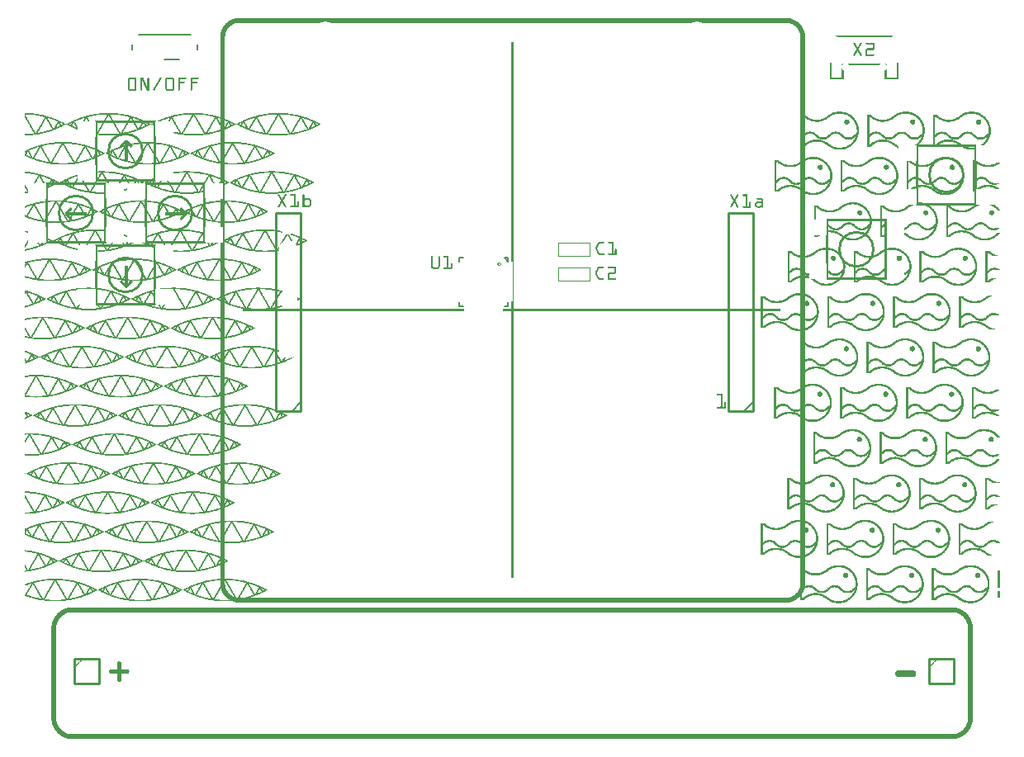
<source format=gto>
G04 MADE WITH FRITZING*
G04 WWW.FRITZING.ORG*
G04 DOUBLE SIDED*
G04 HOLES PLATED*
G04 CONTOUR ON CENTER OF CONTOUR VECTOR*
%ASAXBY*%
%FSLAX23Y23*%
%MOIN*%
%OFA0B0*%
%SFA1.0B1.0*%
%ADD10C,0.147795X0.127795*%
%ADD11C,0.008000*%
%ADD12C,0.010000*%
%ADD13C,0.005000*%
%ADD14R,0.001000X0.001000*%
%LNSILK1*%
G90*
G70*
G54D10*
X3721Y2305D03*
X608Y2153D03*
X408Y1903D03*
X208Y2153D03*
X3359Y2005D03*
X408Y2403D03*
G54D11*
X434Y2834D02*
X434Y2811D01*
D02*
X698Y2834D02*
X698Y2811D01*
D02*
X672Y2874D02*
X460Y2874D01*
D02*
X625Y2771D02*
X566Y2771D01*
G54D12*
D02*
X1115Y1354D02*
X1115Y2154D01*
D02*
X1115Y2154D02*
X1015Y2154D01*
D02*
X1015Y2154D02*
X1015Y1354D01*
D02*
X1015Y1354D02*
X1115Y1354D01*
G54D13*
D02*
X1115Y1389D02*
X1080Y1354D01*
G54D12*
D02*
X2940Y1354D02*
X2940Y2154D01*
D02*
X2940Y2154D02*
X2840Y2154D01*
D02*
X2840Y2154D02*
X2840Y1354D01*
D02*
X2840Y1354D02*
X2940Y1354D01*
G54D13*
D02*
X2940Y1389D02*
X2905Y1354D01*
D02*
X1952Y1792D02*
X1952Y1776D01*
D02*
X1952Y1776D02*
X1937Y1776D01*
D02*
X1771Y1776D02*
X1755Y1776D01*
D02*
X1755Y1776D02*
X1755Y1792D01*
D02*
X1755Y1957D02*
X1755Y1973D01*
D02*
X1755Y1973D02*
X1771Y1973D01*
D02*
X1937Y1973D02*
X1952Y1973D01*
D02*
X1952Y1973D02*
X1952Y1957D01*
D02*
X1952Y1957D02*
X1937Y1973D01*
G54D12*
D02*
X3652Y354D02*
X3652Y254D01*
D02*
X3652Y254D02*
X3752Y254D01*
D02*
X3752Y254D02*
X3752Y354D01*
D02*
X3752Y354D02*
X3652Y354D01*
D02*
X202Y354D02*
X202Y254D01*
D02*
X202Y254D02*
X302Y254D01*
D02*
X302Y254D02*
X302Y354D01*
D02*
X302Y354D02*
X202Y354D01*
G54D11*
D02*
X3523Y2759D02*
X3523Y2696D01*
D02*
X3523Y2696D02*
X3476Y2696D01*
D02*
X3255Y2696D02*
X3303Y2696D01*
D02*
X3255Y2759D02*
X3255Y2696D01*
G54D14*
X864Y2940D02*
X3077Y2940D01*
X857Y2939D02*
X3084Y2939D01*
X852Y2938D02*
X3089Y2938D01*
X848Y2937D02*
X3093Y2937D01*
X845Y2936D02*
X3096Y2936D01*
X842Y2935D02*
X3099Y2935D01*
X839Y2934D02*
X3101Y2934D01*
X837Y2933D02*
X3104Y2933D01*
X835Y2932D02*
X3106Y2932D01*
X833Y2931D02*
X3108Y2931D01*
X831Y2930D02*
X3110Y2930D01*
X829Y2929D02*
X3111Y2929D01*
X828Y2928D02*
X3113Y2928D01*
X826Y2927D02*
X3115Y2927D01*
X824Y2926D02*
X3116Y2926D01*
X823Y2925D02*
X3118Y2925D01*
X822Y2924D02*
X1206Y2924D01*
X1222Y2924D02*
X2706Y2924D01*
X2722Y2924D02*
X3119Y2924D01*
X820Y2923D02*
X1200Y2923D01*
X1228Y2923D02*
X2700Y2923D01*
X2728Y2923D02*
X3120Y2923D01*
X819Y2922D02*
X1196Y2922D01*
X1232Y2922D02*
X2696Y2922D01*
X2732Y2922D02*
X3122Y2922D01*
X818Y2921D02*
X1193Y2921D01*
X1236Y2921D02*
X2693Y2921D01*
X2736Y2921D02*
X3123Y2921D01*
X817Y2920D02*
X859Y2920D01*
X3081Y2920D02*
X3124Y2920D01*
X816Y2919D02*
X854Y2919D01*
X3087Y2919D02*
X3125Y2919D01*
X815Y2918D02*
X850Y2918D01*
X3090Y2918D02*
X3126Y2918D01*
X813Y2917D02*
X848Y2917D01*
X3093Y2917D02*
X3127Y2917D01*
X812Y2916D02*
X845Y2916D01*
X3096Y2916D02*
X3128Y2916D01*
X812Y2915D02*
X843Y2915D01*
X3098Y2915D02*
X3129Y2915D01*
X811Y2914D02*
X841Y2914D01*
X3100Y2914D02*
X3130Y2914D01*
X810Y2913D02*
X839Y2913D01*
X3102Y2913D02*
X3131Y2913D01*
X809Y2912D02*
X837Y2912D01*
X3103Y2912D02*
X3132Y2912D01*
X808Y2911D02*
X836Y2911D01*
X3105Y2911D02*
X3133Y2911D01*
X807Y2910D02*
X834Y2910D01*
X3106Y2910D02*
X3133Y2910D01*
X807Y2909D02*
X833Y2909D01*
X3108Y2909D02*
X3134Y2909D01*
X806Y2908D02*
X832Y2908D01*
X3109Y2908D02*
X3135Y2908D01*
X805Y2907D02*
X830Y2907D01*
X3110Y2907D02*
X3136Y2907D01*
X804Y2906D02*
X829Y2906D01*
X3111Y2906D02*
X3136Y2906D01*
X804Y2905D02*
X828Y2905D01*
X3113Y2905D02*
X3137Y2905D01*
X803Y2904D02*
X827Y2904D01*
X3114Y2904D02*
X3138Y2904D01*
X802Y2903D02*
X826Y2903D01*
X3115Y2903D02*
X3138Y2903D01*
X802Y2902D02*
X825Y2902D01*
X3116Y2902D02*
X3139Y2902D01*
X801Y2901D02*
X824Y2901D01*
X3117Y2901D02*
X3140Y2901D01*
X801Y2900D02*
X823Y2900D01*
X3117Y2900D02*
X3140Y2900D01*
X800Y2899D02*
X822Y2899D01*
X3118Y2899D02*
X3141Y2899D01*
X799Y2898D02*
X822Y2898D01*
X3119Y2898D02*
X3141Y2898D01*
X799Y2897D02*
X821Y2897D01*
X3120Y2897D02*
X3142Y2897D01*
X798Y2896D02*
X820Y2896D01*
X3121Y2896D02*
X3142Y2896D01*
X798Y2895D02*
X819Y2895D01*
X3121Y2895D02*
X3143Y2895D01*
X798Y2894D02*
X818Y2894D01*
X3122Y2894D02*
X3143Y2894D01*
X797Y2893D02*
X818Y2893D01*
X3123Y2893D02*
X3144Y2893D01*
X797Y2892D02*
X817Y2892D01*
X3123Y2892D02*
X3144Y2892D01*
X796Y2891D02*
X817Y2891D01*
X3124Y2891D02*
X3145Y2891D01*
X796Y2890D02*
X816Y2890D01*
X3125Y2890D02*
X3145Y2890D01*
X795Y2889D02*
X815Y2889D01*
X3125Y2889D02*
X3145Y2889D01*
X795Y2888D02*
X815Y2888D01*
X3126Y2888D02*
X3146Y2888D01*
X795Y2887D02*
X814Y2887D01*
X3126Y2887D02*
X3146Y2887D01*
X794Y2886D02*
X814Y2886D01*
X3127Y2886D02*
X3146Y2886D01*
X794Y2885D02*
X813Y2885D01*
X3127Y2885D02*
X3147Y2885D01*
X794Y2884D02*
X813Y2884D01*
X3128Y2884D02*
X3147Y2884D01*
X793Y2883D02*
X813Y2883D01*
X3128Y2883D02*
X3147Y2883D01*
X793Y2882D02*
X812Y2882D01*
X3129Y2882D02*
X3148Y2882D01*
X793Y2881D02*
X812Y2881D01*
X3129Y2881D02*
X3148Y2881D01*
X792Y2880D02*
X811Y2880D01*
X3129Y2880D02*
X3148Y2880D01*
X792Y2879D02*
X811Y2879D01*
X3130Y2879D02*
X3149Y2879D01*
X792Y2878D02*
X811Y2878D01*
X3130Y2878D02*
X3149Y2878D01*
X792Y2877D02*
X811Y2877D01*
X3130Y2877D02*
X3149Y2877D01*
X791Y2876D02*
X810Y2876D01*
X3130Y2876D02*
X3149Y2876D01*
X791Y2875D02*
X810Y2875D01*
X3131Y2875D02*
X3149Y2875D01*
X791Y2874D02*
X810Y2874D01*
X3131Y2874D02*
X3150Y2874D01*
X791Y2873D02*
X810Y2873D01*
X3131Y2873D02*
X3150Y2873D01*
X791Y2872D02*
X809Y2872D01*
X3131Y2872D02*
X3150Y2872D01*
X791Y2871D02*
X809Y2871D01*
X3131Y2871D02*
X3150Y2871D01*
X790Y2870D02*
X809Y2870D01*
X3132Y2870D02*
X3150Y2870D01*
X790Y2869D02*
X809Y2869D01*
X3132Y2869D02*
X3150Y2869D01*
X3272Y2869D02*
X3508Y2869D01*
X790Y2868D02*
X809Y2868D01*
X3132Y2868D02*
X3151Y2868D01*
X3274Y2868D02*
X3506Y2868D01*
X790Y2867D02*
X809Y2867D01*
X3132Y2867D02*
X3151Y2867D01*
X3276Y2867D02*
X3504Y2867D01*
X790Y2866D02*
X809Y2866D01*
X3132Y2866D02*
X3151Y2866D01*
X3277Y2866D02*
X3503Y2866D01*
X790Y2865D02*
X808Y2865D01*
X3132Y2865D02*
X3151Y2865D01*
X3279Y2865D02*
X3501Y2865D01*
X790Y2864D02*
X808Y2864D01*
X3132Y2864D02*
X3151Y2864D01*
X3280Y2864D02*
X3500Y2864D01*
X790Y2863D02*
X808Y2863D01*
X3132Y2863D02*
X3151Y2863D01*
X3281Y2863D02*
X3498Y2863D01*
X790Y2862D02*
X808Y2862D01*
X3132Y2862D02*
X3151Y2862D01*
X3282Y2862D02*
X3497Y2862D01*
X790Y2861D02*
X808Y2861D01*
X3132Y2861D02*
X3151Y2861D01*
X790Y2860D02*
X808Y2860D01*
X3132Y2860D02*
X3151Y2860D01*
X790Y2859D02*
X808Y2859D01*
X3132Y2859D02*
X3151Y2859D01*
X790Y2858D02*
X808Y2858D01*
X3132Y2858D02*
X3151Y2858D01*
X790Y2857D02*
X808Y2857D01*
X3132Y2857D02*
X3151Y2857D01*
X790Y2856D02*
X808Y2856D01*
X3132Y2856D02*
X3151Y2856D01*
X790Y2855D02*
X808Y2855D01*
X3132Y2855D02*
X3151Y2855D01*
X790Y2854D02*
X808Y2854D01*
X3132Y2854D02*
X3151Y2854D01*
X790Y2853D02*
X808Y2853D01*
X3132Y2853D02*
X3151Y2853D01*
X790Y2852D02*
X808Y2852D01*
X3132Y2852D02*
X3151Y2852D01*
X790Y2851D02*
X808Y2851D01*
X3132Y2851D02*
X3151Y2851D01*
X790Y2850D02*
X808Y2850D01*
X3132Y2850D02*
X3151Y2850D01*
X790Y2849D02*
X808Y2849D01*
X3132Y2849D02*
X3151Y2849D01*
X790Y2848D02*
X808Y2848D01*
X3132Y2848D02*
X3151Y2848D01*
X790Y2847D02*
X808Y2847D01*
X3132Y2847D02*
X3151Y2847D01*
X790Y2846D02*
X808Y2846D01*
X3132Y2846D02*
X3151Y2846D01*
X790Y2845D02*
X808Y2845D01*
X3132Y2845D02*
X3151Y2845D01*
X790Y2844D02*
X808Y2844D01*
X3132Y2844D02*
X3151Y2844D01*
X790Y2843D02*
X808Y2843D01*
X3132Y2843D02*
X3151Y2843D01*
X790Y2842D02*
X808Y2842D01*
X3132Y2842D02*
X3151Y2842D01*
X790Y2841D02*
X808Y2841D01*
X1966Y2841D02*
X1975Y2841D01*
X3132Y2841D02*
X3151Y2841D01*
X790Y2840D02*
X808Y2840D01*
X1966Y2840D02*
X1975Y2840D01*
X3132Y2840D02*
X3151Y2840D01*
X3347Y2840D02*
X3350Y2840D01*
X3375Y2840D02*
X3378Y2840D01*
X3397Y2840D02*
X3426Y2840D01*
X790Y2839D02*
X808Y2839D01*
X1966Y2839D02*
X1975Y2839D01*
X3132Y2839D02*
X3151Y2839D01*
X3346Y2839D02*
X3351Y2839D01*
X3374Y2839D02*
X3379Y2839D01*
X3397Y2839D02*
X3427Y2839D01*
X790Y2838D02*
X808Y2838D01*
X1966Y2838D02*
X1975Y2838D01*
X3132Y2838D02*
X3151Y2838D01*
X3346Y2838D02*
X3352Y2838D01*
X3373Y2838D02*
X3379Y2838D01*
X3396Y2838D02*
X3428Y2838D01*
X790Y2837D02*
X808Y2837D01*
X1966Y2837D02*
X1975Y2837D01*
X3132Y2837D02*
X3151Y2837D01*
X3346Y2837D02*
X3353Y2837D01*
X3373Y2837D02*
X3379Y2837D01*
X3396Y2837D02*
X3429Y2837D01*
X790Y2836D02*
X808Y2836D01*
X1966Y2836D02*
X1975Y2836D01*
X3132Y2836D02*
X3151Y2836D01*
X3346Y2836D02*
X3353Y2836D01*
X3372Y2836D02*
X3379Y2836D01*
X3396Y2836D02*
X3429Y2836D01*
X790Y2835D02*
X808Y2835D01*
X1966Y2835D02*
X1975Y2835D01*
X3132Y2835D02*
X3151Y2835D01*
X3346Y2835D02*
X3354Y2835D01*
X3371Y2835D02*
X3379Y2835D01*
X3397Y2835D02*
X3429Y2835D01*
X790Y2834D02*
X808Y2834D01*
X1966Y2834D02*
X1975Y2834D01*
X3132Y2834D02*
X3151Y2834D01*
X3347Y2834D02*
X3354Y2834D01*
X3371Y2834D02*
X3378Y2834D01*
X3398Y2834D02*
X3430Y2834D01*
X790Y2833D02*
X808Y2833D01*
X1966Y2833D02*
X1975Y2833D01*
X3132Y2833D02*
X3151Y2833D01*
X3348Y2833D02*
X3355Y2833D01*
X3370Y2833D02*
X3377Y2833D01*
X3424Y2833D02*
X3430Y2833D01*
X790Y2832D02*
X808Y2832D01*
X1966Y2832D02*
X1975Y2832D01*
X3132Y2832D02*
X3151Y2832D01*
X3348Y2832D02*
X3355Y2832D01*
X3370Y2832D02*
X3377Y2832D01*
X3424Y2832D02*
X3430Y2832D01*
X790Y2831D02*
X808Y2831D01*
X1966Y2831D02*
X1975Y2831D01*
X3132Y2831D02*
X3151Y2831D01*
X3349Y2831D02*
X3356Y2831D01*
X3369Y2831D02*
X3376Y2831D01*
X3424Y2831D02*
X3430Y2831D01*
X790Y2830D02*
X808Y2830D01*
X1966Y2830D02*
X1975Y2830D01*
X3132Y2830D02*
X3151Y2830D01*
X3349Y2830D02*
X3357Y2830D01*
X3369Y2830D02*
X3376Y2830D01*
X3424Y2830D02*
X3430Y2830D01*
X790Y2829D02*
X808Y2829D01*
X1966Y2829D02*
X1975Y2829D01*
X3132Y2829D02*
X3151Y2829D01*
X3350Y2829D02*
X3357Y2829D01*
X3368Y2829D02*
X3375Y2829D01*
X3424Y2829D02*
X3430Y2829D01*
X790Y2828D02*
X808Y2828D01*
X1966Y2828D02*
X1975Y2828D01*
X3132Y2828D02*
X3151Y2828D01*
X3351Y2828D02*
X3358Y2828D01*
X3367Y2828D02*
X3375Y2828D01*
X3424Y2828D02*
X3430Y2828D01*
X790Y2827D02*
X808Y2827D01*
X1966Y2827D02*
X1975Y2827D01*
X3132Y2827D02*
X3151Y2827D01*
X3351Y2827D02*
X3358Y2827D01*
X3367Y2827D02*
X3374Y2827D01*
X3424Y2827D02*
X3430Y2827D01*
X790Y2826D02*
X808Y2826D01*
X1966Y2826D02*
X1975Y2826D01*
X3132Y2826D02*
X3151Y2826D01*
X3352Y2826D02*
X3359Y2826D01*
X3366Y2826D02*
X3373Y2826D01*
X3424Y2826D02*
X3430Y2826D01*
X790Y2825D02*
X808Y2825D01*
X1966Y2825D02*
X1975Y2825D01*
X3132Y2825D02*
X3151Y2825D01*
X3352Y2825D02*
X3360Y2825D01*
X3366Y2825D02*
X3373Y2825D01*
X3424Y2825D02*
X3430Y2825D01*
X790Y2824D02*
X808Y2824D01*
X1966Y2824D02*
X1975Y2824D01*
X3132Y2824D02*
X3151Y2824D01*
X3353Y2824D02*
X3360Y2824D01*
X3365Y2824D02*
X3372Y2824D01*
X3424Y2824D02*
X3430Y2824D01*
X790Y2823D02*
X808Y2823D01*
X1966Y2823D02*
X1975Y2823D01*
X3132Y2823D02*
X3151Y2823D01*
X3354Y2823D02*
X3361Y2823D01*
X3364Y2823D02*
X3372Y2823D01*
X3424Y2823D02*
X3430Y2823D01*
X790Y2822D02*
X808Y2822D01*
X1966Y2822D02*
X1975Y2822D01*
X3132Y2822D02*
X3151Y2822D01*
X3354Y2822D02*
X3361Y2822D01*
X3364Y2822D02*
X3371Y2822D01*
X3424Y2822D02*
X3430Y2822D01*
X790Y2821D02*
X808Y2821D01*
X1966Y2821D02*
X1975Y2821D01*
X3132Y2821D02*
X3151Y2821D01*
X3355Y2821D02*
X3370Y2821D01*
X3424Y2821D02*
X3430Y2821D01*
X790Y2820D02*
X808Y2820D01*
X1966Y2820D02*
X1975Y2820D01*
X3132Y2820D02*
X3151Y2820D01*
X3355Y2820D02*
X3370Y2820D01*
X3424Y2820D02*
X3430Y2820D01*
X790Y2819D02*
X808Y2819D01*
X1966Y2819D02*
X1975Y2819D01*
X3132Y2819D02*
X3151Y2819D01*
X3356Y2819D02*
X3369Y2819D01*
X3424Y2819D02*
X3430Y2819D01*
X790Y2818D02*
X808Y2818D01*
X1966Y2818D02*
X1975Y2818D01*
X3132Y2818D02*
X3151Y2818D01*
X3356Y2818D02*
X3369Y2818D01*
X3424Y2818D02*
X3430Y2818D01*
X790Y2817D02*
X808Y2817D01*
X1966Y2817D02*
X1975Y2817D01*
X3132Y2817D02*
X3151Y2817D01*
X3357Y2817D02*
X3368Y2817D01*
X3402Y2817D02*
X3430Y2817D01*
X790Y2816D02*
X808Y2816D01*
X1966Y2816D02*
X1975Y2816D01*
X3132Y2816D02*
X3151Y2816D01*
X3358Y2816D02*
X3367Y2816D01*
X3399Y2816D02*
X3429Y2816D01*
X790Y2815D02*
X808Y2815D01*
X1966Y2815D02*
X1975Y2815D01*
X3132Y2815D02*
X3151Y2815D01*
X3358Y2815D02*
X3367Y2815D01*
X3398Y2815D02*
X3429Y2815D01*
X790Y2814D02*
X808Y2814D01*
X1966Y2814D02*
X1975Y2814D01*
X3132Y2814D02*
X3151Y2814D01*
X3359Y2814D02*
X3366Y2814D01*
X3397Y2814D02*
X3429Y2814D01*
X790Y2813D02*
X808Y2813D01*
X1966Y2813D02*
X1975Y2813D01*
X3132Y2813D02*
X3151Y2813D01*
X3359Y2813D02*
X3367Y2813D01*
X3397Y2813D02*
X3428Y2813D01*
X790Y2812D02*
X808Y2812D01*
X1966Y2812D02*
X1975Y2812D01*
X3132Y2812D02*
X3151Y2812D01*
X3358Y2812D02*
X3367Y2812D01*
X3396Y2812D02*
X3427Y2812D01*
X790Y2811D02*
X808Y2811D01*
X1966Y2811D02*
X1975Y2811D01*
X3132Y2811D02*
X3151Y2811D01*
X3357Y2811D02*
X3368Y2811D01*
X3396Y2811D02*
X3426Y2811D01*
X790Y2810D02*
X808Y2810D01*
X1966Y2810D02*
X1975Y2810D01*
X3132Y2810D02*
X3151Y2810D01*
X3357Y2810D02*
X3368Y2810D01*
X3396Y2810D02*
X3402Y2810D01*
X790Y2809D02*
X808Y2809D01*
X1966Y2809D02*
X1975Y2809D01*
X3132Y2809D02*
X3151Y2809D01*
X3356Y2809D02*
X3369Y2809D01*
X3396Y2809D02*
X3402Y2809D01*
X790Y2808D02*
X808Y2808D01*
X1966Y2808D02*
X1975Y2808D01*
X3132Y2808D02*
X3151Y2808D01*
X3356Y2808D02*
X3369Y2808D01*
X3396Y2808D02*
X3402Y2808D01*
X790Y2807D02*
X808Y2807D01*
X1966Y2807D02*
X1975Y2807D01*
X3132Y2807D02*
X3151Y2807D01*
X3355Y2807D02*
X3370Y2807D01*
X3396Y2807D02*
X3402Y2807D01*
X790Y2806D02*
X808Y2806D01*
X1966Y2806D02*
X1975Y2806D01*
X3132Y2806D02*
X3151Y2806D01*
X3355Y2806D02*
X3371Y2806D01*
X3396Y2806D02*
X3402Y2806D01*
X790Y2805D02*
X808Y2805D01*
X1966Y2805D02*
X1975Y2805D01*
X3132Y2805D02*
X3151Y2805D01*
X3354Y2805D02*
X3361Y2805D01*
X3364Y2805D02*
X3371Y2805D01*
X3396Y2805D02*
X3402Y2805D01*
X790Y2804D02*
X808Y2804D01*
X1966Y2804D02*
X1975Y2804D01*
X3132Y2804D02*
X3151Y2804D01*
X3353Y2804D02*
X3361Y2804D01*
X3365Y2804D02*
X3372Y2804D01*
X3396Y2804D02*
X3402Y2804D01*
X790Y2803D02*
X808Y2803D01*
X1966Y2803D02*
X1975Y2803D01*
X3132Y2803D02*
X3151Y2803D01*
X3353Y2803D02*
X3360Y2803D01*
X3365Y2803D02*
X3372Y2803D01*
X3396Y2803D02*
X3402Y2803D01*
X790Y2802D02*
X808Y2802D01*
X1966Y2802D02*
X1975Y2802D01*
X3132Y2802D02*
X3151Y2802D01*
X3352Y2802D02*
X3359Y2802D01*
X3366Y2802D02*
X3373Y2802D01*
X3396Y2802D02*
X3402Y2802D01*
X790Y2801D02*
X808Y2801D01*
X1966Y2801D02*
X1975Y2801D01*
X3132Y2801D02*
X3151Y2801D01*
X3352Y2801D02*
X3359Y2801D01*
X3366Y2801D02*
X3374Y2801D01*
X3396Y2801D02*
X3402Y2801D01*
X790Y2800D02*
X808Y2800D01*
X1966Y2800D02*
X1975Y2800D01*
X3132Y2800D02*
X3151Y2800D01*
X3351Y2800D02*
X3358Y2800D01*
X3367Y2800D02*
X3374Y2800D01*
X3396Y2800D02*
X3402Y2800D01*
X790Y2799D02*
X808Y2799D01*
X1966Y2799D02*
X1975Y2799D01*
X3132Y2799D02*
X3151Y2799D01*
X3350Y2799D02*
X3358Y2799D01*
X3368Y2799D02*
X3375Y2799D01*
X3396Y2799D02*
X3402Y2799D01*
X790Y2798D02*
X808Y2798D01*
X1966Y2798D02*
X1975Y2798D01*
X3132Y2798D02*
X3151Y2798D01*
X3350Y2798D02*
X3357Y2798D01*
X3368Y2798D02*
X3375Y2798D01*
X3396Y2798D02*
X3402Y2798D01*
X790Y2797D02*
X808Y2797D01*
X1966Y2797D02*
X1975Y2797D01*
X3132Y2797D02*
X3151Y2797D01*
X3349Y2797D02*
X3356Y2797D01*
X3369Y2797D02*
X3376Y2797D01*
X3396Y2797D02*
X3402Y2797D01*
X790Y2796D02*
X808Y2796D01*
X1966Y2796D02*
X1975Y2796D01*
X3132Y2796D02*
X3151Y2796D01*
X3349Y2796D02*
X3356Y2796D01*
X3369Y2796D02*
X3376Y2796D01*
X3396Y2796D02*
X3402Y2796D01*
X790Y2795D02*
X808Y2795D01*
X1966Y2795D02*
X1975Y2795D01*
X3132Y2795D02*
X3151Y2795D01*
X3348Y2795D02*
X3355Y2795D01*
X3370Y2795D02*
X3377Y2795D01*
X3396Y2795D02*
X3402Y2795D01*
X790Y2794D02*
X808Y2794D01*
X1966Y2794D02*
X1975Y2794D01*
X3132Y2794D02*
X3151Y2794D01*
X3347Y2794D02*
X3355Y2794D01*
X3370Y2794D02*
X3378Y2794D01*
X3396Y2794D02*
X3402Y2794D01*
X790Y2793D02*
X808Y2793D01*
X1966Y2793D02*
X1975Y2793D01*
X3132Y2793D02*
X3151Y2793D01*
X3347Y2793D02*
X3354Y2793D01*
X3371Y2793D02*
X3378Y2793D01*
X3396Y2793D02*
X3428Y2793D01*
X790Y2792D02*
X808Y2792D01*
X1966Y2792D02*
X1975Y2792D01*
X3132Y2792D02*
X3151Y2792D01*
X3346Y2792D02*
X3354Y2792D01*
X3372Y2792D02*
X3379Y2792D01*
X3396Y2792D02*
X3429Y2792D01*
X790Y2791D02*
X808Y2791D01*
X1966Y2791D02*
X1975Y2791D01*
X3132Y2791D02*
X3151Y2791D01*
X3346Y2791D02*
X3353Y2791D01*
X3372Y2791D02*
X3379Y2791D01*
X3396Y2791D02*
X3429Y2791D01*
X790Y2790D02*
X808Y2790D01*
X1966Y2790D02*
X1975Y2790D01*
X3132Y2790D02*
X3151Y2790D01*
X3346Y2790D02*
X3352Y2790D01*
X3373Y2790D02*
X3379Y2790D01*
X3396Y2790D02*
X3430Y2790D01*
X790Y2789D02*
X808Y2789D01*
X1966Y2789D02*
X1975Y2789D01*
X3132Y2789D02*
X3151Y2789D01*
X3346Y2789D02*
X3352Y2789D01*
X3373Y2789D02*
X3379Y2789D01*
X3396Y2789D02*
X3429Y2789D01*
X790Y2788D02*
X808Y2788D01*
X1966Y2788D02*
X1975Y2788D01*
X3132Y2788D02*
X3151Y2788D01*
X3347Y2788D02*
X3351Y2788D01*
X3374Y2788D02*
X3379Y2788D01*
X3396Y2788D02*
X3429Y2788D01*
X790Y2787D02*
X808Y2787D01*
X1966Y2787D02*
X1975Y2787D01*
X3132Y2787D02*
X3151Y2787D01*
X3348Y2787D02*
X3350Y2787D01*
X3375Y2787D02*
X3377Y2787D01*
X3396Y2787D02*
X3428Y2787D01*
X790Y2786D02*
X808Y2786D01*
X1966Y2786D02*
X1975Y2786D01*
X3132Y2786D02*
X3151Y2786D01*
X790Y2785D02*
X808Y2785D01*
X1966Y2785D02*
X1975Y2785D01*
X3132Y2785D02*
X3151Y2785D01*
X790Y2784D02*
X808Y2784D01*
X1966Y2784D02*
X1975Y2784D01*
X3132Y2784D02*
X3151Y2784D01*
X790Y2783D02*
X808Y2783D01*
X1966Y2783D02*
X1975Y2783D01*
X3132Y2783D02*
X3151Y2783D01*
X790Y2782D02*
X808Y2782D01*
X1966Y2782D02*
X1975Y2782D01*
X3132Y2782D02*
X3151Y2782D01*
X790Y2781D02*
X808Y2781D01*
X1966Y2781D02*
X1975Y2781D01*
X3132Y2781D02*
X3151Y2781D01*
X790Y2780D02*
X808Y2780D01*
X1966Y2780D02*
X1975Y2780D01*
X3132Y2780D02*
X3151Y2780D01*
X790Y2779D02*
X808Y2779D01*
X1966Y2779D02*
X1975Y2779D01*
X3132Y2779D02*
X3151Y2779D01*
X790Y2778D02*
X808Y2778D01*
X1966Y2778D02*
X1975Y2778D01*
X3132Y2778D02*
X3151Y2778D01*
X790Y2777D02*
X808Y2777D01*
X1966Y2777D02*
X1975Y2777D01*
X3132Y2777D02*
X3151Y2777D01*
X790Y2776D02*
X808Y2776D01*
X1966Y2776D02*
X1975Y2776D01*
X3132Y2776D02*
X3151Y2776D01*
X790Y2775D02*
X808Y2775D01*
X1966Y2775D02*
X1975Y2775D01*
X3132Y2775D02*
X3151Y2775D01*
X790Y2774D02*
X808Y2774D01*
X1966Y2774D02*
X1975Y2774D01*
X3132Y2774D02*
X3151Y2774D01*
X790Y2773D02*
X808Y2773D01*
X1966Y2773D02*
X1975Y2773D01*
X3132Y2773D02*
X3151Y2773D01*
X790Y2772D02*
X808Y2772D01*
X1966Y2772D02*
X1975Y2772D01*
X3132Y2772D02*
X3151Y2772D01*
X790Y2771D02*
X808Y2771D01*
X1966Y2771D02*
X1975Y2771D01*
X3132Y2771D02*
X3151Y2771D01*
X790Y2770D02*
X808Y2770D01*
X1966Y2770D02*
X1975Y2770D01*
X3132Y2770D02*
X3151Y2770D01*
X790Y2769D02*
X808Y2769D01*
X1966Y2769D02*
X1975Y2769D01*
X3132Y2769D02*
X3151Y2769D01*
X790Y2768D02*
X808Y2768D01*
X1966Y2768D02*
X1975Y2768D01*
X3132Y2768D02*
X3151Y2768D01*
X790Y2767D02*
X808Y2767D01*
X1966Y2767D02*
X1975Y2767D01*
X3132Y2767D02*
X3151Y2767D01*
X790Y2766D02*
X808Y2766D01*
X1966Y2766D02*
X1975Y2766D01*
X3132Y2766D02*
X3151Y2766D01*
X790Y2765D02*
X808Y2765D01*
X1966Y2765D02*
X1975Y2765D01*
X3132Y2765D02*
X3151Y2765D01*
X790Y2764D02*
X808Y2764D01*
X1966Y2764D02*
X1975Y2764D01*
X3132Y2764D02*
X3151Y2764D01*
X790Y2763D02*
X808Y2763D01*
X1966Y2763D02*
X1975Y2763D01*
X3132Y2763D02*
X3151Y2763D01*
X790Y2762D02*
X808Y2762D01*
X1966Y2762D02*
X1975Y2762D01*
X3132Y2762D02*
X3151Y2762D01*
X790Y2761D02*
X808Y2761D01*
X1966Y2761D02*
X1975Y2761D01*
X3132Y2761D02*
X3151Y2761D01*
X790Y2760D02*
X808Y2760D01*
X1966Y2760D02*
X1975Y2760D01*
X3132Y2760D02*
X3151Y2760D01*
X790Y2759D02*
X808Y2759D01*
X1966Y2759D02*
X1975Y2759D01*
X3132Y2759D02*
X3151Y2759D01*
X790Y2758D02*
X808Y2758D01*
X1966Y2758D02*
X1975Y2758D01*
X3132Y2758D02*
X3151Y2758D01*
X790Y2757D02*
X808Y2757D01*
X1966Y2757D02*
X1975Y2757D01*
X3132Y2757D02*
X3151Y2757D01*
X790Y2756D02*
X808Y2756D01*
X1966Y2756D02*
X1975Y2756D01*
X3132Y2756D02*
X3151Y2756D01*
X790Y2755D02*
X808Y2755D01*
X1966Y2755D02*
X1975Y2755D01*
X3132Y2755D02*
X3151Y2755D01*
X3302Y2755D02*
X3304Y2755D01*
X3325Y2755D02*
X3454Y2755D01*
X3475Y2755D02*
X3476Y2755D01*
X790Y2754D02*
X808Y2754D01*
X1966Y2754D02*
X1975Y2754D01*
X3132Y2754D02*
X3151Y2754D01*
X3300Y2754D02*
X3303Y2754D01*
X3326Y2754D02*
X3453Y2754D01*
X3476Y2754D02*
X3478Y2754D01*
X790Y2753D02*
X808Y2753D01*
X1966Y2753D02*
X1975Y2753D01*
X3132Y2753D02*
X3151Y2753D01*
X3299Y2753D02*
X3302Y2753D01*
X3327Y2753D02*
X3452Y2753D01*
X3477Y2753D02*
X3478Y2753D01*
X790Y2752D02*
X808Y2752D01*
X1966Y2752D02*
X1975Y2752D01*
X3132Y2752D02*
X3151Y2752D01*
X3299Y2752D02*
X3301Y2752D01*
X3328Y2752D02*
X3451Y2752D01*
X3478Y2752D02*
X3479Y2752D01*
X790Y2751D02*
X808Y2751D01*
X1966Y2751D02*
X1975Y2751D01*
X3132Y2751D02*
X3151Y2751D01*
X3299Y2751D02*
X3300Y2751D01*
X3329Y2751D02*
X3450Y2751D01*
X3479Y2751D02*
X3479Y2751D01*
X790Y2750D02*
X808Y2750D01*
X1966Y2750D02*
X1975Y2750D01*
X3132Y2750D02*
X3151Y2750D01*
X3299Y2750D02*
X3299Y2750D01*
X3329Y2750D02*
X3449Y2750D01*
X3479Y2750D02*
X3479Y2750D01*
X790Y2749D02*
X808Y2749D01*
X1966Y2749D02*
X1975Y2749D01*
X3132Y2749D02*
X3151Y2749D01*
X3299Y2749D02*
X3299Y2749D01*
X3330Y2749D02*
X3449Y2749D01*
X790Y2748D02*
X808Y2748D01*
X1966Y2748D02*
X1975Y2748D01*
X3132Y2748D02*
X3151Y2748D01*
X3330Y2748D02*
X3448Y2748D01*
X790Y2747D02*
X808Y2747D01*
X1966Y2747D02*
X1975Y2747D01*
X3132Y2747D02*
X3151Y2747D01*
X790Y2746D02*
X808Y2746D01*
X1966Y2746D02*
X1975Y2746D01*
X3132Y2746D02*
X3151Y2746D01*
X790Y2745D02*
X808Y2745D01*
X1966Y2745D02*
X1975Y2745D01*
X3132Y2745D02*
X3151Y2745D01*
X790Y2744D02*
X808Y2744D01*
X1966Y2744D02*
X1975Y2744D01*
X3132Y2744D02*
X3151Y2744D01*
X790Y2743D02*
X808Y2743D01*
X1966Y2743D02*
X1975Y2743D01*
X3132Y2743D02*
X3151Y2743D01*
X790Y2742D02*
X808Y2742D01*
X1966Y2742D02*
X1975Y2742D01*
X3132Y2742D02*
X3151Y2742D01*
X790Y2741D02*
X808Y2741D01*
X1966Y2741D02*
X1975Y2741D01*
X3132Y2741D02*
X3151Y2741D01*
X790Y2740D02*
X808Y2740D01*
X1966Y2740D02*
X1975Y2740D01*
X3132Y2740D02*
X3151Y2740D01*
X790Y2739D02*
X808Y2739D01*
X1966Y2739D02*
X1975Y2739D01*
X3132Y2739D02*
X3151Y2739D01*
X790Y2738D02*
X808Y2738D01*
X1966Y2738D02*
X1975Y2738D01*
X3132Y2738D02*
X3151Y2738D01*
X790Y2737D02*
X808Y2737D01*
X1966Y2737D02*
X1975Y2737D01*
X3132Y2737D02*
X3151Y2737D01*
X790Y2736D02*
X808Y2736D01*
X1966Y2736D02*
X1975Y2736D01*
X3132Y2736D02*
X3151Y2736D01*
X790Y2735D02*
X808Y2735D01*
X1966Y2735D02*
X1975Y2735D01*
X3132Y2735D02*
X3151Y2735D01*
X790Y2734D02*
X808Y2734D01*
X1966Y2734D02*
X1975Y2734D01*
X3132Y2734D02*
X3151Y2734D01*
X3299Y2734D02*
X3299Y2734D01*
X790Y2733D02*
X808Y2733D01*
X1966Y2733D02*
X1975Y2733D01*
X3132Y2733D02*
X3151Y2733D01*
X3299Y2733D02*
X3299Y2733D01*
X3479Y2733D02*
X3479Y2733D01*
X790Y2732D02*
X808Y2732D01*
X1966Y2732D02*
X1975Y2732D01*
X3132Y2732D02*
X3151Y2732D01*
X3299Y2732D02*
X3300Y2732D01*
X3479Y2732D02*
X3479Y2732D01*
X790Y2731D02*
X808Y2731D01*
X1966Y2731D02*
X1975Y2731D01*
X3132Y2731D02*
X3151Y2731D01*
X3299Y2731D02*
X3301Y2731D01*
X3478Y2731D02*
X3479Y2731D01*
X790Y2730D02*
X808Y2730D01*
X1966Y2730D02*
X1975Y2730D01*
X3132Y2730D02*
X3151Y2730D01*
X3299Y2730D02*
X3302Y2730D01*
X3477Y2730D02*
X3479Y2730D01*
X790Y2729D02*
X808Y2729D01*
X1966Y2729D02*
X1975Y2729D01*
X3132Y2729D02*
X3151Y2729D01*
X3299Y2729D02*
X3303Y2729D01*
X3476Y2729D02*
X3479Y2729D01*
X790Y2728D02*
X808Y2728D01*
X1966Y2728D02*
X1975Y2728D01*
X3132Y2728D02*
X3151Y2728D01*
X3299Y2728D02*
X3304Y2728D01*
X3475Y2728D02*
X3479Y2728D01*
X790Y2727D02*
X808Y2727D01*
X1966Y2727D02*
X1975Y2727D01*
X3132Y2727D02*
X3151Y2727D01*
X3299Y2727D02*
X3306Y2727D01*
X3473Y2727D02*
X3479Y2727D01*
X790Y2726D02*
X808Y2726D01*
X1966Y2726D02*
X1975Y2726D01*
X3132Y2726D02*
X3151Y2726D01*
X3299Y2726D02*
X3306Y2726D01*
X3472Y2726D02*
X3479Y2726D01*
X790Y2725D02*
X808Y2725D01*
X1966Y2725D02*
X1975Y2725D01*
X3132Y2725D02*
X3151Y2725D01*
X3299Y2725D02*
X3306Y2725D01*
X3472Y2725D02*
X3479Y2725D01*
X790Y2724D02*
X808Y2724D01*
X1966Y2724D02*
X1975Y2724D01*
X3132Y2724D02*
X3151Y2724D01*
X3299Y2724D02*
X3306Y2724D01*
X3472Y2724D02*
X3479Y2724D01*
X790Y2723D02*
X808Y2723D01*
X1966Y2723D02*
X1975Y2723D01*
X3132Y2723D02*
X3151Y2723D01*
X3299Y2723D02*
X3306Y2723D01*
X3472Y2723D02*
X3479Y2723D01*
X790Y2722D02*
X808Y2722D01*
X1966Y2722D02*
X1975Y2722D01*
X3132Y2722D02*
X3151Y2722D01*
X3299Y2722D02*
X3306Y2722D01*
X3472Y2722D02*
X3479Y2722D01*
X790Y2721D02*
X808Y2721D01*
X1966Y2721D02*
X1975Y2721D01*
X3132Y2721D02*
X3151Y2721D01*
X3299Y2721D02*
X3306Y2721D01*
X3472Y2721D02*
X3479Y2721D01*
X790Y2720D02*
X808Y2720D01*
X1966Y2720D02*
X1975Y2720D01*
X3132Y2720D02*
X3151Y2720D01*
X3299Y2720D02*
X3306Y2720D01*
X3472Y2720D02*
X3479Y2720D01*
X790Y2719D02*
X808Y2719D01*
X1966Y2719D02*
X1975Y2719D01*
X3132Y2719D02*
X3151Y2719D01*
X3299Y2719D02*
X3306Y2719D01*
X3472Y2719D02*
X3479Y2719D01*
X790Y2718D02*
X808Y2718D01*
X1966Y2718D02*
X1975Y2718D01*
X3132Y2718D02*
X3151Y2718D01*
X3299Y2718D02*
X3306Y2718D01*
X3472Y2718D02*
X3479Y2718D01*
X790Y2717D02*
X808Y2717D01*
X1966Y2717D02*
X1975Y2717D01*
X3132Y2717D02*
X3151Y2717D01*
X3299Y2717D02*
X3306Y2717D01*
X3472Y2717D02*
X3479Y2717D01*
X790Y2716D02*
X808Y2716D01*
X1966Y2716D02*
X1975Y2716D01*
X3132Y2716D02*
X3151Y2716D01*
X3299Y2716D02*
X3306Y2716D01*
X3472Y2716D02*
X3479Y2716D01*
X790Y2715D02*
X808Y2715D01*
X1966Y2715D02*
X1975Y2715D01*
X3132Y2715D02*
X3151Y2715D01*
X3299Y2715D02*
X3306Y2715D01*
X3472Y2715D02*
X3479Y2715D01*
X790Y2714D02*
X808Y2714D01*
X1966Y2714D02*
X1975Y2714D01*
X3132Y2714D02*
X3151Y2714D01*
X3299Y2714D02*
X3306Y2714D01*
X3472Y2714D02*
X3479Y2714D01*
X790Y2713D02*
X808Y2713D01*
X1966Y2713D02*
X1975Y2713D01*
X3132Y2713D02*
X3151Y2713D01*
X3299Y2713D02*
X3306Y2713D01*
X3472Y2713D02*
X3479Y2713D01*
X790Y2712D02*
X808Y2712D01*
X1966Y2712D02*
X1975Y2712D01*
X3132Y2712D02*
X3151Y2712D01*
X3299Y2712D02*
X3306Y2712D01*
X3472Y2712D02*
X3479Y2712D01*
X790Y2711D02*
X808Y2711D01*
X1966Y2711D02*
X1975Y2711D01*
X3132Y2711D02*
X3151Y2711D01*
X3299Y2711D02*
X3306Y2711D01*
X3472Y2711D02*
X3479Y2711D01*
X790Y2710D02*
X808Y2710D01*
X1966Y2710D02*
X1975Y2710D01*
X3132Y2710D02*
X3151Y2710D01*
X3299Y2710D02*
X3306Y2710D01*
X3472Y2710D02*
X3479Y2710D01*
X790Y2709D02*
X808Y2709D01*
X1966Y2709D02*
X1975Y2709D01*
X3132Y2709D02*
X3151Y2709D01*
X3299Y2709D02*
X3306Y2709D01*
X3472Y2709D02*
X3479Y2709D01*
X790Y2708D02*
X808Y2708D01*
X1966Y2708D02*
X1975Y2708D01*
X3132Y2708D02*
X3151Y2708D01*
X3299Y2708D02*
X3306Y2708D01*
X3472Y2708D02*
X3479Y2708D01*
X790Y2707D02*
X808Y2707D01*
X1966Y2707D02*
X1975Y2707D01*
X3132Y2707D02*
X3151Y2707D01*
X3299Y2707D02*
X3306Y2707D01*
X3472Y2707D02*
X3479Y2707D01*
X790Y2706D02*
X808Y2706D01*
X1966Y2706D02*
X1975Y2706D01*
X3132Y2706D02*
X3151Y2706D01*
X3299Y2706D02*
X3306Y2706D01*
X3472Y2706D02*
X3479Y2706D01*
X790Y2705D02*
X808Y2705D01*
X1966Y2705D02*
X1975Y2705D01*
X3132Y2705D02*
X3151Y2705D01*
X3299Y2705D02*
X3306Y2705D01*
X3472Y2705D02*
X3479Y2705D01*
X790Y2704D02*
X808Y2704D01*
X1966Y2704D02*
X1975Y2704D01*
X3132Y2704D02*
X3151Y2704D01*
X3299Y2704D02*
X3306Y2704D01*
X3472Y2704D02*
X3479Y2704D01*
X790Y2703D02*
X808Y2703D01*
X1966Y2703D02*
X1975Y2703D01*
X3132Y2703D02*
X3151Y2703D01*
X3299Y2703D02*
X3306Y2703D01*
X3472Y2703D02*
X3479Y2703D01*
X790Y2702D02*
X808Y2702D01*
X1966Y2702D02*
X1975Y2702D01*
X3132Y2702D02*
X3151Y2702D01*
X3299Y2702D02*
X3306Y2702D01*
X3472Y2702D02*
X3479Y2702D01*
X790Y2701D02*
X808Y2701D01*
X1966Y2701D02*
X1975Y2701D01*
X3132Y2701D02*
X3151Y2701D01*
X3299Y2701D02*
X3306Y2701D01*
X3472Y2701D02*
X3479Y2701D01*
X424Y2700D02*
X447Y2700D01*
X469Y2700D02*
X477Y2700D01*
X499Y2700D02*
X500Y2700D01*
X549Y2700D02*
X550Y2700D01*
X575Y2700D02*
X598Y2700D01*
X620Y2700D02*
X651Y2700D01*
X670Y2700D02*
X701Y2700D01*
X790Y2700D02*
X808Y2700D01*
X1966Y2700D02*
X1975Y2700D01*
X3132Y2700D02*
X3151Y2700D01*
X3299Y2700D02*
X3306Y2700D01*
X3472Y2700D02*
X3479Y2700D01*
X422Y2699D02*
X449Y2699D01*
X469Y2699D02*
X478Y2699D01*
X497Y2699D02*
X502Y2699D01*
X548Y2699D02*
X552Y2699D01*
X572Y2699D02*
X600Y2699D01*
X620Y2699D02*
X652Y2699D01*
X670Y2699D02*
X702Y2699D01*
X790Y2699D02*
X808Y2699D01*
X1966Y2699D02*
X1975Y2699D01*
X3132Y2699D02*
X3151Y2699D01*
X3299Y2699D02*
X3306Y2699D01*
X3472Y2699D02*
X3479Y2699D01*
X421Y2698D02*
X450Y2698D01*
X469Y2698D02*
X478Y2698D01*
X497Y2698D02*
X502Y2698D01*
X547Y2698D02*
X552Y2698D01*
X571Y2698D02*
X601Y2698D01*
X620Y2698D02*
X653Y2698D01*
X670Y2698D02*
X703Y2698D01*
X790Y2698D02*
X808Y2698D01*
X1966Y2698D02*
X1975Y2698D01*
X3132Y2698D02*
X3151Y2698D01*
X3299Y2698D02*
X3306Y2698D01*
X3472Y2698D02*
X3479Y2698D01*
X420Y2697D02*
X451Y2697D01*
X469Y2697D02*
X479Y2697D01*
X497Y2697D02*
X502Y2697D01*
X546Y2697D02*
X553Y2697D01*
X570Y2697D02*
X602Y2697D01*
X620Y2697D02*
X653Y2697D01*
X670Y2697D02*
X703Y2697D01*
X790Y2697D02*
X808Y2697D01*
X1966Y2697D02*
X1975Y2697D01*
X3132Y2697D02*
X3151Y2697D01*
X3299Y2697D02*
X3306Y2697D01*
X3472Y2697D02*
X3479Y2697D01*
X419Y2696D02*
X452Y2696D01*
X469Y2696D02*
X479Y2696D01*
X496Y2696D02*
X503Y2696D01*
X546Y2696D02*
X553Y2696D01*
X570Y2696D02*
X602Y2696D01*
X620Y2696D02*
X653Y2696D01*
X670Y2696D02*
X703Y2696D01*
X790Y2696D02*
X808Y2696D01*
X1966Y2696D02*
X1975Y2696D01*
X3132Y2696D02*
X3151Y2696D01*
X3299Y2696D02*
X3306Y2696D01*
X3472Y2696D02*
X3479Y2696D01*
X419Y2695D02*
X452Y2695D01*
X469Y2695D02*
X479Y2695D01*
X496Y2695D02*
X503Y2695D01*
X545Y2695D02*
X552Y2695D01*
X570Y2695D02*
X603Y2695D01*
X620Y2695D02*
X653Y2695D01*
X670Y2695D02*
X703Y2695D01*
X790Y2695D02*
X808Y2695D01*
X1966Y2695D02*
X1975Y2695D01*
X3132Y2695D02*
X3151Y2695D01*
X3299Y2695D02*
X3305Y2695D01*
X3472Y2695D02*
X3479Y2695D01*
X419Y2694D02*
X452Y2694D01*
X469Y2694D02*
X480Y2694D01*
X496Y2694D02*
X503Y2694D01*
X544Y2694D02*
X552Y2694D01*
X569Y2694D02*
X603Y2694D01*
X620Y2694D02*
X652Y2694D01*
X670Y2694D02*
X702Y2694D01*
X790Y2694D02*
X808Y2694D01*
X1966Y2694D02*
X1975Y2694D01*
X3132Y2694D02*
X3151Y2694D01*
X3299Y2694D02*
X3305Y2694D01*
X3473Y2694D02*
X3478Y2694D01*
X419Y2693D02*
X425Y2693D01*
X446Y2693D02*
X452Y2693D01*
X469Y2693D02*
X480Y2693D01*
X496Y2693D02*
X503Y2693D01*
X544Y2693D02*
X551Y2693D01*
X569Y2693D02*
X576Y2693D01*
X597Y2693D02*
X603Y2693D01*
X620Y2693D02*
X626Y2693D01*
X670Y2693D02*
X676Y2693D01*
X790Y2693D02*
X808Y2693D01*
X1966Y2693D02*
X1975Y2693D01*
X3132Y2693D02*
X3151Y2693D01*
X3300Y2693D02*
X3304Y2693D01*
X3473Y2693D02*
X3477Y2693D01*
X419Y2692D02*
X425Y2692D01*
X446Y2692D02*
X452Y2692D01*
X469Y2692D02*
X481Y2692D01*
X496Y2692D02*
X503Y2692D01*
X543Y2692D02*
X550Y2692D01*
X569Y2692D02*
X575Y2692D01*
X597Y2692D02*
X603Y2692D01*
X620Y2692D02*
X626Y2692D01*
X670Y2692D02*
X676Y2692D01*
X790Y2692D02*
X808Y2692D01*
X1966Y2692D02*
X1975Y2692D01*
X3132Y2692D02*
X3151Y2692D01*
X419Y2691D02*
X425Y2691D01*
X446Y2691D02*
X452Y2691D01*
X469Y2691D02*
X481Y2691D01*
X496Y2691D02*
X503Y2691D01*
X543Y2691D02*
X550Y2691D01*
X569Y2691D02*
X575Y2691D01*
X597Y2691D02*
X603Y2691D01*
X620Y2691D02*
X626Y2691D01*
X670Y2691D02*
X676Y2691D01*
X790Y2691D02*
X808Y2691D01*
X1966Y2691D02*
X1975Y2691D01*
X3132Y2691D02*
X3151Y2691D01*
X419Y2690D02*
X425Y2690D01*
X446Y2690D02*
X452Y2690D01*
X469Y2690D02*
X482Y2690D01*
X496Y2690D02*
X503Y2690D01*
X542Y2690D02*
X549Y2690D01*
X569Y2690D02*
X575Y2690D01*
X597Y2690D02*
X603Y2690D01*
X620Y2690D02*
X626Y2690D01*
X670Y2690D02*
X676Y2690D01*
X790Y2690D02*
X808Y2690D01*
X1966Y2690D02*
X1975Y2690D01*
X3132Y2690D02*
X3151Y2690D01*
X419Y2689D02*
X425Y2689D01*
X446Y2689D02*
X452Y2689D01*
X469Y2689D02*
X482Y2689D01*
X496Y2689D02*
X503Y2689D01*
X542Y2689D02*
X549Y2689D01*
X569Y2689D02*
X575Y2689D01*
X597Y2689D02*
X603Y2689D01*
X620Y2689D02*
X626Y2689D01*
X670Y2689D02*
X676Y2689D01*
X790Y2689D02*
X808Y2689D01*
X1966Y2689D02*
X1975Y2689D01*
X3132Y2689D02*
X3151Y2689D01*
X419Y2688D02*
X425Y2688D01*
X446Y2688D02*
X452Y2688D01*
X469Y2688D02*
X483Y2688D01*
X496Y2688D02*
X503Y2688D01*
X541Y2688D02*
X548Y2688D01*
X569Y2688D02*
X575Y2688D01*
X597Y2688D02*
X603Y2688D01*
X620Y2688D02*
X626Y2688D01*
X670Y2688D02*
X676Y2688D01*
X790Y2688D02*
X808Y2688D01*
X1966Y2688D02*
X1975Y2688D01*
X3132Y2688D02*
X3151Y2688D01*
X419Y2687D02*
X425Y2687D01*
X446Y2687D02*
X452Y2687D01*
X469Y2687D02*
X483Y2687D01*
X496Y2687D02*
X503Y2687D01*
X540Y2687D02*
X548Y2687D01*
X569Y2687D02*
X575Y2687D01*
X597Y2687D02*
X603Y2687D01*
X620Y2687D02*
X626Y2687D01*
X670Y2687D02*
X676Y2687D01*
X790Y2687D02*
X808Y2687D01*
X1966Y2687D02*
X1975Y2687D01*
X3132Y2687D02*
X3151Y2687D01*
X419Y2686D02*
X425Y2686D01*
X446Y2686D02*
X452Y2686D01*
X469Y2686D02*
X475Y2686D01*
X477Y2686D02*
X483Y2686D01*
X496Y2686D02*
X503Y2686D01*
X540Y2686D02*
X547Y2686D01*
X569Y2686D02*
X575Y2686D01*
X597Y2686D02*
X603Y2686D01*
X620Y2686D02*
X626Y2686D01*
X670Y2686D02*
X676Y2686D01*
X790Y2686D02*
X808Y2686D01*
X1966Y2686D02*
X1975Y2686D01*
X3132Y2686D02*
X3151Y2686D01*
X419Y2685D02*
X425Y2685D01*
X446Y2685D02*
X452Y2685D01*
X469Y2685D02*
X475Y2685D01*
X477Y2685D02*
X484Y2685D01*
X496Y2685D02*
X503Y2685D01*
X539Y2685D02*
X546Y2685D01*
X569Y2685D02*
X575Y2685D01*
X597Y2685D02*
X603Y2685D01*
X620Y2685D02*
X626Y2685D01*
X670Y2685D02*
X676Y2685D01*
X790Y2685D02*
X808Y2685D01*
X1966Y2685D02*
X1975Y2685D01*
X3132Y2685D02*
X3151Y2685D01*
X419Y2684D02*
X425Y2684D01*
X446Y2684D02*
X452Y2684D01*
X469Y2684D02*
X475Y2684D01*
X478Y2684D02*
X484Y2684D01*
X496Y2684D02*
X503Y2684D01*
X539Y2684D02*
X546Y2684D01*
X569Y2684D02*
X575Y2684D01*
X597Y2684D02*
X603Y2684D01*
X620Y2684D02*
X626Y2684D01*
X670Y2684D02*
X676Y2684D01*
X790Y2684D02*
X808Y2684D01*
X1966Y2684D02*
X1975Y2684D01*
X3132Y2684D02*
X3151Y2684D01*
X419Y2683D02*
X425Y2683D01*
X446Y2683D02*
X452Y2683D01*
X469Y2683D02*
X475Y2683D01*
X478Y2683D02*
X485Y2683D01*
X496Y2683D02*
X503Y2683D01*
X538Y2683D02*
X545Y2683D01*
X569Y2683D02*
X575Y2683D01*
X597Y2683D02*
X603Y2683D01*
X620Y2683D02*
X626Y2683D01*
X670Y2683D02*
X676Y2683D01*
X790Y2683D02*
X808Y2683D01*
X1966Y2683D02*
X1975Y2683D01*
X3132Y2683D02*
X3151Y2683D01*
X419Y2682D02*
X425Y2682D01*
X446Y2682D02*
X452Y2682D01*
X469Y2682D02*
X475Y2682D01*
X478Y2682D02*
X485Y2682D01*
X496Y2682D02*
X503Y2682D01*
X537Y2682D02*
X545Y2682D01*
X569Y2682D02*
X575Y2682D01*
X597Y2682D02*
X603Y2682D01*
X620Y2682D02*
X644Y2682D01*
X670Y2682D02*
X695Y2682D01*
X790Y2682D02*
X808Y2682D01*
X1966Y2682D02*
X1975Y2682D01*
X3132Y2682D02*
X3151Y2682D01*
X419Y2681D02*
X425Y2681D01*
X446Y2681D02*
X452Y2681D01*
X469Y2681D02*
X475Y2681D01*
X479Y2681D02*
X486Y2681D01*
X496Y2681D02*
X503Y2681D01*
X537Y2681D02*
X544Y2681D01*
X569Y2681D02*
X575Y2681D01*
X597Y2681D02*
X603Y2681D01*
X620Y2681D02*
X646Y2681D01*
X670Y2681D02*
X696Y2681D01*
X790Y2681D02*
X808Y2681D01*
X1966Y2681D02*
X1975Y2681D01*
X3132Y2681D02*
X3151Y2681D01*
X419Y2680D02*
X425Y2680D01*
X446Y2680D02*
X452Y2680D01*
X469Y2680D02*
X475Y2680D01*
X479Y2680D02*
X486Y2680D01*
X496Y2680D02*
X503Y2680D01*
X536Y2680D02*
X543Y2680D01*
X569Y2680D02*
X575Y2680D01*
X597Y2680D02*
X603Y2680D01*
X620Y2680D02*
X646Y2680D01*
X670Y2680D02*
X696Y2680D01*
X790Y2680D02*
X808Y2680D01*
X1966Y2680D02*
X1975Y2680D01*
X3132Y2680D02*
X3151Y2680D01*
X419Y2679D02*
X425Y2679D01*
X446Y2679D02*
X452Y2679D01*
X469Y2679D02*
X475Y2679D01*
X480Y2679D02*
X486Y2679D01*
X496Y2679D02*
X503Y2679D01*
X536Y2679D02*
X543Y2679D01*
X569Y2679D02*
X575Y2679D01*
X597Y2679D02*
X603Y2679D01*
X620Y2679D02*
X646Y2679D01*
X670Y2679D02*
X696Y2679D01*
X790Y2679D02*
X808Y2679D01*
X1966Y2679D02*
X1975Y2679D01*
X3132Y2679D02*
X3151Y2679D01*
X419Y2678D02*
X425Y2678D01*
X446Y2678D02*
X452Y2678D01*
X469Y2678D02*
X475Y2678D01*
X480Y2678D02*
X487Y2678D01*
X496Y2678D02*
X503Y2678D01*
X535Y2678D02*
X542Y2678D01*
X569Y2678D02*
X575Y2678D01*
X597Y2678D02*
X603Y2678D01*
X620Y2678D02*
X646Y2678D01*
X670Y2678D02*
X696Y2678D01*
X790Y2678D02*
X808Y2678D01*
X1966Y2678D02*
X1975Y2678D01*
X3132Y2678D02*
X3151Y2678D01*
X419Y2677D02*
X425Y2677D01*
X446Y2677D02*
X452Y2677D01*
X469Y2677D02*
X475Y2677D01*
X481Y2677D02*
X487Y2677D01*
X496Y2677D02*
X503Y2677D01*
X535Y2677D02*
X542Y2677D01*
X569Y2677D02*
X575Y2677D01*
X597Y2677D02*
X603Y2677D01*
X620Y2677D02*
X645Y2677D01*
X670Y2677D02*
X696Y2677D01*
X790Y2677D02*
X808Y2677D01*
X1966Y2677D02*
X1975Y2677D01*
X3132Y2677D02*
X3151Y2677D01*
X419Y2676D02*
X425Y2676D01*
X446Y2676D02*
X452Y2676D01*
X469Y2676D02*
X475Y2676D01*
X481Y2676D02*
X488Y2676D01*
X496Y2676D02*
X503Y2676D01*
X534Y2676D02*
X541Y2676D01*
X569Y2676D02*
X575Y2676D01*
X597Y2676D02*
X603Y2676D01*
X620Y2676D02*
X644Y2676D01*
X670Y2676D02*
X695Y2676D01*
X790Y2676D02*
X808Y2676D01*
X1966Y2676D02*
X1975Y2676D01*
X3132Y2676D02*
X3151Y2676D01*
X419Y2675D02*
X425Y2675D01*
X446Y2675D02*
X452Y2675D01*
X469Y2675D02*
X475Y2675D01*
X482Y2675D02*
X488Y2675D01*
X496Y2675D02*
X503Y2675D01*
X533Y2675D02*
X541Y2675D01*
X569Y2675D02*
X575Y2675D01*
X597Y2675D02*
X603Y2675D01*
X620Y2675D02*
X626Y2675D01*
X670Y2675D02*
X676Y2675D01*
X790Y2675D02*
X808Y2675D01*
X1966Y2675D02*
X1975Y2675D01*
X3132Y2675D02*
X3151Y2675D01*
X419Y2674D02*
X425Y2674D01*
X446Y2674D02*
X452Y2674D01*
X469Y2674D02*
X475Y2674D01*
X482Y2674D02*
X489Y2674D01*
X496Y2674D02*
X503Y2674D01*
X533Y2674D02*
X540Y2674D01*
X569Y2674D02*
X575Y2674D01*
X597Y2674D02*
X603Y2674D01*
X620Y2674D02*
X626Y2674D01*
X670Y2674D02*
X676Y2674D01*
X790Y2674D02*
X808Y2674D01*
X1966Y2674D02*
X1975Y2674D01*
X3132Y2674D02*
X3151Y2674D01*
X419Y2673D02*
X425Y2673D01*
X446Y2673D02*
X452Y2673D01*
X469Y2673D02*
X475Y2673D01*
X482Y2673D02*
X489Y2673D01*
X496Y2673D02*
X503Y2673D01*
X532Y2673D02*
X539Y2673D01*
X569Y2673D02*
X575Y2673D01*
X597Y2673D02*
X603Y2673D01*
X620Y2673D02*
X626Y2673D01*
X670Y2673D02*
X676Y2673D01*
X790Y2673D02*
X808Y2673D01*
X1966Y2673D02*
X1975Y2673D01*
X3132Y2673D02*
X3151Y2673D01*
X419Y2672D02*
X425Y2672D01*
X446Y2672D02*
X452Y2672D01*
X469Y2672D02*
X475Y2672D01*
X483Y2672D02*
X490Y2672D01*
X496Y2672D02*
X503Y2672D01*
X532Y2672D02*
X539Y2672D01*
X569Y2672D02*
X575Y2672D01*
X597Y2672D02*
X603Y2672D01*
X620Y2672D02*
X626Y2672D01*
X670Y2672D02*
X676Y2672D01*
X790Y2672D02*
X808Y2672D01*
X1966Y2672D02*
X1975Y2672D01*
X3132Y2672D02*
X3151Y2672D01*
X419Y2671D02*
X425Y2671D01*
X446Y2671D02*
X452Y2671D01*
X469Y2671D02*
X475Y2671D01*
X483Y2671D02*
X490Y2671D01*
X496Y2671D02*
X503Y2671D01*
X531Y2671D02*
X538Y2671D01*
X569Y2671D02*
X575Y2671D01*
X597Y2671D02*
X603Y2671D01*
X620Y2671D02*
X626Y2671D01*
X670Y2671D02*
X676Y2671D01*
X790Y2671D02*
X808Y2671D01*
X1966Y2671D02*
X1975Y2671D01*
X3132Y2671D02*
X3151Y2671D01*
X419Y2670D02*
X425Y2670D01*
X446Y2670D02*
X452Y2670D01*
X469Y2670D02*
X475Y2670D01*
X484Y2670D02*
X490Y2670D01*
X496Y2670D02*
X503Y2670D01*
X530Y2670D02*
X538Y2670D01*
X569Y2670D02*
X575Y2670D01*
X597Y2670D02*
X603Y2670D01*
X620Y2670D02*
X626Y2670D01*
X670Y2670D02*
X676Y2670D01*
X790Y2670D02*
X808Y2670D01*
X1966Y2670D02*
X1975Y2670D01*
X3132Y2670D02*
X3151Y2670D01*
X419Y2669D02*
X425Y2669D01*
X446Y2669D02*
X452Y2669D01*
X469Y2669D02*
X475Y2669D01*
X484Y2669D02*
X491Y2669D01*
X496Y2669D02*
X503Y2669D01*
X530Y2669D02*
X537Y2669D01*
X569Y2669D02*
X575Y2669D01*
X597Y2669D02*
X603Y2669D01*
X620Y2669D02*
X626Y2669D01*
X670Y2669D02*
X676Y2669D01*
X790Y2669D02*
X808Y2669D01*
X1966Y2669D02*
X1975Y2669D01*
X3132Y2669D02*
X3151Y2669D01*
X419Y2668D02*
X425Y2668D01*
X446Y2668D02*
X452Y2668D01*
X469Y2668D02*
X475Y2668D01*
X485Y2668D02*
X491Y2668D01*
X496Y2668D02*
X503Y2668D01*
X529Y2668D02*
X536Y2668D01*
X569Y2668D02*
X575Y2668D01*
X597Y2668D02*
X603Y2668D01*
X620Y2668D02*
X626Y2668D01*
X670Y2668D02*
X676Y2668D01*
X790Y2668D02*
X808Y2668D01*
X1966Y2668D02*
X1975Y2668D01*
X3132Y2668D02*
X3151Y2668D01*
X419Y2667D02*
X425Y2667D01*
X446Y2667D02*
X452Y2667D01*
X469Y2667D02*
X475Y2667D01*
X485Y2667D02*
X492Y2667D01*
X496Y2667D02*
X503Y2667D01*
X529Y2667D02*
X536Y2667D01*
X569Y2667D02*
X575Y2667D01*
X597Y2667D02*
X603Y2667D01*
X620Y2667D02*
X626Y2667D01*
X670Y2667D02*
X676Y2667D01*
X790Y2667D02*
X808Y2667D01*
X1966Y2667D02*
X1975Y2667D01*
X3132Y2667D02*
X3151Y2667D01*
X419Y2666D02*
X425Y2666D01*
X446Y2666D02*
X452Y2666D01*
X469Y2666D02*
X475Y2666D01*
X485Y2666D02*
X492Y2666D01*
X496Y2666D02*
X503Y2666D01*
X528Y2666D02*
X535Y2666D01*
X569Y2666D02*
X575Y2666D01*
X597Y2666D02*
X603Y2666D01*
X620Y2666D02*
X626Y2666D01*
X670Y2666D02*
X676Y2666D01*
X790Y2666D02*
X808Y2666D01*
X1966Y2666D02*
X1975Y2666D01*
X3132Y2666D02*
X3151Y2666D01*
X419Y2665D02*
X425Y2665D01*
X446Y2665D02*
X452Y2665D01*
X469Y2665D02*
X475Y2665D01*
X486Y2665D02*
X493Y2665D01*
X496Y2665D02*
X503Y2665D01*
X528Y2665D02*
X535Y2665D01*
X569Y2665D02*
X575Y2665D01*
X597Y2665D02*
X603Y2665D01*
X620Y2665D02*
X626Y2665D01*
X670Y2665D02*
X676Y2665D01*
X790Y2665D02*
X808Y2665D01*
X1966Y2665D02*
X1975Y2665D01*
X3132Y2665D02*
X3151Y2665D01*
X419Y2664D02*
X425Y2664D01*
X446Y2664D02*
X452Y2664D01*
X469Y2664D02*
X475Y2664D01*
X486Y2664D02*
X493Y2664D01*
X496Y2664D02*
X503Y2664D01*
X527Y2664D02*
X534Y2664D01*
X569Y2664D02*
X575Y2664D01*
X597Y2664D02*
X603Y2664D01*
X620Y2664D02*
X626Y2664D01*
X670Y2664D02*
X676Y2664D01*
X790Y2664D02*
X808Y2664D01*
X1966Y2664D02*
X1975Y2664D01*
X3132Y2664D02*
X3151Y2664D01*
X419Y2663D02*
X425Y2663D01*
X446Y2663D02*
X452Y2663D01*
X469Y2663D02*
X475Y2663D01*
X487Y2663D02*
X493Y2663D01*
X496Y2663D02*
X503Y2663D01*
X526Y2663D02*
X534Y2663D01*
X569Y2663D02*
X575Y2663D01*
X597Y2663D02*
X603Y2663D01*
X620Y2663D02*
X626Y2663D01*
X670Y2663D02*
X676Y2663D01*
X790Y2663D02*
X808Y2663D01*
X1966Y2663D02*
X1975Y2663D01*
X3132Y2663D02*
X3151Y2663D01*
X419Y2662D02*
X425Y2662D01*
X446Y2662D02*
X452Y2662D01*
X469Y2662D02*
X475Y2662D01*
X487Y2662D02*
X494Y2662D01*
X496Y2662D02*
X503Y2662D01*
X526Y2662D02*
X533Y2662D01*
X569Y2662D02*
X575Y2662D01*
X597Y2662D02*
X603Y2662D01*
X620Y2662D02*
X626Y2662D01*
X670Y2662D02*
X676Y2662D01*
X790Y2662D02*
X808Y2662D01*
X1966Y2662D02*
X1975Y2662D01*
X3132Y2662D02*
X3151Y2662D01*
X419Y2661D02*
X425Y2661D01*
X446Y2661D02*
X452Y2661D01*
X469Y2661D02*
X475Y2661D01*
X488Y2661D02*
X494Y2661D01*
X496Y2661D02*
X503Y2661D01*
X525Y2661D02*
X532Y2661D01*
X569Y2661D02*
X575Y2661D01*
X597Y2661D02*
X603Y2661D01*
X620Y2661D02*
X626Y2661D01*
X670Y2661D02*
X676Y2661D01*
X790Y2661D02*
X808Y2661D01*
X1966Y2661D02*
X1975Y2661D01*
X3132Y2661D02*
X3151Y2661D01*
X419Y2660D02*
X425Y2660D01*
X446Y2660D02*
X452Y2660D01*
X469Y2660D02*
X475Y2660D01*
X488Y2660D02*
X503Y2660D01*
X525Y2660D02*
X532Y2660D01*
X569Y2660D02*
X575Y2660D01*
X597Y2660D02*
X603Y2660D01*
X620Y2660D02*
X626Y2660D01*
X670Y2660D02*
X676Y2660D01*
X790Y2660D02*
X808Y2660D01*
X1966Y2660D02*
X1975Y2660D01*
X3132Y2660D02*
X3151Y2660D01*
X419Y2659D02*
X425Y2659D01*
X446Y2659D02*
X452Y2659D01*
X469Y2659D02*
X475Y2659D01*
X489Y2659D02*
X503Y2659D01*
X524Y2659D02*
X531Y2659D01*
X569Y2659D02*
X575Y2659D01*
X597Y2659D02*
X603Y2659D01*
X620Y2659D02*
X626Y2659D01*
X670Y2659D02*
X676Y2659D01*
X790Y2659D02*
X808Y2659D01*
X1966Y2659D02*
X1975Y2659D01*
X3132Y2659D02*
X3151Y2659D01*
X419Y2658D02*
X425Y2658D01*
X446Y2658D02*
X452Y2658D01*
X469Y2658D02*
X475Y2658D01*
X489Y2658D02*
X503Y2658D01*
X523Y2658D02*
X531Y2658D01*
X569Y2658D02*
X575Y2658D01*
X597Y2658D02*
X603Y2658D01*
X620Y2658D02*
X626Y2658D01*
X670Y2658D02*
X676Y2658D01*
X790Y2658D02*
X808Y2658D01*
X1966Y2658D02*
X1975Y2658D01*
X3132Y2658D02*
X3151Y2658D01*
X419Y2657D02*
X425Y2657D01*
X446Y2657D02*
X452Y2657D01*
X469Y2657D02*
X475Y2657D01*
X489Y2657D02*
X503Y2657D01*
X523Y2657D02*
X530Y2657D01*
X569Y2657D02*
X575Y2657D01*
X597Y2657D02*
X603Y2657D01*
X620Y2657D02*
X626Y2657D01*
X670Y2657D02*
X676Y2657D01*
X790Y2657D02*
X808Y2657D01*
X1966Y2657D02*
X1975Y2657D01*
X3132Y2657D02*
X3151Y2657D01*
X419Y2656D02*
X425Y2656D01*
X446Y2656D02*
X452Y2656D01*
X469Y2656D02*
X475Y2656D01*
X490Y2656D02*
X503Y2656D01*
X522Y2656D02*
X529Y2656D01*
X569Y2656D02*
X575Y2656D01*
X597Y2656D02*
X603Y2656D01*
X620Y2656D02*
X626Y2656D01*
X670Y2656D02*
X676Y2656D01*
X790Y2656D02*
X808Y2656D01*
X1966Y2656D02*
X1975Y2656D01*
X3132Y2656D02*
X3151Y2656D01*
X419Y2655D02*
X425Y2655D01*
X446Y2655D02*
X452Y2655D01*
X469Y2655D02*
X475Y2655D01*
X490Y2655D02*
X503Y2655D01*
X522Y2655D02*
X529Y2655D01*
X569Y2655D02*
X575Y2655D01*
X597Y2655D02*
X603Y2655D01*
X620Y2655D02*
X626Y2655D01*
X670Y2655D02*
X676Y2655D01*
X790Y2655D02*
X808Y2655D01*
X1966Y2655D02*
X1975Y2655D01*
X3132Y2655D02*
X3151Y2655D01*
X419Y2654D02*
X425Y2654D01*
X446Y2654D02*
X452Y2654D01*
X469Y2654D02*
X475Y2654D01*
X491Y2654D02*
X503Y2654D01*
X521Y2654D02*
X528Y2654D01*
X569Y2654D02*
X575Y2654D01*
X597Y2654D02*
X603Y2654D01*
X620Y2654D02*
X626Y2654D01*
X670Y2654D02*
X676Y2654D01*
X790Y2654D02*
X808Y2654D01*
X1966Y2654D02*
X1975Y2654D01*
X3132Y2654D02*
X3151Y2654D01*
X419Y2653D02*
X452Y2653D01*
X469Y2653D02*
X475Y2653D01*
X491Y2653D02*
X503Y2653D01*
X521Y2653D02*
X528Y2653D01*
X569Y2653D02*
X603Y2653D01*
X620Y2653D02*
X626Y2653D01*
X670Y2653D02*
X676Y2653D01*
X790Y2653D02*
X808Y2653D01*
X1966Y2653D02*
X1975Y2653D01*
X3132Y2653D02*
X3151Y2653D01*
X419Y2652D02*
X452Y2652D01*
X469Y2652D02*
X475Y2652D01*
X492Y2652D02*
X503Y2652D01*
X520Y2652D02*
X527Y2652D01*
X569Y2652D02*
X603Y2652D01*
X620Y2652D02*
X626Y2652D01*
X670Y2652D02*
X676Y2652D01*
X790Y2652D02*
X808Y2652D01*
X1966Y2652D02*
X1975Y2652D01*
X3132Y2652D02*
X3151Y2652D01*
X419Y2651D02*
X452Y2651D01*
X469Y2651D02*
X475Y2651D01*
X492Y2651D02*
X503Y2651D01*
X519Y2651D02*
X527Y2651D01*
X570Y2651D02*
X603Y2651D01*
X620Y2651D02*
X626Y2651D01*
X670Y2651D02*
X676Y2651D01*
X790Y2651D02*
X808Y2651D01*
X1966Y2651D02*
X1975Y2651D01*
X3132Y2651D02*
X3151Y2651D01*
X419Y2650D02*
X452Y2650D01*
X469Y2650D02*
X475Y2650D01*
X492Y2650D02*
X503Y2650D01*
X519Y2650D02*
X526Y2650D01*
X570Y2650D02*
X602Y2650D01*
X620Y2650D02*
X626Y2650D01*
X670Y2650D02*
X676Y2650D01*
X790Y2650D02*
X808Y2650D01*
X1966Y2650D02*
X1975Y2650D01*
X3132Y2650D02*
X3151Y2650D01*
X420Y2649D02*
X451Y2649D01*
X469Y2649D02*
X475Y2649D01*
X493Y2649D02*
X503Y2649D01*
X519Y2649D02*
X525Y2649D01*
X571Y2649D02*
X602Y2649D01*
X620Y2649D02*
X625Y2649D01*
X670Y2649D02*
X676Y2649D01*
X790Y2649D02*
X808Y2649D01*
X1966Y2649D02*
X1975Y2649D01*
X3132Y2649D02*
X3151Y2649D01*
X421Y2648D02*
X450Y2648D01*
X469Y2648D02*
X474Y2648D01*
X493Y2648D02*
X503Y2648D01*
X520Y2648D02*
X525Y2648D01*
X572Y2648D02*
X601Y2648D01*
X620Y2648D02*
X625Y2648D01*
X670Y2648D02*
X675Y2648D01*
X790Y2648D02*
X808Y2648D01*
X1966Y2648D02*
X1975Y2648D01*
X3132Y2648D02*
X3151Y2648D01*
X422Y2647D02*
X449Y2647D01*
X470Y2647D02*
X474Y2647D01*
X494Y2647D02*
X503Y2647D01*
X520Y2647D02*
X524Y2647D01*
X573Y2647D02*
X599Y2647D01*
X621Y2647D02*
X624Y2647D01*
X671Y2647D02*
X674Y2647D01*
X790Y2647D02*
X808Y2647D01*
X1966Y2647D02*
X1975Y2647D01*
X3132Y2647D02*
X3151Y2647D01*
X790Y2646D02*
X808Y2646D01*
X1966Y2646D02*
X1975Y2646D01*
X3132Y2646D02*
X3151Y2646D01*
X790Y2645D02*
X808Y2645D01*
X1966Y2645D02*
X1975Y2645D01*
X3132Y2645D02*
X3151Y2645D01*
X790Y2644D02*
X808Y2644D01*
X1966Y2644D02*
X1975Y2644D01*
X3132Y2644D02*
X3151Y2644D01*
X790Y2643D02*
X808Y2643D01*
X1966Y2643D02*
X1975Y2643D01*
X3132Y2643D02*
X3151Y2643D01*
X790Y2642D02*
X808Y2642D01*
X1966Y2642D02*
X1975Y2642D01*
X3132Y2642D02*
X3151Y2642D01*
X790Y2641D02*
X808Y2641D01*
X1966Y2641D02*
X1975Y2641D01*
X3132Y2641D02*
X3151Y2641D01*
X790Y2640D02*
X808Y2640D01*
X1966Y2640D02*
X1975Y2640D01*
X3132Y2640D02*
X3151Y2640D01*
X790Y2639D02*
X808Y2639D01*
X1966Y2639D02*
X1975Y2639D01*
X3132Y2639D02*
X3151Y2639D01*
X790Y2638D02*
X808Y2638D01*
X1966Y2638D02*
X1975Y2638D01*
X3132Y2638D02*
X3151Y2638D01*
X790Y2637D02*
X808Y2637D01*
X1966Y2637D02*
X1975Y2637D01*
X3132Y2637D02*
X3151Y2637D01*
X790Y2636D02*
X808Y2636D01*
X1966Y2636D02*
X1975Y2636D01*
X3132Y2636D02*
X3151Y2636D01*
X790Y2635D02*
X808Y2635D01*
X1966Y2635D02*
X1975Y2635D01*
X3132Y2635D02*
X3151Y2635D01*
X790Y2634D02*
X808Y2634D01*
X1966Y2634D02*
X1975Y2634D01*
X3132Y2634D02*
X3151Y2634D01*
X790Y2633D02*
X808Y2633D01*
X1966Y2633D02*
X1975Y2633D01*
X3132Y2633D02*
X3151Y2633D01*
X790Y2632D02*
X808Y2632D01*
X1966Y2632D02*
X1975Y2632D01*
X3132Y2632D02*
X3151Y2632D01*
X790Y2631D02*
X808Y2631D01*
X1966Y2631D02*
X1975Y2631D01*
X3132Y2631D02*
X3151Y2631D01*
X790Y2630D02*
X808Y2630D01*
X1966Y2630D02*
X1975Y2630D01*
X3132Y2630D02*
X3151Y2630D01*
X790Y2629D02*
X808Y2629D01*
X1966Y2629D02*
X1975Y2629D01*
X3132Y2629D02*
X3151Y2629D01*
X790Y2628D02*
X808Y2628D01*
X1966Y2628D02*
X1975Y2628D01*
X3132Y2628D02*
X3151Y2628D01*
X790Y2627D02*
X808Y2627D01*
X1966Y2627D02*
X1975Y2627D01*
X3132Y2627D02*
X3151Y2627D01*
X790Y2626D02*
X808Y2626D01*
X1966Y2626D02*
X1975Y2626D01*
X3132Y2626D02*
X3151Y2626D01*
X790Y2625D02*
X808Y2625D01*
X1966Y2625D02*
X1975Y2625D01*
X3132Y2625D02*
X3151Y2625D01*
X790Y2624D02*
X808Y2624D01*
X1966Y2624D02*
X1975Y2624D01*
X3132Y2624D02*
X3151Y2624D01*
X790Y2623D02*
X808Y2623D01*
X1966Y2623D02*
X1975Y2623D01*
X3132Y2623D02*
X3151Y2623D01*
X790Y2622D02*
X808Y2622D01*
X1966Y2622D02*
X1975Y2622D01*
X3132Y2622D02*
X3151Y2622D01*
X790Y2621D02*
X808Y2621D01*
X1966Y2621D02*
X1975Y2621D01*
X3132Y2621D02*
X3151Y2621D01*
X790Y2620D02*
X808Y2620D01*
X1966Y2620D02*
X1975Y2620D01*
X3132Y2620D02*
X3151Y2620D01*
X790Y2619D02*
X808Y2619D01*
X1966Y2619D02*
X1975Y2619D01*
X3132Y2619D02*
X3151Y2619D01*
X790Y2618D02*
X808Y2618D01*
X1966Y2618D02*
X1975Y2618D01*
X3132Y2618D02*
X3151Y2618D01*
X790Y2617D02*
X808Y2617D01*
X1966Y2617D02*
X1975Y2617D01*
X3132Y2617D02*
X3151Y2617D01*
X790Y2616D02*
X808Y2616D01*
X1966Y2616D02*
X1975Y2616D01*
X3132Y2616D02*
X3151Y2616D01*
X790Y2615D02*
X808Y2615D01*
X1966Y2615D02*
X1975Y2615D01*
X3132Y2615D02*
X3151Y2615D01*
X790Y2614D02*
X808Y2614D01*
X1966Y2614D02*
X1975Y2614D01*
X3132Y2614D02*
X3151Y2614D01*
X790Y2613D02*
X808Y2613D01*
X1966Y2613D02*
X1975Y2613D01*
X3132Y2613D02*
X3151Y2613D01*
X790Y2612D02*
X808Y2612D01*
X1966Y2612D02*
X1975Y2612D01*
X3132Y2612D02*
X3151Y2612D01*
X790Y2611D02*
X808Y2611D01*
X1966Y2611D02*
X1975Y2611D01*
X3132Y2611D02*
X3151Y2611D01*
X790Y2610D02*
X808Y2610D01*
X1966Y2610D02*
X1975Y2610D01*
X3132Y2610D02*
X3151Y2610D01*
X790Y2609D02*
X808Y2609D01*
X1966Y2609D02*
X1975Y2609D01*
X3132Y2609D02*
X3151Y2609D01*
X790Y2608D02*
X808Y2608D01*
X1966Y2608D02*
X1975Y2608D01*
X3132Y2608D02*
X3151Y2608D01*
X790Y2607D02*
X808Y2607D01*
X1966Y2607D02*
X1975Y2607D01*
X3132Y2607D02*
X3151Y2607D01*
X790Y2606D02*
X808Y2606D01*
X1966Y2606D02*
X1975Y2606D01*
X3132Y2606D02*
X3151Y2606D01*
X790Y2605D02*
X808Y2605D01*
X1966Y2605D02*
X1975Y2605D01*
X3132Y2605D02*
X3151Y2605D01*
X790Y2604D02*
X808Y2604D01*
X1966Y2604D02*
X1975Y2604D01*
X3132Y2604D02*
X3151Y2604D01*
X790Y2603D02*
X808Y2603D01*
X1966Y2603D02*
X1975Y2603D01*
X3132Y2603D02*
X3151Y2603D01*
X790Y2602D02*
X808Y2602D01*
X1966Y2602D02*
X1975Y2602D01*
X3132Y2602D02*
X3151Y2602D01*
X790Y2601D02*
X808Y2601D01*
X1966Y2601D02*
X1975Y2601D01*
X3132Y2601D02*
X3151Y2601D01*
X790Y2600D02*
X808Y2600D01*
X1966Y2600D02*
X1975Y2600D01*
X3132Y2600D02*
X3151Y2600D01*
X790Y2599D02*
X808Y2599D01*
X1966Y2599D02*
X1975Y2599D01*
X3132Y2599D02*
X3151Y2599D01*
X790Y2598D02*
X808Y2598D01*
X1966Y2598D02*
X1975Y2598D01*
X3132Y2598D02*
X3151Y2598D01*
X790Y2597D02*
X808Y2597D01*
X1966Y2597D02*
X1975Y2597D01*
X3132Y2597D02*
X3151Y2597D01*
X790Y2596D02*
X808Y2596D01*
X1966Y2596D02*
X1975Y2596D01*
X3132Y2596D02*
X3151Y2596D01*
X790Y2595D02*
X808Y2595D01*
X1966Y2595D02*
X1975Y2595D01*
X3132Y2595D02*
X3151Y2595D01*
X790Y2594D02*
X808Y2594D01*
X1966Y2594D02*
X1975Y2594D01*
X3132Y2594D02*
X3151Y2594D01*
X790Y2593D02*
X808Y2593D01*
X1966Y2593D02*
X1975Y2593D01*
X3132Y2593D02*
X3151Y2593D01*
X790Y2592D02*
X808Y2592D01*
X1966Y2592D02*
X1975Y2592D01*
X3132Y2592D02*
X3151Y2592D01*
X790Y2591D02*
X808Y2591D01*
X1966Y2591D02*
X1975Y2591D01*
X3132Y2591D02*
X3151Y2591D01*
X790Y2590D02*
X808Y2590D01*
X1966Y2590D02*
X1975Y2590D01*
X3132Y2590D02*
X3151Y2590D01*
X790Y2589D02*
X808Y2589D01*
X1966Y2589D02*
X1975Y2589D01*
X3132Y2589D02*
X3151Y2589D01*
X790Y2588D02*
X808Y2588D01*
X1966Y2588D02*
X1975Y2588D01*
X3132Y2588D02*
X3151Y2588D01*
X790Y2587D02*
X808Y2587D01*
X1966Y2587D02*
X1975Y2587D01*
X3132Y2587D02*
X3151Y2587D01*
X790Y2586D02*
X808Y2586D01*
X1966Y2586D02*
X1975Y2586D01*
X3132Y2586D02*
X3151Y2586D01*
X790Y2585D02*
X808Y2585D01*
X1966Y2585D02*
X1975Y2585D01*
X3132Y2585D02*
X3151Y2585D01*
X790Y2584D02*
X808Y2584D01*
X1966Y2584D02*
X1975Y2584D01*
X3132Y2584D02*
X3151Y2584D01*
X790Y2583D02*
X808Y2583D01*
X1966Y2583D02*
X1975Y2583D01*
X3132Y2583D02*
X3151Y2583D01*
X790Y2582D02*
X808Y2582D01*
X1966Y2582D02*
X1975Y2582D01*
X3132Y2582D02*
X3151Y2582D01*
X790Y2581D02*
X808Y2581D01*
X1966Y2581D02*
X1975Y2581D01*
X3132Y2581D02*
X3151Y2581D01*
X790Y2580D02*
X808Y2580D01*
X1966Y2580D02*
X1975Y2580D01*
X3132Y2580D02*
X3151Y2580D01*
X790Y2579D02*
X808Y2579D01*
X1966Y2579D02*
X1975Y2579D01*
X3132Y2579D02*
X3151Y2579D01*
X790Y2578D02*
X808Y2578D01*
X1966Y2578D02*
X1975Y2578D01*
X3132Y2578D02*
X3151Y2578D01*
X790Y2577D02*
X808Y2577D01*
X1966Y2577D02*
X1975Y2577D01*
X3132Y2577D02*
X3151Y2577D01*
X790Y2576D02*
X808Y2576D01*
X1966Y2576D02*
X1975Y2576D01*
X3132Y2576D02*
X3151Y2576D01*
X790Y2575D02*
X808Y2575D01*
X1966Y2575D02*
X1975Y2575D01*
X3132Y2575D02*
X3151Y2575D01*
X790Y2574D02*
X808Y2574D01*
X1966Y2574D02*
X1975Y2574D01*
X3132Y2574D02*
X3151Y2574D01*
X790Y2573D02*
X808Y2573D01*
X1966Y2573D02*
X1975Y2573D01*
X3132Y2573D02*
X3151Y2573D01*
X790Y2572D02*
X808Y2572D01*
X1966Y2572D02*
X1975Y2572D01*
X3132Y2572D02*
X3151Y2572D01*
X790Y2571D02*
X808Y2571D01*
X1966Y2571D02*
X1975Y2571D01*
X3132Y2571D02*
X3151Y2571D01*
X790Y2570D02*
X808Y2570D01*
X1966Y2570D02*
X1975Y2570D01*
X3132Y2570D02*
X3151Y2570D01*
X790Y2569D02*
X808Y2569D01*
X1966Y2569D02*
X1975Y2569D01*
X3132Y2569D02*
X3151Y2569D01*
X790Y2568D02*
X808Y2568D01*
X1966Y2568D02*
X1975Y2568D01*
X3132Y2568D02*
X3151Y2568D01*
X790Y2567D02*
X808Y2567D01*
X1966Y2567D02*
X1975Y2567D01*
X3132Y2567D02*
X3151Y2567D01*
X790Y2566D02*
X808Y2566D01*
X1966Y2566D02*
X1975Y2566D01*
X3132Y2566D02*
X3151Y2566D01*
X790Y2565D02*
X808Y2565D01*
X1966Y2565D02*
X1975Y2565D01*
X3132Y2565D02*
X3151Y2565D01*
X790Y2564D02*
X808Y2564D01*
X1966Y2564D02*
X1975Y2564D01*
X3132Y2564D02*
X3151Y2564D01*
X790Y2563D02*
X808Y2563D01*
X1966Y2563D02*
X1975Y2563D01*
X3132Y2563D02*
X3151Y2563D01*
X790Y2562D02*
X808Y2562D01*
X1966Y2562D02*
X1975Y2562D01*
X3132Y2562D02*
X3151Y2562D01*
X3288Y2562D02*
X3294Y2562D01*
X3555Y2562D02*
X3560Y2562D01*
X3821Y2562D02*
X3826Y2562D01*
X790Y2561D02*
X808Y2561D01*
X1966Y2561D02*
X1975Y2561D01*
X3132Y2561D02*
X3151Y2561D01*
X3278Y2561D02*
X3302Y2561D01*
X3544Y2561D02*
X3569Y2561D01*
X3811Y2561D02*
X3835Y2561D01*
X790Y2560D02*
X808Y2560D01*
X1966Y2560D02*
X1975Y2560D01*
X3132Y2560D02*
X3151Y2560D01*
X3273Y2560D02*
X3308Y2560D01*
X3540Y2560D02*
X3574Y2560D01*
X3806Y2560D02*
X3840Y2560D01*
X790Y2559D02*
X808Y2559D01*
X1966Y2559D02*
X1975Y2559D01*
X3132Y2559D02*
X3151Y2559D01*
X3269Y2559D02*
X3311Y2559D01*
X3536Y2559D02*
X3578Y2559D01*
X3802Y2559D02*
X3844Y2559D01*
X790Y2558D02*
X808Y2558D01*
X1966Y2558D02*
X1975Y2558D01*
X3132Y2558D02*
X3151Y2558D01*
X3266Y2558D02*
X3315Y2558D01*
X3533Y2558D02*
X3581Y2558D01*
X3799Y2558D02*
X3847Y2558D01*
X790Y2557D02*
X808Y2557D01*
X1966Y2557D02*
X1975Y2557D01*
X3132Y2557D02*
X3151Y2557D01*
X3263Y2557D02*
X3317Y2557D01*
X3530Y2557D02*
X3584Y2557D01*
X3796Y2557D02*
X3850Y2557D01*
X0Y2556D02*
X11Y2556D01*
X325Y2556D02*
X354Y2556D01*
X668Y2556D02*
X697Y2556D01*
X790Y2556D02*
X808Y2556D01*
X1010Y2556D02*
X1040Y2556D01*
X1966Y2556D02*
X1975Y2556D01*
X3132Y2556D02*
X3151Y2556D01*
X3261Y2556D02*
X3320Y2556D01*
X3527Y2556D02*
X3586Y2556D01*
X3794Y2556D02*
X3853Y2556D01*
X0Y2555D02*
X26Y2555D01*
X310Y2555D02*
X368Y2555D01*
X653Y2555D02*
X711Y2555D01*
X790Y2555D02*
X808Y2555D01*
X996Y2555D02*
X1054Y2555D01*
X1966Y2555D02*
X1975Y2555D01*
X3132Y2555D02*
X3151Y2555D01*
X3259Y2555D02*
X3322Y2555D01*
X3525Y2555D02*
X3588Y2555D01*
X3791Y2555D02*
X3855Y2555D01*
X0Y2554D02*
X36Y2554D01*
X300Y2554D02*
X378Y2554D01*
X643Y2554D02*
X721Y2554D01*
X790Y2554D02*
X808Y2554D01*
X986Y2554D02*
X1064Y2554D01*
X1966Y2554D02*
X1975Y2554D01*
X3132Y2554D02*
X3151Y2554D01*
X3257Y2554D02*
X3324Y2554D01*
X3523Y2554D02*
X3591Y2554D01*
X3789Y2554D02*
X3857Y2554D01*
X0Y2553D02*
X44Y2553D01*
X292Y2553D02*
X387Y2553D01*
X635Y2553D02*
X729Y2553D01*
X790Y2553D02*
X808Y2553D01*
X978Y2553D02*
X1072Y2553D01*
X1966Y2553D02*
X1975Y2553D01*
X3132Y2553D02*
X3151Y2553D01*
X3255Y2553D02*
X3281Y2553D01*
X3300Y2553D02*
X3326Y2553D01*
X3521Y2553D02*
X3548Y2553D01*
X3566Y2553D02*
X3593Y2553D01*
X3787Y2553D02*
X3814Y2553D01*
X3832Y2553D02*
X3859Y2553D01*
X0Y2552D02*
X51Y2552D01*
X285Y2552D02*
X393Y2552D01*
X628Y2552D02*
X736Y2552D01*
X790Y2552D02*
X808Y2552D01*
X971Y2552D02*
X1079Y2552D01*
X1966Y2552D02*
X1975Y2552D01*
X3132Y2552D02*
X3151Y2552D01*
X3253Y2552D02*
X3276Y2552D01*
X3306Y2552D02*
X3328Y2552D01*
X3519Y2552D02*
X3542Y2552D01*
X3572Y2552D02*
X3594Y2552D01*
X3785Y2552D02*
X3808Y2552D01*
X3838Y2552D02*
X3861Y2552D01*
X0Y2551D02*
X57Y2551D01*
X279Y2551D02*
X399Y2551D01*
X622Y2551D02*
X742Y2551D01*
X790Y2551D02*
X808Y2551D01*
X965Y2551D02*
X1085Y2551D01*
X1966Y2551D02*
X1975Y2551D01*
X3132Y2551D02*
X3151Y2551D01*
X3251Y2551D02*
X3271Y2551D01*
X3309Y2551D02*
X3330Y2551D01*
X3517Y2551D02*
X3538Y2551D01*
X3576Y2551D02*
X3596Y2551D01*
X3784Y2551D02*
X3804Y2551D01*
X3842Y2551D02*
X3862Y2551D01*
X0Y2550D02*
X1Y2550D01*
X14Y2550D02*
X62Y2550D01*
X274Y2550D02*
X322Y2550D01*
X335Y2550D02*
X344Y2550D01*
X357Y2550D02*
X405Y2550D01*
X617Y2550D02*
X665Y2550D01*
X678Y2550D02*
X687Y2550D01*
X700Y2550D02*
X748Y2550D01*
X790Y2550D02*
X808Y2550D01*
X960Y2550D02*
X1008Y2550D01*
X1021Y2550D02*
X1030Y2550D01*
X1042Y2550D02*
X1091Y2550D01*
X1966Y2550D02*
X1975Y2550D01*
X3132Y2550D02*
X3151Y2550D01*
X3250Y2550D02*
X3268Y2550D01*
X3313Y2550D02*
X3331Y2550D01*
X3516Y2550D02*
X3535Y2550D01*
X3579Y2550D02*
X3598Y2550D01*
X3782Y2550D02*
X3801Y2550D01*
X3845Y2550D02*
X3864Y2550D01*
X0Y2549D02*
X2Y2549D01*
X28Y2549D02*
X67Y2549D01*
X269Y2549D02*
X308Y2549D01*
X334Y2549D02*
X344Y2549D01*
X371Y2549D02*
X410Y2549D01*
X612Y2549D02*
X651Y2549D01*
X677Y2549D02*
X687Y2549D01*
X713Y2549D02*
X753Y2549D01*
X790Y2549D02*
X808Y2549D01*
X954Y2549D02*
X994Y2549D01*
X1020Y2549D02*
X1030Y2549D01*
X1056Y2549D02*
X1096Y2549D01*
X1966Y2549D02*
X1975Y2549D01*
X3132Y2549D02*
X3151Y2549D01*
X3248Y2549D02*
X3265Y2549D01*
X3315Y2549D02*
X3333Y2549D01*
X3402Y2549D02*
X3415Y2549D01*
X3514Y2549D02*
X3532Y2549D01*
X3582Y2549D02*
X3599Y2549D01*
X3668Y2549D02*
X3681Y2549D01*
X3781Y2549D02*
X3798Y2549D01*
X3848Y2549D02*
X3866Y2549D01*
X0Y2548D02*
X2Y2548D01*
X37Y2548D02*
X72Y2548D01*
X264Y2548D02*
X299Y2548D01*
X334Y2548D02*
X345Y2548D01*
X380Y2548D02*
X415Y2548D01*
X607Y2548D02*
X642Y2548D01*
X677Y2548D02*
X688Y2548D01*
X723Y2548D02*
X757Y2548D01*
X790Y2548D02*
X808Y2548D01*
X950Y2548D02*
X985Y2548D01*
X1019Y2548D02*
X1031Y2548D01*
X1066Y2548D02*
X1100Y2548D01*
X1966Y2548D02*
X1975Y2548D01*
X3132Y2548D02*
X3151Y2548D01*
X3247Y2548D02*
X3263Y2548D01*
X3318Y2548D02*
X3334Y2548D01*
X3401Y2548D02*
X3416Y2548D01*
X3513Y2548D02*
X3529Y2548D01*
X3584Y2548D02*
X3601Y2548D01*
X3667Y2548D02*
X3682Y2548D01*
X3779Y2548D02*
X3796Y2548D01*
X3851Y2548D02*
X3867Y2548D01*
X0Y2547D02*
X3Y2547D01*
X45Y2547D02*
X76Y2547D01*
X260Y2547D02*
X291Y2547D01*
X333Y2547D02*
X346Y2547D01*
X388Y2547D02*
X419Y2547D01*
X602Y2547D02*
X634Y2547D01*
X676Y2547D02*
X688Y2547D01*
X730Y2547D02*
X762Y2547D01*
X790Y2547D02*
X808Y2547D01*
X945Y2547D02*
X977Y2547D01*
X1019Y2547D02*
X1031Y2547D01*
X1073Y2547D02*
X1105Y2547D01*
X1966Y2547D02*
X1975Y2547D01*
X3132Y2547D02*
X3151Y2547D01*
X3245Y2547D02*
X3261Y2547D01*
X3320Y2547D02*
X3336Y2547D01*
X3401Y2547D02*
X3417Y2547D01*
X3511Y2547D02*
X3527Y2547D01*
X3586Y2547D02*
X3602Y2547D01*
X3667Y2547D02*
X3684Y2547D01*
X3778Y2547D02*
X3793Y2547D01*
X3853Y2547D02*
X3868Y2547D01*
X0Y2546D02*
X3Y2546D01*
X51Y2546D02*
X80Y2546D01*
X256Y2546D02*
X285Y2546D01*
X333Y2546D02*
X346Y2546D01*
X394Y2546D02*
X423Y2546D01*
X599Y2546D02*
X627Y2546D01*
X675Y2546D02*
X689Y2546D01*
X737Y2546D02*
X766Y2546D01*
X790Y2546D02*
X808Y2546D01*
X941Y2546D02*
X970Y2546D01*
X1018Y2546D02*
X1032Y2546D01*
X1080Y2546D02*
X1109Y2546D01*
X1966Y2546D02*
X1975Y2546D01*
X3132Y2546D02*
X3152Y2546D01*
X3244Y2546D02*
X3259Y2546D01*
X3322Y2546D02*
X3337Y2546D01*
X3401Y2546D02*
X3418Y2546D01*
X3510Y2546D02*
X3525Y2546D01*
X3589Y2546D02*
X3603Y2546D01*
X3667Y2546D02*
X3685Y2546D01*
X3777Y2546D02*
X3791Y2546D01*
X3855Y2546D02*
X3870Y2546D01*
X0Y2545D02*
X4Y2545D01*
X57Y2545D02*
X84Y2545D01*
X252Y2545D02*
X279Y2545D01*
X332Y2545D02*
X338Y2545D01*
X341Y2545D02*
X347Y2545D01*
X400Y2545D02*
X427Y2545D01*
X595Y2545D02*
X622Y2545D01*
X675Y2545D02*
X681Y2545D01*
X684Y2545D02*
X690Y2545D01*
X743Y2545D02*
X770Y2545D01*
X790Y2545D02*
X808Y2545D01*
X937Y2545D02*
X965Y2545D01*
X1018Y2545D02*
X1024Y2545D01*
X1026Y2545D02*
X1032Y2545D01*
X1086Y2545D02*
X1113Y2545D01*
X1966Y2545D02*
X1975Y2545D01*
X3132Y2545D02*
X3153Y2545D01*
X3243Y2545D02*
X3257Y2545D01*
X3324Y2545D02*
X3338Y2545D01*
X3401Y2545D02*
X3420Y2545D01*
X3509Y2545D02*
X3523Y2545D01*
X3591Y2545D02*
X3605Y2545D01*
X3667Y2545D02*
X3686Y2545D01*
X3775Y2545D02*
X3789Y2545D01*
X3857Y2545D02*
X3871Y2545D01*
X0Y2544D02*
X5Y2544D01*
X63Y2544D02*
X88Y2544D01*
X248Y2544D02*
X274Y2544D01*
X332Y2544D02*
X338Y2544D01*
X341Y2544D02*
X347Y2544D01*
X405Y2544D02*
X431Y2544D01*
X591Y2544D02*
X616Y2544D01*
X674Y2544D02*
X680Y2544D01*
X684Y2544D02*
X690Y2544D01*
X748Y2544D02*
X774Y2544D01*
X790Y2544D02*
X808Y2544D01*
X934Y2544D02*
X959Y2544D01*
X1017Y2544D02*
X1023Y2544D01*
X1027Y2544D02*
X1033Y2544D01*
X1091Y2544D02*
X1117Y2544D01*
X1966Y2544D02*
X1975Y2544D01*
X3132Y2544D02*
X3154Y2544D01*
X3241Y2544D02*
X3255Y2544D01*
X3326Y2544D02*
X3340Y2544D01*
X3401Y2544D02*
X3421Y2544D01*
X3508Y2544D02*
X3521Y2544D01*
X3592Y2544D02*
X3606Y2544D01*
X3667Y2544D02*
X3687Y2544D01*
X3774Y2544D02*
X3788Y2544D01*
X3858Y2544D02*
X3872Y2544D01*
X0Y2543D02*
X5Y2543D01*
X67Y2543D02*
X91Y2543D01*
X245Y2543D02*
X269Y2543D01*
X331Y2543D02*
X337Y2543D01*
X342Y2543D02*
X348Y2543D01*
X410Y2543D02*
X434Y2543D01*
X587Y2543D02*
X612Y2543D01*
X674Y2543D02*
X680Y2543D01*
X685Y2543D02*
X691Y2543D01*
X753Y2543D02*
X777Y2543D01*
X790Y2543D02*
X808Y2543D01*
X930Y2543D02*
X954Y2543D01*
X1017Y2543D02*
X1023Y2543D01*
X1028Y2543D02*
X1034Y2543D01*
X1096Y2543D02*
X1120Y2543D01*
X1966Y2543D02*
X1975Y2543D01*
X3132Y2543D02*
X3156Y2543D01*
X3240Y2543D02*
X3253Y2543D01*
X3327Y2543D02*
X3341Y2543D01*
X3401Y2543D02*
X3422Y2543D01*
X3506Y2543D02*
X3520Y2543D01*
X3594Y2543D02*
X3607Y2543D01*
X3667Y2543D02*
X3688Y2543D01*
X3773Y2543D02*
X3786Y2543D01*
X3860Y2543D02*
X3873Y2543D01*
X0Y2542D02*
X6Y2542D01*
X72Y2542D02*
X95Y2542D01*
X241Y2542D02*
X264Y2542D01*
X330Y2542D02*
X336Y2542D01*
X342Y2542D02*
X349Y2542D01*
X415Y2542D02*
X438Y2542D01*
X584Y2542D02*
X607Y2542D01*
X673Y2542D02*
X679Y2542D01*
X685Y2542D02*
X691Y2542D01*
X758Y2542D02*
X780Y2542D01*
X790Y2542D02*
X808Y2542D01*
X927Y2542D02*
X950Y2542D01*
X1016Y2542D02*
X1022Y2542D01*
X1028Y2542D02*
X1034Y2542D01*
X1100Y2542D02*
X1123Y2542D01*
X1966Y2542D02*
X1975Y2542D01*
X3132Y2542D02*
X3157Y2542D01*
X3239Y2542D02*
X3252Y2542D01*
X3329Y2542D02*
X3342Y2542D01*
X3401Y2542D02*
X3423Y2542D01*
X3505Y2542D02*
X3518Y2542D01*
X3595Y2542D02*
X3608Y2542D01*
X3667Y2542D02*
X3690Y2542D01*
X3771Y2542D02*
X3784Y2542D01*
X3862Y2542D02*
X3874Y2542D01*
X0Y2541D02*
X6Y2541D01*
X76Y2541D02*
X98Y2541D01*
X238Y2541D02*
X260Y2541D01*
X330Y2541D02*
X336Y2541D01*
X343Y2541D02*
X349Y2541D01*
X419Y2541D02*
X441Y2541D01*
X581Y2541D02*
X603Y2541D01*
X673Y2541D02*
X679Y2541D01*
X686Y2541D02*
X692Y2541D01*
X762Y2541D02*
X784Y2541D01*
X790Y2541D02*
X808Y2541D01*
X923Y2541D02*
X946Y2541D01*
X1015Y2541D02*
X1021Y2541D01*
X1029Y2541D02*
X1035Y2541D01*
X1105Y2541D02*
X1127Y2541D01*
X1966Y2541D02*
X1975Y2541D01*
X3132Y2541D02*
X3159Y2541D01*
X3237Y2541D02*
X3250Y2541D01*
X3331Y2541D02*
X3343Y2541D01*
X3401Y2541D02*
X3425Y2541D01*
X3503Y2541D02*
X3517Y2541D01*
X3597Y2541D02*
X3609Y2541D01*
X3667Y2541D02*
X3691Y2541D01*
X3770Y2541D02*
X3783Y2541D01*
X3863Y2541D02*
X3876Y2541D01*
X1Y2540D02*
X7Y2540D01*
X80Y2540D02*
X101Y2540D01*
X235Y2540D02*
X256Y2540D01*
X329Y2540D02*
X335Y2540D01*
X344Y2540D02*
X350Y2540D01*
X423Y2540D02*
X444Y2540D01*
X578Y2540D02*
X599Y2540D01*
X672Y2540D02*
X678Y2540D01*
X686Y2540D02*
X692Y2540D01*
X766Y2540D02*
X787Y2540D01*
X790Y2540D02*
X808Y2540D01*
X920Y2540D02*
X942Y2540D01*
X1015Y2540D02*
X1021Y2540D01*
X1029Y2540D02*
X1035Y2540D01*
X1109Y2540D02*
X1130Y2540D01*
X1966Y2540D02*
X1975Y2540D01*
X3132Y2540D02*
X3160Y2540D01*
X3236Y2540D02*
X3249Y2540D01*
X3332Y2540D02*
X3344Y2540D01*
X3401Y2540D02*
X3409Y2540D01*
X3413Y2540D02*
X3426Y2540D01*
X3502Y2540D02*
X3515Y2540D01*
X3598Y2540D02*
X3610Y2540D01*
X3667Y2540D02*
X3675Y2540D01*
X3680Y2540D02*
X3693Y2540D01*
X3768Y2540D02*
X3782Y2540D01*
X3864Y2540D02*
X3877Y2540D01*
X1Y2539D02*
X7Y2539D01*
X83Y2539D02*
X104Y2539D01*
X232Y2539D02*
X253Y2539D01*
X329Y2539D02*
X335Y2539D01*
X344Y2539D02*
X350Y2539D01*
X426Y2539D02*
X447Y2539D01*
X575Y2539D02*
X596Y2539D01*
X671Y2539D02*
X677Y2539D01*
X687Y2539D02*
X693Y2539D01*
X768Y2539D02*
X808Y2539D01*
X917Y2539D02*
X939Y2539D01*
X1014Y2539D02*
X1020Y2539D01*
X1030Y2539D02*
X1036Y2539D01*
X1111Y2539D02*
X1133Y2539D01*
X1966Y2539D02*
X1975Y2539D01*
X3132Y2539D02*
X3162Y2539D01*
X3234Y2539D02*
X3248Y2539D01*
X3333Y2539D02*
X3345Y2539D01*
X3401Y2539D02*
X3409Y2539D01*
X3414Y2539D02*
X3428Y2539D01*
X3500Y2539D02*
X3514Y2539D01*
X3599Y2539D02*
X3611Y2539D01*
X3667Y2539D02*
X3675Y2539D01*
X3681Y2539D02*
X3694Y2539D01*
X3767Y2539D02*
X3780Y2539D01*
X3866Y2539D02*
X3878Y2539D01*
X2Y2538D02*
X8Y2538D01*
X82Y2538D02*
X107Y2538D01*
X229Y2538D02*
X254Y2538D01*
X328Y2538D02*
X334Y2538D01*
X345Y2538D02*
X351Y2538D01*
X425Y2538D02*
X450Y2538D01*
X572Y2538D02*
X597Y2538D01*
X671Y2538D02*
X677Y2538D01*
X688Y2538D02*
X694Y2538D01*
X768Y2538D02*
X808Y2538D01*
X914Y2538D02*
X939Y2538D01*
X1014Y2538D02*
X1020Y2538D01*
X1030Y2538D02*
X1036Y2538D01*
X1111Y2538D02*
X1136Y2538D01*
X1966Y2538D02*
X1975Y2538D01*
X3132Y2538D02*
X3163Y2538D01*
X3232Y2538D02*
X3246Y2538D01*
X3335Y2538D02*
X3346Y2538D01*
X3401Y2538D02*
X3409Y2538D01*
X3416Y2538D02*
X3430Y2538D01*
X3499Y2538D02*
X3513Y2538D01*
X3601Y2538D02*
X3612Y2538D01*
X3667Y2538D02*
X3675Y2538D01*
X3682Y2538D02*
X3696Y2538D01*
X3765Y2538D02*
X3779Y2538D01*
X3867Y2538D02*
X3879Y2538D01*
X3Y2537D02*
X9Y2537D01*
X82Y2537D02*
X110Y2537D01*
X226Y2537D02*
X254Y2537D01*
X327Y2537D02*
X334Y2537D01*
X345Y2537D02*
X351Y2537D01*
X424Y2537D02*
X453Y2537D01*
X569Y2537D02*
X597Y2537D01*
X670Y2537D02*
X676Y2537D01*
X688Y2537D02*
X694Y2537D01*
X767Y2537D02*
X808Y2537D01*
X911Y2537D02*
X940Y2537D01*
X1013Y2537D02*
X1019Y2537D01*
X1031Y2537D02*
X1037Y2537D01*
X1110Y2537D02*
X1139Y2537D01*
X1966Y2537D02*
X1975Y2537D01*
X3132Y2537D02*
X3165Y2537D01*
X3231Y2537D02*
X3245Y2537D01*
X3336Y2537D02*
X3347Y2537D01*
X3401Y2537D02*
X3409Y2537D01*
X3417Y2537D02*
X3431Y2537D01*
X3497Y2537D02*
X3511Y2537D01*
X3602Y2537D02*
X3613Y2537D01*
X3667Y2537D02*
X3675Y2537D01*
X3683Y2537D02*
X3698Y2537D01*
X3763Y2537D02*
X3778Y2537D01*
X3868Y2537D02*
X3879Y2537D01*
X3Y2536D02*
X9Y2536D01*
X81Y2536D02*
X92Y2536D01*
X95Y2536D02*
X113Y2536D01*
X223Y2536D02*
X241Y2536D01*
X244Y2536D02*
X255Y2536D01*
X327Y2536D02*
X333Y2536D01*
X346Y2536D02*
X352Y2536D01*
X424Y2536D02*
X435Y2536D01*
X437Y2536D02*
X456Y2536D01*
X566Y2536D02*
X584Y2536D01*
X586Y2536D02*
X598Y2536D01*
X670Y2536D02*
X676Y2536D01*
X689Y2536D02*
X695Y2536D01*
X767Y2536D02*
X778Y2536D01*
X780Y2536D02*
X808Y2536D01*
X909Y2536D02*
X927Y2536D01*
X929Y2536D02*
X941Y2536D01*
X1013Y2536D02*
X1019Y2536D01*
X1032Y2536D02*
X1038Y2536D01*
X1110Y2536D02*
X1121Y2536D01*
X1123Y2536D02*
X1142Y2536D01*
X1966Y2536D02*
X1975Y2536D01*
X3132Y2536D02*
X3167Y2536D01*
X3229Y2536D02*
X3244Y2536D01*
X3337Y2536D02*
X3348Y2536D01*
X3401Y2536D02*
X3409Y2536D01*
X3418Y2536D02*
X3433Y2536D01*
X3495Y2536D02*
X3510Y2536D01*
X3603Y2536D02*
X3614Y2536D01*
X3667Y2536D02*
X3675Y2536D01*
X3684Y2536D02*
X3700Y2536D01*
X3761Y2536D02*
X3776Y2536D01*
X3869Y2536D02*
X3880Y2536D01*
X4Y2535D02*
X10Y2535D01*
X81Y2535D02*
X93Y2535D01*
X98Y2535D02*
X116Y2535D01*
X220Y2535D02*
X238Y2535D01*
X243Y2535D02*
X256Y2535D01*
X326Y2535D02*
X332Y2535D01*
X347Y2535D02*
X353Y2535D01*
X423Y2535D02*
X436Y2535D01*
X441Y2535D02*
X459Y2535D01*
X563Y2535D02*
X581Y2535D01*
X586Y2535D02*
X598Y2535D01*
X669Y2535D02*
X675Y2535D01*
X689Y2535D02*
X695Y2535D01*
X766Y2535D02*
X778Y2535D01*
X783Y2535D02*
X808Y2535D01*
X906Y2535D02*
X924Y2535D01*
X929Y2535D02*
X941Y2535D01*
X1012Y2535D02*
X1018Y2535D01*
X1032Y2535D02*
X1038Y2535D01*
X1109Y2535D02*
X1121Y2535D01*
X1126Y2535D02*
X1144Y2535D01*
X1966Y2535D02*
X1975Y2535D01*
X3132Y2535D02*
X3151Y2535D01*
X3153Y2535D02*
X3169Y2535D01*
X3227Y2535D02*
X3242Y2535D01*
X3338Y2535D02*
X3349Y2535D01*
X3401Y2535D02*
X3409Y2535D01*
X3420Y2535D02*
X3436Y2535D01*
X3493Y2535D02*
X3509Y2535D01*
X3604Y2535D02*
X3615Y2535D01*
X3667Y2535D02*
X3675Y2535D01*
X3686Y2535D02*
X3702Y2535D01*
X3759Y2535D02*
X3775Y2535D01*
X3870Y2535D02*
X3881Y2535D01*
X4Y2534D02*
X10Y2534D01*
X80Y2534D02*
X93Y2534D01*
X101Y2534D02*
X118Y2534D01*
X218Y2534D02*
X235Y2534D01*
X243Y2534D02*
X256Y2534D01*
X326Y2534D02*
X332Y2534D01*
X347Y2534D02*
X353Y2534D01*
X423Y2534D02*
X436Y2534D01*
X444Y2534D02*
X461Y2534D01*
X561Y2534D02*
X578Y2534D01*
X585Y2534D02*
X599Y2534D01*
X669Y2534D02*
X675Y2534D01*
X690Y2534D02*
X696Y2534D01*
X766Y2534D02*
X779Y2534D01*
X787Y2534D02*
X808Y2534D01*
X903Y2534D02*
X921Y2534D01*
X928Y2534D02*
X942Y2534D01*
X1011Y2534D02*
X1017Y2534D01*
X1033Y2534D02*
X1039Y2534D01*
X1108Y2534D02*
X1122Y2534D01*
X1129Y2534D02*
X1147Y2534D01*
X1966Y2534D02*
X1975Y2534D01*
X3132Y2534D02*
X3151Y2534D01*
X3155Y2534D02*
X3172Y2534D01*
X3224Y2534D02*
X3241Y2534D01*
X3339Y2534D02*
X3350Y2534D01*
X3401Y2534D02*
X3409Y2534D01*
X3421Y2534D02*
X3438Y2534D01*
X3490Y2534D02*
X3507Y2534D01*
X3605Y2534D02*
X3616Y2534D01*
X3667Y2534D02*
X3675Y2534D01*
X3687Y2534D02*
X3704Y2534D01*
X3757Y2534D02*
X3774Y2534D01*
X3872Y2534D02*
X3882Y2534D01*
X5Y2533D02*
X11Y2533D01*
X79Y2533D02*
X85Y2533D01*
X88Y2533D02*
X94Y2533D01*
X104Y2533D02*
X121Y2533D01*
X215Y2533D02*
X232Y2533D01*
X242Y2533D02*
X248Y2533D01*
X251Y2533D02*
X257Y2533D01*
X325Y2533D02*
X331Y2533D01*
X348Y2533D02*
X354Y2533D01*
X422Y2533D02*
X428Y2533D01*
X431Y2533D02*
X437Y2533D01*
X447Y2533D02*
X464Y2533D01*
X558Y2533D02*
X575Y2533D01*
X585Y2533D02*
X591Y2533D01*
X593Y2533D02*
X600Y2533D01*
X668Y2533D02*
X674Y2533D01*
X690Y2533D02*
X697Y2533D01*
X765Y2533D02*
X771Y2533D01*
X774Y2533D02*
X780Y2533D01*
X790Y2533D02*
X808Y2533D01*
X901Y2533D02*
X918Y2533D01*
X928Y2533D02*
X934Y2533D01*
X936Y2533D02*
X942Y2533D01*
X1011Y2533D02*
X1017Y2533D01*
X1033Y2533D02*
X1039Y2533D01*
X1108Y2533D02*
X1114Y2533D01*
X1116Y2533D02*
X1122Y2533D01*
X1132Y2533D02*
X1149Y2533D01*
X1966Y2533D02*
X1975Y2533D01*
X3132Y2533D02*
X3151Y2533D01*
X3156Y2533D02*
X3174Y2533D01*
X3222Y2533D02*
X3240Y2533D01*
X3340Y2533D02*
X3350Y2533D01*
X3401Y2533D02*
X3409Y2533D01*
X3423Y2533D02*
X3441Y2533D01*
X3488Y2533D02*
X3506Y2533D01*
X3606Y2533D02*
X3617Y2533D01*
X3667Y2533D02*
X3675Y2533D01*
X3689Y2533D02*
X3707Y2533D01*
X3754Y2533D02*
X3772Y2533D01*
X3873Y2533D02*
X3883Y2533D01*
X5Y2532D02*
X11Y2532D01*
X79Y2532D02*
X85Y2532D01*
X89Y2532D02*
X95Y2532D01*
X107Y2532D02*
X124Y2532D01*
X213Y2532D02*
X229Y2532D01*
X241Y2532D02*
X248Y2532D01*
X251Y2532D02*
X257Y2532D01*
X325Y2532D02*
X331Y2532D01*
X348Y2532D02*
X354Y2532D01*
X422Y2532D02*
X428Y2532D01*
X431Y2532D02*
X437Y2532D01*
X450Y2532D02*
X466Y2532D01*
X555Y2532D02*
X572Y2532D01*
X584Y2532D02*
X590Y2532D01*
X594Y2532D02*
X600Y2532D01*
X667Y2532D02*
X673Y2532D01*
X691Y2532D02*
X697Y2532D01*
X764Y2532D02*
X770Y2532D01*
X774Y2532D02*
X780Y2532D01*
X790Y2532D02*
X809Y2532D01*
X898Y2532D02*
X915Y2532D01*
X927Y2532D02*
X933Y2532D01*
X937Y2532D02*
X943Y2532D01*
X1010Y2532D02*
X1016Y2532D01*
X1034Y2532D02*
X1040Y2532D01*
X1107Y2532D02*
X1113Y2532D01*
X1117Y2532D02*
X1123Y2532D01*
X1135Y2532D02*
X1152Y2532D01*
X1966Y2532D02*
X1975Y2532D01*
X3132Y2532D02*
X3151Y2532D01*
X3158Y2532D02*
X3177Y2532D01*
X3218Y2532D02*
X3238Y2532D01*
X3341Y2532D02*
X3351Y2532D01*
X3401Y2532D02*
X3409Y2532D01*
X3424Y2532D02*
X3444Y2532D01*
X3485Y2532D02*
X3504Y2532D01*
X3607Y2532D02*
X3617Y2532D01*
X3667Y2532D02*
X3675Y2532D01*
X3690Y2532D02*
X3710Y2532D01*
X3751Y2532D02*
X3771Y2532D01*
X3874Y2532D02*
X3884Y2532D01*
X6Y2531D02*
X12Y2531D01*
X78Y2531D02*
X84Y2531D01*
X89Y2531D02*
X95Y2531D01*
X110Y2531D02*
X126Y2531D01*
X210Y2531D02*
X226Y2531D01*
X241Y2531D02*
X247Y2531D01*
X252Y2531D02*
X258Y2531D01*
X324Y2531D02*
X330Y2531D01*
X349Y2531D02*
X355Y2531D01*
X421Y2531D02*
X427Y2531D01*
X432Y2531D02*
X438Y2531D01*
X453Y2531D02*
X469Y2531D01*
X553Y2531D02*
X569Y2531D01*
X584Y2531D02*
X590Y2531D01*
X595Y2531D02*
X601Y2531D01*
X667Y2531D02*
X673Y2531D01*
X692Y2531D02*
X698Y2531D01*
X764Y2531D02*
X770Y2531D01*
X775Y2531D02*
X781Y2531D01*
X790Y2531D02*
X812Y2531D01*
X896Y2531D02*
X912Y2531D01*
X927Y2531D02*
X933Y2531D01*
X937Y2531D02*
X943Y2531D01*
X1010Y2531D02*
X1016Y2531D01*
X1034Y2531D02*
X1040Y2531D01*
X1107Y2531D02*
X1113Y2531D01*
X1118Y2531D02*
X1124Y2531D01*
X1138Y2531D02*
X1154Y2531D01*
X1966Y2531D02*
X1975Y2531D01*
X3132Y2531D02*
X3151Y2531D01*
X3159Y2531D02*
X3181Y2531D01*
X3215Y2531D02*
X3236Y2531D01*
X3342Y2531D02*
X3352Y2531D01*
X3401Y2531D02*
X3409Y2531D01*
X3426Y2531D02*
X3448Y2531D01*
X3481Y2531D02*
X3503Y2531D01*
X3608Y2531D02*
X3618Y2531D01*
X3667Y2531D02*
X3675Y2531D01*
X3692Y2531D02*
X3714Y2531D01*
X3747Y2531D02*
X3769Y2531D01*
X3874Y2531D02*
X3884Y2531D01*
X7Y2530D02*
X13Y2530D01*
X78Y2530D02*
X84Y2530D01*
X90Y2530D02*
X96Y2530D01*
X113Y2530D02*
X128Y2530D01*
X208Y2530D02*
X223Y2530D01*
X240Y2530D02*
X246Y2530D01*
X252Y2530D02*
X258Y2530D01*
X323Y2530D02*
X329Y2530D01*
X349Y2530D02*
X355Y2530D01*
X420Y2530D02*
X426Y2530D01*
X433Y2530D02*
X439Y2530D01*
X455Y2530D02*
X471Y2530D01*
X551Y2530D02*
X566Y2530D01*
X583Y2530D02*
X589Y2530D01*
X595Y2530D02*
X601Y2530D01*
X666Y2530D02*
X672Y2530D01*
X692Y2530D02*
X698Y2530D01*
X763Y2530D02*
X769Y2530D01*
X775Y2530D02*
X781Y2530D01*
X790Y2530D02*
X814Y2530D01*
X893Y2530D02*
X909Y2530D01*
X926Y2530D02*
X932Y2530D01*
X938Y2530D02*
X944Y2530D01*
X1009Y2530D02*
X1015Y2530D01*
X1035Y2530D02*
X1041Y2530D01*
X1106Y2530D02*
X1112Y2530D01*
X1118Y2530D02*
X1124Y2530D01*
X1141Y2530D02*
X1157Y2530D01*
X1966Y2530D02*
X1975Y2530D01*
X3132Y2530D02*
X3151Y2530D01*
X3161Y2530D02*
X3186Y2530D01*
X3210Y2530D02*
X3235Y2530D01*
X3317Y2530D02*
X3321Y2530D01*
X3343Y2530D02*
X3353Y2530D01*
X3401Y2530D02*
X3409Y2530D01*
X3428Y2530D02*
X3453Y2530D01*
X3476Y2530D02*
X3501Y2530D01*
X3583Y2530D02*
X3588Y2530D01*
X3609Y2530D02*
X3619Y2530D01*
X3667Y2530D02*
X3675Y2530D01*
X3694Y2530D02*
X3719Y2530D01*
X3742Y2530D02*
X3767Y2530D01*
X3849Y2530D02*
X3854Y2530D01*
X3875Y2530D02*
X3885Y2530D01*
X7Y2529D02*
X13Y2529D01*
X77Y2529D02*
X83Y2529D01*
X90Y2529D02*
X96Y2529D01*
X115Y2529D02*
X131Y2529D01*
X205Y2529D02*
X221Y2529D01*
X240Y2529D02*
X246Y2529D01*
X253Y2529D02*
X259Y2529D01*
X323Y2529D02*
X329Y2529D01*
X350Y2529D02*
X356Y2529D01*
X420Y2529D02*
X426Y2529D01*
X433Y2529D02*
X439Y2529D01*
X458Y2529D02*
X474Y2529D01*
X548Y2529D02*
X564Y2529D01*
X583Y2529D02*
X589Y2529D01*
X596Y2529D02*
X602Y2529D01*
X666Y2529D02*
X672Y2529D01*
X693Y2529D02*
X699Y2529D01*
X763Y2529D02*
X769Y2529D01*
X776Y2529D02*
X782Y2529D01*
X790Y2529D02*
X816Y2529D01*
X891Y2529D02*
X906Y2529D01*
X925Y2529D02*
X931Y2529D01*
X939Y2529D02*
X945Y2529D01*
X1008Y2529D02*
X1015Y2529D01*
X1036Y2529D02*
X1042Y2529D01*
X1105Y2529D02*
X1112Y2529D01*
X1119Y2529D02*
X1125Y2529D01*
X1144Y2529D02*
X1159Y2529D01*
X1966Y2529D02*
X1975Y2529D01*
X3132Y2529D02*
X3151Y2529D01*
X3163Y2529D02*
X3233Y2529D01*
X3314Y2529D02*
X3324Y2529D01*
X3344Y2529D02*
X3353Y2529D01*
X3401Y2529D02*
X3409Y2529D01*
X3429Y2529D02*
X3499Y2529D01*
X3581Y2529D02*
X3590Y2529D01*
X3610Y2529D02*
X3620Y2529D01*
X3667Y2529D02*
X3675Y2529D01*
X3696Y2529D02*
X3765Y2529D01*
X3847Y2529D02*
X3856Y2529D01*
X3876Y2529D02*
X3886Y2529D01*
X8Y2528D02*
X14Y2528D01*
X76Y2528D02*
X83Y2528D01*
X91Y2528D02*
X97Y2528D01*
X118Y2528D02*
X133Y2528D01*
X203Y2528D02*
X218Y2528D01*
X239Y2528D02*
X245Y2528D01*
X254Y2528D02*
X260Y2528D01*
X322Y2528D02*
X328Y2528D01*
X351Y2528D02*
X357Y2528D01*
X419Y2528D02*
X425Y2528D01*
X434Y2528D02*
X440Y2528D01*
X461Y2528D02*
X476Y2528D01*
X546Y2528D02*
X561Y2528D01*
X582Y2528D02*
X588Y2528D01*
X596Y2528D02*
X602Y2528D01*
X665Y2528D02*
X671Y2528D01*
X693Y2528D02*
X699Y2528D01*
X762Y2528D02*
X768Y2528D01*
X776Y2528D02*
X783Y2528D01*
X790Y2528D02*
X819Y2528D01*
X889Y2528D02*
X904Y2528D01*
X925Y2528D02*
X931Y2528D01*
X939Y2528D02*
X945Y2528D01*
X1008Y2528D02*
X1014Y2528D01*
X1036Y2528D02*
X1042Y2528D01*
X1105Y2528D02*
X1111Y2528D01*
X1119Y2528D02*
X1125Y2528D01*
X1146Y2528D02*
X1161Y2528D01*
X1966Y2528D02*
X1975Y2528D01*
X3132Y2528D02*
X3151Y2528D01*
X3165Y2528D02*
X3231Y2528D01*
X3313Y2528D02*
X3325Y2528D01*
X3344Y2528D02*
X3354Y2528D01*
X3401Y2528D02*
X3409Y2528D01*
X3431Y2528D02*
X3497Y2528D01*
X3579Y2528D02*
X3592Y2528D01*
X3611Y2528D02*
X3620Y2528D01*
X3667Y2528D02*
X3675Y2528D01*
X3698Y2528D02*
X3763Y2528D01*
X3846Y2528D02*
X3858Y2528D01*
X3877Y2528D02*
X3887Y2528D01*
X8Y2527D02*
X14Y2527D01*
X76Y2527D02*
X82Y2527D01*
X91Y2527D02*
X97Y2527D01*
X120Y2527D02*
X135Y2527D01*
X201Y2527D02*
X216Y2527D01*
X239Y2527D02*
X245Y2527D01*
X254Y2527D02*
X260Y2527D01*
X322Y2527D02*
X328Y2527D01*
X351Y2527D02*
X357Y2527D01*
X419Y2527D02*
X425Y2527D01*
X434Y2527D02*
X440Y2527D01*
X463Y2527D02*
X478Y2527D01*
X544Y2527D02*
X558Y2527D01*
X581Y2527D02*
X587Y2527D01*
X597Y2527D02*
X603Y2527D01*
X665Y2527D02*
X671Y2527D01*
X694Y2527D02*
X700Y2527D01*
X762Y2527D02*
X768Y2527D01*
X777Y2527D02*
X783Y2527D01*
X790Y2527D02*
X821Y2527D01*
X886Y2527D02*
X901Y2527D01*
X924Y2527D02*
X930Y2527D01*
X940Y2527D02*
X946Y2527D01*
X1007Y2527D02*
X1013Y2527D01*
X1037Y2527D02*
X1043Y2527D01*
X1104Y2527D02*
X1110Y2527D01*
X1120Y2527D02*
X1126Y2527D01*
X1149Y2527D02*
X1164Y2527D01*
X1966Y2527D02*
X1975Y2527D01*
X3132Y2527D02*
X3151Y2527D01*
X3167Y2527D02*
X3228Y2527D01*
X3312Y2527D02*
X3326Y2527D01*
X3345Y2527D02*
X3355Y2527D01*
X3401Y2527D02*
X3409Y2527D01*
X3434Y2527D02*
X3495Y2527D01*
X3578Y2527D02*
X3593Y2527D01*
X3611Y2527D02*
X3621Y2527D01*
X3667Y2527D02*
X3675Y2527D01*
X3700Y2527D02*
X3761Y2527D01*
X3845Y2527D02*
X3859Y2527D01*
X3878Y2527D02*
X3887Y2527D01*
X9Y2526D02*
X15Y2526D01*
X75Y2526D02*
X81Y2526D01*
X92Y2526D02*
X98Y2526D01*
X123Y2526D02*
X138Y2526D01*
X198Y2526D02*
X213Y2526D01*
X238Y2526D02*
X244Y2526D01*
X255Y2526D02*
X261Y2526D01*
X290Y2526D02*
X526Y2526D01*
X541Y2526D02*
X556Y2526D01*
X581Y2526D02*
X587Y2526D01*
X598Y2526D02*
X604Y2526D01*
X664Y2526D02*
X670Y2526D01*
X695Y2526D02*
X701Y2526D01*
X761Y2526D02*
X767Y2526D01*
X778Y2526D02*
X784Y2526D01*
X790Y2526D02*
X823Y2526D01*
X884Y2526D02*
X899Y2526D01*
X924Y2526D02*
X930Y2526D01*
X940Y2526D02*
X946Y2526D01*
X1007Y2526D02*
X1013Y2526D01*
X1037Y2526D02*
X1043Y2526D01*
X1104Y2526D02*
X1110Y2526D01*
X1120Y2526D02*
X1126Y2526D01*
X1152Y2526D02*
X1166Y2526D01*
X1966Y2526D02*
X1975Y2526D01*
X3132Y2526D02*
X3151Y2526D01*
X3170Y2526D02*
X3226Y2526D01*
X3311Y2526D02*
X3327Y2526D01*
X3346Y2526D02*
X3355Y2526D01*
X3401Y2526D02*
X3409Y2526D01*
X3436Y2526D02*
X3492Y2526D01*
X3577Y2526D02*
X3593Y2526D01*
X3612Y2526D02*
X3622Y2526D01*
X3667Y2526D02*
X3675Y2526D01*
X3702Y2526D02*
X3759Y2526D01*
X3844Y2526D02*
X3860Y2526D01*
X3879Y2526D02*
X3888Y2526D01*
X9Y2525D02*
X16Y2525D01*
X75Y2525D02*
X81Y2525D01*
X93Y2525D02*
X99Y2525D01*
X126Y2525D02*
X140Y2525D01*
X196Y2525D02*
X211Y2525D01*
X237Y2525D02*
X243Y2525D01*
X255Y2525D02*
X261Y2525D01*
X287Y2525D02*
X528Y2525D01*
X539Y2525D02*
X553Y2525D01*
X580Y2525D02*
X586Y2525D01*
X598Y2525D02*
X604Y2525D01*
X663Y2525D02*
X669Y2525D01*
X695Y2525D02*
X701Y2525D01*
X760Y2525D02*
X766Y2525D01*
X778Y2525D02*
X784Y2525D01*
X790Y2525D02*
X808Y2525D01*
X811Y2525D02*
X825Y2525D01*
X882Y2525D02*
X896Y2525D01*
X923Y2525D02*
X929Y2525D01*
X941Y2525D02*
X947Y2525D01*
X1006Y2525D02*
X1012Y2525D01*
X1038Y2525D02*
X1044Y2525D01*
X1103Y2525D02*
X1109Y2525D01*
X1121Y2525D02*
X1127Y2525D01*
X1154Y2525D02*
X1168Y2525D01*
X1966Y2525D02*
X1975Y2525D01*
X3132Y2525D02*
X3151Y2525D01*
X3172Y2525D02*
X3223Y2525D01*
X3310Y2525D02*
X3328Y2525D01*
X3347Y2525D02*
X3356Y2525D01*
X3401Y2525D02*
X3409Y2525D01*
X3439Y2525D02*
X3490Y2525D01*
X3577Y2525D02*
X3594Y2525D01*
X3613Y2525D02*
X3622Y2525D01*
X3667Y2525D02*
X3675Y2525D01*
X3705Y2525D02*
X3756Y2525D01*
X3843Y2525D02*
X3860Y2525D01*
X3879Y2525D02*
X3889Y2525D01*
X10Y2524D02*
X16Y2524D01*
X74Y2524D02*
X80Y2524D01*
X93Y2524D02*
X99Y2524D01*
X128Y2524D02*
X142Y2524D01*
X194Y2524D02*
X208Y2524D01*
X237Y2524D02*
X243Y2524D01*
X256Y2524D02*
X262Y2524D01*
X286Y2524D02*
X529Y2524D01*
X537Y2524D02*
X551Y2524D01*
X580Y2524D02*
X586Y2524D01*
X599Y2524D02*
X605Y2524D01*
X663Y2524D02*
X669Y2524D01*
X696Y2524D02*
X702Y2524D01*
X760Y2524D02*
X766Y2524D01*
X779Y2524D02*
X785Y2524D01*
X790Y2524D02*
X808Y2524D01*
X813Y2524D02*
X827Y2524D01*
X880Y2524D02*
X894Y2524D01*
X922Y2524D02*
X929Y2524D01*
X941Y2524D02*
X948Y2524D01*
X1006Y2524D02*
X1012Y2524D01*
X1038Y2524D02*
X1045Y2524D01*
X1103Y2524D02*
X1109Y2524D01*
X1122Y2524D02*
X1128Y2524D01*
X1156Y2524D02*
X1170Y2524D01*
X1966Y2524D02*
X1975Y2524D01*
X3132Y2524D02*
X3151Y2524D01*
X3175Y2524D02*
X3220Y2524D01*
X3310Y2524D02*
X3328Y2524D01*
X3347Y2524D02*
X3356Y2524D01*
X3401Y2524D02*
X3409Y2524D01*
X3442Y2524D02*
X3487Y2524D01*
X3576Y2524D02*
X3595Y2524D01*
X3614Y2524D02*
X3623Y2524D01*
X3667Y2524D02*
X3675Y2524D01*
X3708Y2524D02*
X3753Y2524D01*
X3843Y2524D02*
X3861Y2524D01*
X3880Y2524D02*
X3889Y2524D01*
X11Y2523D02*
X17Y2523D01*
X74Y2523D02*
X80Y2523D01*
X94Y2523D02*
X100Y2523D01*
X130Y2523D02*
X144Y2523D01*
X192Y2523D02*
X206Y2523D01*
X236Y2523D02*
X242Y2523D01*
X256Y2523D02*
X262Y2523D01*
X286Y2523D02*
X530Y2523D01*
X535Y2523D02*
X549Y2523D01*
X579Y2523D02*
X585Y2523D01*
X599Y2523D02*
X605Y2523D01*
X662Y2523D02*
X668Y2523D01*
X696Y2523D02*
X702Y2523D01*
X759Y2523D02*
X765Y2523D01*
X779Y2523D02*
X785Y2523D01*
X790Y2523D02*
X808Y2523D01*
X816Y2523D02*
X830Y2523D01*
X878Y2523D02*
X891Y2523D01*
X922Y2523D02*
X928Y2523D01*
X942Y2523D02*
X948Y2523D01*
X1005Y2523D02*
X1011Y2523D01*
X1039Y2523D02*
X1045Y2523D01*
X1102Y2523D02*
X1108Y2523D01*
X1122Y2523D02*
X1128Y2523D01*
X1159Y2523D02*
X1172Y2523D01*
X1966Y2523D02*
X1975Y2523D01*
X3132Y2523D02*
X3151Y2523D01*
X3179Y2523D02*
X3217Y2523D01*
X3310Y2523D02*
X3329Y2523D01*
X3348Y2523D02*
X3357Y2523D01*
X3401Y2523D02*
X3409Y2523D01*
X3445Y2523D02*
X3483Y2523D01*
X3576Y2523D02*
X3595Y2523D01*
X3614Y2523D02*
X3623Y2523D01*
X3667Y2523D02*
X3675Y2523D01*
X3712Y2523D02*
X3750Y2523D01*
X3842Y2523D02*
X3861Y2523D01*
X3881Y2523D02*
X3890Y2523D01*
X11Y2522D02*
X17Y2522D01*
X73Y2522D02*
X79Y2522D01*
X94Y2522D02*
X100Y2522D01*
X133Y2522D02*
X146Y2522D01*
X190Y2522D02*
X203Y2522D01*
X287Y2522D02*
X529Y2522D01*
X600Y2522D02*
X606Y2522D01*
X662Y2522D02*
X668Y2522D01*
X697Y2522D02*
X703Y2522D01*
X759Y2522D02*
X765Y2522D01*
X780Y2522D02*
X786Y2522D01*
X790Y2522D02*
X808Y2522D01*
X818Y2522D02*
X832Y2522D01*
X876Y2522D02*
X889Y2522D01*
X921Y2522D02*
X927Y2522D01*
X943Y2522D02*
X949Y2522D01*
X1004Y2522D02*
X1010Y2522D01*
X1040Y2522D02*
X1046Y2522D01*
X1101Y2522D02*
X1107Y2522D01*
X1123Y2522D02*
X1129Y2522D01*
X1161Y2522D02*
X1174Y2522D01*
X1966Y2522D02*
X1975Y2522D01*
X3132Y2522D02*
X3151Y2522D01*
X3183Y2522D02*
X3212Y2522D01*
X3309Y2522D02*
X3329Y2522D01*
X3349Y2522D02*
X3358Y2522D01*
X3401Y2522D02*
X3409Y2522D01*
X3450Y2522D02*
X3479Y2522D01*
X3576Y2522D02*
X3595Y2522D01*
X3615Y2522D02*
X3624Y2522D01*
X3667Y2522D02*
X3675Y2522D01*
X3716Y2522D02*
X3745Y2522D01*
X3842Y2522D02*
X3862Y2522D01*
X3881Y2522D02*
X3890Y2522D01*
X12Y2521D02*
X18Y2521D01*
X72Y2521D02*
X78Y2521D01*
X95Y2521D02*
X101Y2521D01*
X134Y2521D02*
X148Y2521D01*
X188Y2521D02*
X202Y2521D01*
X287Y2521D02*
X528Y2521D01*
X600Y2521D02*
X606Y2521D01*
X661Y2521D02*
X667Y2521D01*
X697Y2521D02*
X703Y2521D01*
X758Y2521D02*
X764Y2521D01*
X781Y2521D02*
X787Y2521D01*
X790Y2521D02*
X808Y2521D01*
X820Y2521D02*
X834Y2521D01*
X874Y2521D02*
X888Y2521D01*
X921Y2521D02*
X927Y2521D01*
X943Y2521D02*
X949Y2521D01*
X1004Y2521D02*
X1010Y2521D01*
X1040Y2521D02*
X1046Y2521D01*
X1101Y2521D02*
X1107Y2521D01*
X1123Y2521D02*
X1129Y2521D01*
X1162Y2521D02*
X1177Y2521D01*
X1966Y2521D02*
X1975Y2521D01*
X3132Y2521D02*
X3151Y2521D01*
X3190Y2521D02*
X3206Y2521D01*
X3309Y2521D02*
X3329Y2521D01*
X3349Y2521D02*
X3358Y2521D01*
X3401Y2521D02*
X3409Y2521D01*
X3456Y2521D02*
X3472Y2521D01*
X3575Y2521D02*
X3595Y2521D01*
X3616Y2521D02*
X3625Y2521D01*
X3667Y2521D02*
X3675Y2521D01*
X3723Y2521D02*
X3738Y2521D01*
X3842Y2521D02*
X3862Y2521D01*
X3882Y2521D02*
X3891Y2521D01*
X12Y2520D02*
X18Y2520D01*
X72Y2520D02*
X78Y2520D01*
X95Y2520D02*
X102Y2520D01*
X134Y2520D02*
X150Y2520D01*
X186Y2520D02*
X203Y2520D01*
X287Y2520D02*
X528Y2520D01*
X601Y2520D02*
X607Y2520D01*
X660Y2520D02*
X667Y2520D01*
X698Y2520D02*
X704Y2520D01*
X757Y2520D02*
X764Y2520D01*
X781Y2520D02*
X787Y2520D01*
X790Y2520D02*
X808Y2520D01*
X819Y2520D02*
X836Y2520D01*
X871Y2520D02*
X888Y2520D01*
X920Y2520D02*
X926Y2520D01*
X944Y2520D02*
X950Y2520D01*
X1003Y2520D02*
X1009Y2520D01*
X1041Y2520D02*
X1047Y2520D01*
X1100Y2520D02*
X1106Y2520D01*
X1124Y2520D02*
X1130Y2520D01*
X1162Y2520D02*
X1179Y2520D01*
X1966Y2520D02*
X1975Y2520D01*
X3132Y2520D02*
X3151Y2520D01*
X3309Y2520D02*
X3329Y2520D01*
X3350Y2520D02*
X3359Y2520D01*
X3401Y2520D02*
X3409Y2520D01*
X3575Y2520D02*
X3596Y2520D01*
X3616Y2520D02*
X3625Y2520D01*
X3667Y2520D02*
X3675Y2520D01*
X3842Y2520D02*
X3862Y2520D01*
X3883Y2520D02*
X3891Y2520D01*
X13Y2519D02*
X19Y2519D01*
X71Y2519D02*
X77Y2519D01*
X96Y2519D02*
X102Y2519D01*
X133Y2519D02*
X152Y2519D01*
X184Y2519D02*
X203Y2519D01*
X287Y2519D02*
X528Y2519D01*
X602Y2519D02*
X608Y2519D01*
X660Y2519D02*
X666Y2519D01*
X699Y2519D02*
X705Y2519D01*
X757Y2519D02*
X763Y2519D01*
X782Y2519D02*
X788Y2519D01*
X790Y2519D02*
X808Y2519D01*
X819Y2519D02*
X838Y2519D01*
X869Y2519D02*
X889Y2519D01*
X920Y2519D02*
X926Y2519D01*
X944Y2519D02*
X950Y2519D01*
X1003Y2519D02*
X1009Y2519D01*
X1041Y2519D02*
X1047Y2519D01*
X1100Y2519D02*
X1106Y2519D01*
X1124Y2519D02*
X1131Y2519D01*
X1161Y2519D02*
X1181Y2519D01*
X1966Y2519D02*
X1975Y2519D01*
X3132Y2519D02*
X3151Y2519D01*
X3309Y2519D02*
X3329Y2519D01*
X3351Y2519D02*
X3359Y2519D01*
X3401Y2519D02*
X3409Y2519D01*
X3575Y2519D02*
X3595Y2519D01*
X3617Y2519D02*
X3626Y2519D01*
X3667Y2519D02*
X3675Y2519D01*
X3842Y2519D02*
X3862Y2519D01*
X3883Y2519D02*
X3892Y2519D01*
X14Y2518D02*
X20Y2518D01*
X71Y2518D02*
X77Y2518D01*
X97Y2518D02*
X103Y2518D01*
X132Y2518D02*
X154Y2518D01*
X182Y2518D02*
X204Y2518D01*
X287Y2518D02*
X528Y2518D01*
X602Y2518D02*
X608Y2518D01*
X659Y2518D02*
X665Y2518D01*
X699Y2518D02*
X705Y2518D01*
X756Y2518D02*
X762Y2518D01*
X782Y2518D02*
X788Y2518D01*
X790Y2518D02*
X808Y2518D01*
X818Y2518D02*
X840Y2518D01*
X868Y2518D02*
X889Y2518D01*
X919Y2518D02*
X925Y2518D01*
X945Y2518D02*
X951Y2518D01*
X1002Y2518D02*
X1008Y2518D01*
X1042Y2518D02*
X1048Y2518D01*
X1099Y2518D02*
X1105Y2518D01*
X1125Y2518D02*
X1131Y2518D01*
X1161Y2518D02*
X1183Y2518D01*
X1966Y2518D02*
X1975Y2518D01*
X3132Y2518D02*
X3151Y2518D01*
X3309Y2518D02*
X3329Y2518D01*
X3351Y2518D02*
X3360Y2518D01*
X3401Y2518D02*
X3409Y2518D01*
X3575Y2518D02*
X3595Y2518D01*
X3617Y2518D02*
X3626Y2518D01*
X3667Y2518D02*
X3675Y2518D01*
X3842Y2518D02*
X3862Y2518D01*
X3884Y2518D02*
X3892Y2518D01*
X14Y2517D02*
X20Y2517D01*
X70Y2517D02*
X76Y2517D01*
X97Y2517D02*
X103Y2517D01*
X132Y2517D02*
X156Y2517D01*
X180Y2517D02*
X204Y2517D01*
X287Y2517D02*
X528Y2517D01*
X603Y2517D02*
X609Y2517D01*
X659Y2517D02*
X665Y2517D01*
X700Y2517D02*
X706Y2517D01*
X756Y2517D02*
X762Y2517D01*
X783Y2517D02*
X808Y2517D01*
X817Y2517D02*
X842Y2517D01*
X866Y2517D02*
X890Y2517D01*
X918Y2517D02*
X924Y2517D01*
X946Y2517D02*
X952Y2517D01*
X1002Y2517D02*
X1008Y2517D01*
X1043Y2517D02*
X1049Y2517D01*
X1099Y2517D02*
X1105Y2517D01*
X1126Y2517D02*
X1132Y2517D01*
X1160Y2517D02*
X1184Y2517D01*
X1966Y2517D02*
X1975Y2517D01*
X3132Y2517D02*
X3151Y2517D01*
X3309Y2517D02*
X3329Y2517D01*
X3352Y2517D02*
X3360Y2517D01*
X3401Y2517D02*
X3409Y2517D01*
X3576Y2517D02*
X3595Y2517D01*
X3618Y2517D02*
X3626Y2517D01*
X3667Y2517D02*
X3675Y2517D01*
X3842Y2517D02*
X3861Y2517D01*
X3884Y2517D02*
X3893Y2517D01*
X15Y2516D02*
X21Y2516D01*
X70Y2516D02*
X76Y2516D01*
X98Y2516D02*
X104Y2516D01*
X131Y2516D02*
X158Y2516D01*
X178Y2516D02*
X205Y2516D01*
X287Y2516D02*
X294Y2516D01*
X315Y2516D02*
X321Y2516D01*
X357Y2516D02*
X364Y2516D01*
X412Y2516D02*
X418Y2516D01*
X441Y2516D02*
X447Y2516D01*
X474Y2516D02*
X501Y2516D01*
X521Y2516D02*
X528Y2516D01*
X603Y2516D02*
X609Y2516D01*
X658Y2516D02*
X664Y2516D01*
X700Y2516D02*
X706Y2516D01*
X755Y2516D02*
X761Y2516D01*
X783Y2516D02*
X808Y2516D01*
X817Y2516D02*
X843Y2516D01*
X864Y2516D02*
X890Y2516D01*
X918Y2516D02*
X924Y2516D01*
X946Y2516D02*
X952Y2516D01*
X1001Y2516D02*
X1007Y2516D01*
X1043Y2516D02*
X1049Y2516D01*
X1098Y2516D02*
X1104Y2516D01*
X1126Y2516D02*
X1132Y2516D01*
X1160Y2516D02*
X1186Y2516D01*
X1966Y2516D02*
X1975Y2516D01*
X3132Y2516D02*
X3151Y2516D01*
X3310Y2516D02*
X3328Y2516D01*
X3352Y2516D02*
X3361Y2516D01*
X3401Y2516D02*
X3409Y2516D01*
X3576Y2516D02*
X3595Y2516D01*
X3619Y2516D02*
X3627Y2516D01*
X3667Y2516D02*
X3675Y2516D01*
X3842Y2516D02*
X3861Y2516D01*
X3885Y2516D02*
X3893Y2516D01*
X15Y2515D02*
X21Y2515D01*
X69Y2515D02*
X75Y2515D01*
X98Y2515D02*
X104Y2515D01*
X131Y2515D02*
X137Y2515D01*
X139Y2515D02*
X145Y2515D01*
X148Y2515D02*
X160Y2515D01*
X176Y2515D02*
X189Y2515D01*
X191Y2515D02*
X197Y2515D01*
X199Y2515D02*
X205Y2515D01*
X287Y2515D02*
X294Y2515D01*
X315Y2515D02*
X321Y2515D01*
X358Y2515D02*
X364Y2515D01*
X412Y2515D02*
X418Y2515D01*
X441Y2515D02*
X447Y2515D01*
X473Y2515D02*
X479Y2515D01*
X482Y2515D02*
X488Y2515D01*
X490Y2515D02*
X503Y2515D01*
X519Y2515D02*
X528Y2515D01*
X604Y2515D02*
X610Y2515D01*
X658Y2515D02*
X664Y2515D01*
X701Y2515D02*
X707Y2515D01*
X755Y2515D02*
X761Y2515D01*
X784Y2515D02*
X808Y2515D01*
X816Y2515D02*
X822Y2515D01*
X824Y2515D02*
X830Y2515D01*
X833Y2515D02*
X845Y2515D01*
X862Y2515D02*
X874Y2515D01*
X877Y2515D02*
X883Y2515D01*
X885Y2515D02*
X891Y2515D01*
X917Y2515D02*
X923Y2515D01*
X947Y2515D02*
X953Y2515D01*
X1000Y2515D02*
X1006Y2515D01*
X1044Y2515D02*
X1050Y2515D01*
X1097Y2515D02*
X1103Y2515D01*
X1127Y2515D02*
X1133Y2515D01*
X1159Y2515D02*
X1165Y2515D01*
X1167Y2515D02*
X1173Y2515D01*
X1176Y2515D02*
X1188Y2515D01*
X1966Y2515D02*
X1975Y2515D01*
X3132Y2515D02*
X3151Y2515D01*
X3310Y2515D02*
X3328Y2515D01*
X3353Y2515D02*
X3361Y2515D01*
X3401Y2515D02*
X3409Y2515D01*
X3576Y2515D02*
X3594Y2515D01*
X3619Y2515D02*
X3627Y2515D01*
X3667Y2515D02*
X3675Y2515D01*
X3843Y2515D02*
X3861Y2515D01*
X3885Y2515D02*
X3894Y2515D01*
X16Y2514D02*
X22Y2514D01*
X68Y2514D02*
X74Y2514D01*
X99Y2514D02*
X105Y2514D01*
X130Y2514D02*
X136Y2514D01*
X139Y2514D02*
X145Y2514D01*
X150Y2514D02*
X162Y2514D01*
X174Y2514D02*
X187Y2514D01*
X191Y2514D02*
X197Y2514D01*
X200Y2514D02*
X206Y2514D01*
X287Y2514D02*
X294Y2514D01*
X314Y2514D02*
X320Y2514D01*
X359Y2514D02*
X365Y2514D01*
X411Y2514D02*
X417Y2514D01*
X442Y2514D02*
X448Y2514D01*
X473Y2514D02*
X479Y2514D01*
X482Y2514D02*
X488Y2514D01*
X492Y2514D02*
X504Y2514D01*
X517Y2514D02*
X528Y2514D01*
X604Y2514D02*
X610Y2514D01*
X657Y2514D02*
X663Y2514D01*
X701Y2514D02*
X707Y2514D01*
X754Y2514D02*
X760Y2514D01*
X785Y2514D02*
X808Y2514D01*
X816Y2514D02*
X822Y2514D01*
X825Y2514D02*
X831Y2514D01*
X835Y2514D02*
X847Y2514D01*
X860Y2514D02*
X872Y2514D01*
X876Y2514D02*
X882Y2514D01*
X886Y2514D02*
X892Y2514D01*
X917Y2514D02*
X923Y2514D01*
X947Y2514D02*
X953Y2514D01*
X1000Y2514D02*
X1006Y2514D01*
X1044Y2514D02*
X1050Y2514D01*
X1097Y2514D02*
X1103Y2514D01*
X1127Y2514D02*
X1133Y2514D01*
X1158Y2514D02*
X1165Y2514D01*
X1168Y2514D02*
X1174Y2514D01*
X1178Y2514D02*
X1190Y2514D01*
X1966Y2514D02*
X1975Y2514D01*
X3132Y2514D02*
X3151Y2514D01*
X3311Y2514D02*
X3327Y2514D01*
X3353Y2514D02*
X3362Y2514D01*
X3401Y2514D02*
X3409Y2514D01*
X3577Y2514D02*
X3594Y2514D01*
X3619Y2514D02*
X3628Y2514D01*
X3667Y2514D02*
X3675Y2514D01*
X3843Y2514D02*
X3860Y2514D01*
X3886Y2514D02*
X3894Y2514D01*
X16Y2513D02*
X22Y2513D01*
X68Y2513D02*
X74Y2513D01*
X100Y2513D02*
X106Y2513D01*
X129Y2513D02*
X135Y2513D01*
X140Y2513D02*
X146Y2513D01*
X151Y2513D02*
X163Y2513D01*
X173Y2513D02*
X185Y2513D01*
X190Y2513D02*
X196Y2513D01*
X201Y2513D02*
X207Y2513D01*
X287Y2513D02*
X294Y2513D01*
X314Y2513D02*
X320Y2513D01*
X359Y2513D02*
X365Y2513D01*
X411Y2513D02*
X417Y2513D01*
X442Y2513D02*
X448Y2513D01*
X472Y2513D02*
X478Y2513D01*
X483Y2513D02*
X489Y2513D01*
X494Y2513D02*
X506Y2513D01*
X515Y2513D02*
X528Y2513D01*
X605Y2513D02*
X611Y2513D01*
X656Y2513D02*
X662Y2513D01*
X702Y2513D02*
X708Y2513D01*
X753Y2513D02*
X759Y2513D01*
X785Y2513D02*
X808Y2513D01*
X815Y2513D02*
X821Y2513D01*
X826Y2513D02*
X832Y2513D01*
X837Y2513D02*
X849Y2513D01*
X858Y2513D02*
X870Y2513D01*
X876Y2513D02*
X882Y2513D01*
X886Y2513D02*
X892Y2513D01*
X916Y2513D02*
X922Y2513D01*
X948Y2513D02*
X954Y2513D01*
X999Y2513D02*
X1005Y2513D01*
X1045Y2513D02*
X1051Y2513D01*
X1096Y2513D02*
X1102Y2513D01*
X1128Y2513D02*
X1134Y2513D01*
X1158Y2513D02*
X1164Y2513D01*
X1168Y2513D02*
X1174Y2513D01*
X1180Y2513D02*
X1192Y2513D01*
X1966Y2513D02*
X1975Y2513D01*
X3132Y2513D02*
X3151Y2513D01*
X3312Y2513D02*
X3327Y2513D01*
X3354Y2513D02*
X3362Y2513D01*
X3401Y2513D02*
X3409Y2513D01*
X3578Y2513D02*
X3593Y2513D01*
X3620Y2513D02*
X3628Y2513D01*
X3667Y2513D02*
X3675Y2513D01*
X3844Y2513D02*
X3859Y2513D01*
X3886Y2513D02*
X3895Y2513D01*
X17Y2512D02*
X23Y2512D01*
X67Y2512D02*
X73Y2512D01*
X100Y2512D02*
X106Y2512D01*
X129Y2512D02*
X135Y2512D01*
X140Y2512D02*
X146Y2512D01*
X153Y2512D02*
X165Y2512D01*
X171Y2512D02*
X183Y2512D01*
X190Y2512D02*
X196Y2512D01*
X201Y2512D02*
X207Y2512D01*
X287Y2512D02*
X294Y2512D01*
X313Y2512D02*
X319Y2512D01*
X360Y2512D02*
X366Y2512D01*
X410Y2512D02*
X416Y2512D01*
X443Y2512D02*
X449Y2512D01*
X472Y2512D02*
X478Y2512D01*
X483Y2512D02*
X489Y2512D01*
X496Y2512D02*
X508Y2512D01*
X514Y2512D02*
X528Y2512D01*
X606Y2512D02*
X612Y2512D01*
X656Y2512D02*
X662Y2512D01*
X703Y2512D02*
X709Y2512D01*
X753Y2512D02*
X759Y2512D01*
X786Y2512D02*
X808Y2512D01*
X815Y2512D02*
X821Y2512D01*
X826Y2512D02*
X832Y2512D01*
X839Y2512D02*
X851Y2512D01*
X856Y2512D02*
X868Y2512D01*
X875Y2512D02*
X881Y2512D01*
X887Y2512D02*
X893Y2512D01*
X916Y2512D02*
X922Y2512D01*
X948Y2512D02*
X954Y2512D01*
X999Y2512D02*
X1005Y2512D01*
X1045Y2512D02*
X1051Y2512D01*
X1096Y2512D02*
X1102Y2512D01*
X1129Y2512D02*
X1135Y2512D01*
X1157Y2512D02*
X1163Y2512D01*
X1169Y2512D02*
X1175Y2512D01*
X1182Y2512D02*
X1194Y2512D01*
X1966Y2512D02*
X1975Y2512D01*
X3132Y2512D02*
X3151Y2512D01*
X3312Y2512D02*
X3326Y2512D01*
X3354Y2512D02*
X3362Y2512D01*
X3401Y2512D02*
X3409Y2512D01*
X3579Y2512D02*
X3592Y2512D01*
X3620Y2512D02*
X3629Y2512D01*
X3667Y2512D02*
X3675Y2512D01*
X3845Y2512D02*
X3858Y2512D01*
X3887Y2512D02*
X3895Y2512D01*
X18Y2511D02*
X24Y2511D01*
X67Y2511D02*
X73Y2511D01*
X101Y2511D02*
X107Y2511D01*
X128Y2511D02*
X134Y2511D01*
X141Y2511D02*
X147Y2511D01*
X155Y2511D02*
X167Y2511D01*
X169Y2511D02*
X181Y2511D01*
X189Y2511D02*
X195Y2511D01*
X202Y2511D02*
X208Y2511D01*
X287Y2511D02*
X294Y2511D01*
X312Y2511D02*
X318Y2511D01*
X360Y2511D02*
X366Y2511D01*
X409Y2511D02*
X416Y2511D01*
X443Y2511D02*
X450Y2511D01*
X471Y2511D02*
X477Y2511D01*
X484Y2511D02*
X490Y2511D01*
X498Y2511D02*
X510Y2511D01*
X512Y2511D02*
X528Y2511D01*
X606Y2511D02*
X612Y2511D01*
X655Y2511D02*
X661Y2511D01*
X703Y2511D02*
X709Y2511D01*
X752Y2511D02*
X758Y2511D01*
X786Y2511D02*
X808Y2511D01*
X814Y2511D02*
X820Y2511D01*
X827Y2511D02*
X833Y2511D01*
X841Y2511D02*
X853Y2511D01*
X855Y2511D02*
X866Y2511D01*
X875Y2511D02*
X881Y2511D01*
X887Y2511D02*
X893Y2511D01*
X915Y2511D02*
X921Y2511D01*
X949Y2511D02*
X955Y2511D01*
X998Y2511D02*
X1004Y2511D01*
X1046Y2511D02*
X1052Y2511D01*
X1095Y2511D02*
X1101Y2511D01*
X1129Y2511D02*
X1135Y2511D01*
X1157Y2511D02*
X1163Y2511D01*
X1169Y2511D02*
X1176Y2511D01*
X1184Y2511D02*
X1195Y2511D01*
X1966Y2511D02*
X1975Y2511D01*
X3132Y2511D02*
X3151Y2511D01*
X3314Y2511D02*
X3325Y2511D01*
X3355Y2511D02*
X3363Y2511D01*
X3401Y2511D02*
X3409Y2511D01*
X3580Y2511D02*
X3591Y2511D01*
X3621Y2511D02*
X3629Y2511D01*
X3667Y2511D02*
X3675Y2511D01*
X3846Y2511D02*
X3857Y2511D01*
X3887Y2511D02*
X3895Y2511D01*
X18Y2510D02*
X24Y2510D01*
X66Y2510D02*
X72Y2510D01*
X101Y2510D02*
X107Y2510D01*
X128Y2510D02*
X134Y2510D01*
X142Y2510D02*
X148Y2510D01*
X155Y2510D02*
X166Y2510D01*
X170Y2510D02*
X182Y2510D01*
X188Y2510D02*
X194Y2510D01*
X202Y2510D02*
X208Y2510D01*
X287Y2510D02*
X294Y2510D01*
X312Y2510D02*
X318Y2510D01*
X361Y2510D02*
X367Y2510D01*
X409Y2510D02*
X415Y2510D01*
X444Y2510D02*
X450Y2510D01*
X471Y2510D02*
X477Y2510D01*
X484Y2510D02*
X490Y2510D01*
X497Y2510D02*
X509Y2510D01*
X513Y2510D02*
X528Y2510D01*
X607Y2510D02*
X613Y2510D01*
X655Y2510D02*
X661Y2510D01*
X704Y2510D02*
X710Y2510D01*
X752Y2510D02*
X758Y2510D01*
X787Y2510D02*
X808Y2510D01*
X813Y2510D02*
X819Y2510D01*
X827Y2510D02*
X833Y2510D01*
X840Y2510D02*
X852Y2510D01*
X855Y2510D02*
X867Y2510D01*
X874Y2510D02*
X880Y2510D01*
X888Y2510D02*
X894Y2510D01*
X914Y2510D02*
X920Y2510D01*
X950Y2510D02*
X956Y2510D01*
X998Y2510D02*
X1004Y2510D01*
X1047Y2510D02*
X1053Y2510D01*
X1095Y2510D02*
X1101Y2510D01*
X1130Y2510D02*
X1136Y2510D01*
X1156Y2510D02*
X1162Y2510D01*
X1170Y2510D02*
X1176Y2510D01*
X1183Y2510D02*
X1195Y2510D01*
X1966Y2510D02*
X1975Y2510D01*
X3132Y2510D02*
X3151Y2510D01*
X3316Y2510D02*
X3323Y2510D01*
X3355Y2510D02*
X3363Y2510D01*
X3401Y2510D02*
X3409Y2510D01*
X3582Y2510D02*
X3589Y2510D01*
X3621Y2510D02*
X3629Y2510D01*
X3667Y2510D02*
X3675Y2510D01*
X3848Y2510D02*
X3855Y2510D01*
X3888Y2510D02*
X3896Y2510D01*
X19Y2509D02*
X25Y2509D01*
X66Y2509D02*
X72Y2509D01*
X102Y2509D02*
X108Y2509D01*
X127Y2509D02*
X133Y2509D01*
X142Y2509D02*
X148Y2509D01*
X153Y2509D02*
X164Y2509D01*
X172Y2509D02*
X183Y2509D01*
X188Y2509D02*
X194Y2509D01*
X203Y2509D02*
X209Y2509D01*
X287Y2509D02*
X294Y2509D01*
X311Y2509D02*
X317Y2509D01*
X362Y2509D02*
X368Y2509D01*
X408Y2509D02*
X414Y2509D01*
X445Y2509D02*
X451Y2509D01*
X470Y2509D02*
X476Y2509D01*
X485Y2509D02*
X491Y2509D01*
X495Y2509D02*
X507Y2509D01*
X514Y2509D02*
X528Y2509D01*
X607Y2509D02*
X613Y2509D01*
X654Y2509D02*
X660Y2509D01*
X704Y2509D02*
X710Y2509D01*
X751Y2509D02*
X757Y2509D01*
X787Y2509D02*
X808Y2509D01*
X813Y2509D02*
X819Y2509D01*
X828Y2509D02*
X834Y2509D01*
X838Y2509D02*
X850Y2509D01*
X857Y2509D02*
X869Y2509D01*
X873Y2509D02*
X879Y2509D01*
X889Y2509D02*
X895Y2509D01*
X914Y2509D02*
X920Y2509D01*
X950Y2509D02*
X956Y2509D01*
X997Y2509D02*
X1003Y2509D01*
X1047Y2509D02*
X1053Y2509D01*
X1094Y2509D02*
X1100Y2509D01*
X1130Y2509D02*
X1136Y2509D01*
X1156Y2509D02*
X1162Y2509D01*
X1171Y2509D02*
X1177Y2509D01*
X1181Y2509D02*
X1193Y2509D01*
X1966Y2509D02*
X1975Y2509D01*
X3132Y2509D02*
X3151Y2509D01*
X3355Y2509D02*
X3363Y2509D01*
X3401Y2509D02*
X3409Y2509D01*
X3622Y2509D02*
X3630Y2509D01*
X3667Y2509D02*
X3675Y2509D01*
X3888Y2509D02*
X3896Y2509D01*
X19Y2508D02*
X25Y2508D01*
X65Y2508D02*
X71Y2508D01*
X102Y2508D02*
X108Y2508D01*
X127Y2508D02*
X133Y2508D01*
X143Y2508D02*
X149Y2508D01*
X151Y2508D02*
X163Y2508D01*
X173Y2508D02*
X185Y2508D01*
X187Y2508D02*
X193Y2508D01*
X203Y2508D02*
X209Y2508D01*
X287Y2508D02*
X294Y2508D01*
X311Y2508D02*
X317Y2508D01*
X362Y2508D02*
X368Y2508D01*
X408Y2508D02*
X414Y2508D01*
X445Y2508D02*
X451Y2508D01*
X469Y2508D02*
X475Y2508D01*
X486Y2508D02*
X492Y2508D01*
X494Y2508D02*
X505Y2508D01*
X516Y2508D02*
X528Y2508D01*
X608Y2508D02*
X614Y2508D01*
X654Y2508D02*
X660Y2508D01*
X705Y2508D02*
X711Y2508D01*
X751Y2508D02*
X757Y2508D01*
X788Y2508D02*
X808Y2508D01*
X812Y2508D02*
X818Y2508D01*
X828Y2508D02*
X848Y2508D01*
X859Y2508D02*
X871Y2508D01*
X873Y2508D02*
X879Y2508D01*
X889Y2508D02*
X895Y2508D01*
X913Y2508D02*
X919Y2508D01*
X951Y2508D02*
X957Y2508D01*
X996Y2508D02*
X1002Y2508D01*
X1048Y2508D02*
X1054Y2508D01*
X1093Y2508D02*
X1099Y2508D01*
X1131Y2508D02*
X1137Y2508D01*
X1155Y2508D02*
X1161Y2508D01*
X1171Y2508D02*
X1177Y2508D01*
X1179Y2508D02*
X1191Y2508D01*
X1966Y2508D02*
X1975Y2508D01*
X3132Y2508D02*
X3151Y2508D01*
X3356Y2508D02*
X3364Y2508D01*
X3401Y2508D02*
X3409Y2508D01*
X3622Y2508D02*
X3630Y2508D01*
X3667Y2508D02*
X3675Y2508D01*
X3888Y2508D02*
X3896Y2508D01*
X20Y2507D02*
X26Y2507D01*
X64Y2507D02*
X70Y2507D01*
X103Y2507D02*
X109Y2507D01*
X126Y2507D02*
X132Y2507D01*
X143Y2507D02*
X161Y2507D01*
X175Y2507D02*
X193Y2507D01*
X204Y2507D02*
X210Y2507D01*
X287Y2507D02*
X294Y2507D01*
X310Y2507D02*
X316Y2507D01*
X363Y2507D02*
X369Y2507D01*
X407Y2507D02*
X413Y2507D01*
X446Y2507D02*
X452Y2507D01*
X469Y2507D02*
X475Y2507D01*
X486Y2507D02*
X503Y2507D01*
X518Y2507D02*
X528Y2507D01*
X608Y2507D02*
X615Y2507D01*
X653Y2507D02*
X659Y2507D01*
X705Y2507D02*
X712Y2507D01*
X750Y2507D02*
X756Y2507D01*
X789Y2507D02*
X808Y2507D01*
X812Y2507D02*
X818Y2507D01*
X829Y2507D02*
X846Y2507D01*
X861Y2507D02*
X878Y2507D01*
X890Y2507D02*
X896Y2507D01*
X913Y2507D02*
X919Y2507D01*
X951Y2507D02*
X957Y2507D01*
X996Y2507D02*
X1002Y2507D01*
X1048Y2507D02*
X1054Y2507D01*
X1093Y2507D02*
X1099Y2507D01*
X1131Y2507D02*
X1137Y2507D01*
X1154Y2507D02*
X1160Y2507D01*
X1172Y2507D02*
X1189Y2507D01*
X1966Y2507D02*
X1975Y2507D01*
X3132Y2507D02*
X3151Y2507D01*
X3356Y2507D02*
X3364Y2507D01*
X3401Y2507D02*
X3409Y2507D01*
X3622Y2507D02*
X3630Y2507D01*
X3667Y2507D02*
X3675Y2507D01*
X3889Y2507D02*
X3897Y2507D01*
X20Y2506D02*
X26Y2506D01*
X64Y2506D02*
X70Y2506D01*
X104Y2506D02*
X110Y2506D01*
X125Y2506D02*
X131Y2506D01*
X144Y2506D02*
X159Y2506D01*
X177Y2506D02*
X192Y2506D01*
X205Y2506D02*
X211Y2506D01*
X287Y2506D02*
X294Y2506D01*
X310Y2506D02*
X316Y2506D01*
X363Y2506D02*
X369Y2506D01*
X407Y2506D02*
X413Y2506D01*
X446Y2506D02*
X452Y2506D01*
X468Y2506D02*
X474Y2506D01*
X487Y2506D02*
X502Y2506D01*
X520Y2506D02*
X528Y2506D01*
X609Y2506D02*
X615Y2506D01*
X652Y2506D02*
X658Y2506D01*
X706Y2506D02*
X712Y2506D01*
X749Y2506D02*
X755Y2506D01*
X789Y2506D02*
X808Y2506D01*
X811Y2506D02*
X817Y2506D01*
X830Y2506D02*
X844Y2506D01*
X863Y2506D02*
X878Y2506D01*
X890Y2506D02*
X896Y2506D01*
X912Y2506D02*
X918Y2506D01*
X952Y2506D02*
X958Y2506D01*
X995Y2506D02*
X1001Y2506D01*
X1049Y2506D02*
X1055Y2506D01*
X1092Y2506D02*
X1098Y2506D01*
X1132Y2506D02*
X1138Y2506D01*
X1154Y2506D02*
X1160Y2506D01*
X1172Y2506D02*
X1187Y2506D01*
X1966Y2506D02*
X1975Y2506D01*
X3132Y2506D02*
X3151Y2506D01*
X3356Y2506D02*
X3364Y2506D01*
X3401Y2506D02*
X3409Y2506D01*
X3623Y2506D02*
X3631Y2506D01*
X3667Y2506D02*
X3675Y2506D01*
X3889Y2506D02*
X3897Y2506D01*
X21Y2505D02*
X27Y2505D01*
X63Y2505D02*
X69Y2505D01*
X104Y2505D02*
X110Y2505D01*
X125Y2505D02*
X131Y2505D01*
X144Y2505D02*
X157Y2505D01*
X179Y2505D02*
X192Y2505D01*
X205Y2505D02*
X211Y2505D01*
X287Y2505D02*
X294Y2505D01*
X309Y2505D02*
X315Y2505D01*
X364Y2505D02*
X370Y2505D01*
X406Y2505D02*
X412Y2505D01*
X447Y2505D02*
X453Y2505D01*
X468Y2505D02*
X474Y2505D01*
X487Y2505D02*
X500Y2505D01*
X521Y2505D02*
X528Y2505D01*
X610Y2505D02*
X616Y2505D01*
X652Y2505D02*
X658Y2505D01*
X707Y2505D02*
X713Y2505D01*
X749Y2505D02*
X755Y2505D01*
X790Y2505D02*
X808Y2505D01*
X810Y2505D02*
X816Y2505D01*
X830Y2505D02*
X843Y2505D01*
X865Y2505D02*
X877Y2505D01*
X891Y2505D02*
X897Y2505D01*
X912Y2505D02*
X918Y2505D01*
X952Y2505D02*
X958Y2505D01*
X995Y2505D02*
X1001Y2505D01*
X1049Y2505D02*
X1056Y2505D01*
X1092Y2505D02*
X1098Y2505D01*
X1133Y2505D02*
X1139Y2505D01*
X1153Y2505D02*
X1159Y2505D01*
X1173Y2505D02*
X1185Y2505D01*
X1966Y2505D02*
X1975Y2505D01*
X3132Y2505D02*
X3151Y2505D01*
X3357Y2505D02*
X3365Y2505D01*
X3401Y2505D02*
X3409Y2505D01*
X3623Y2505D02*
X3631Y2505D01*
X3667Y2505D02*
X3675Y2505D01*
X3889Y2505D02*
X3897Y2505D01*
X22Y2504D02*
X28Y2504D01*
X63Y2504D02*
X69Y2504D01*
X105Y2504D02*
X111Y2504D01*
X124Y2504D02*
X130Y2504D01*
X143Y2504D02*
X155Y2504D01*
X181Y2504D02*
X194Y2504D01*
X206Y2504D02*
X212Y2504D01*
X287Y2504D02*
X294Y2504D01*
X308Y2504D02*
X314Y2504D01*
X364Y2504D02*
X370Y2504D01*
X405Y2504D02*
X411Y2504D01*
X448Y2504D02*
X454Y2504D01*
X467Y2504D02*
X473Y2504D01*
X485Y2504D02*
X498Y2504D01*
X521Y2504D02*
X528Y2504D01*
X610Y2504D02*
X616Y2504D01*
X651Y2504D02*
X657Y2504D01*
X707Y2504D02*
X713Y2504D01*
X748Y2504D02*
X754Y2504D01*
X790Y2504D02*
X808Y2504D01*
X810Y2504D02*
X816Y2504D01*
X828Y2504D02*
X841Y2504D01*
X867Y2504D02*
X879Y2504D01*
X891Y2504D02*
X897Y2504D01*
X911Y2504D02*
X917Y2504D01*
X953Y2504D02*
X959Y2504D01*
X994Y2504D02*
X1000Y2504D01*
X1050Y2504D02*
X1056Y2504D01*
X1091Y2504D02*
X1097Y2504D01*
X1133Y2504D02*
X1139Y2504D01*
X1153Y2504D02*
X1159Y2504D01*
X1171Y2504D02*
X1183Y2504D01*
X1966Y2504D02*
X1975Y2504D01*
X3132Y2504D02*
X3151Y2504D01*
X3357Y2504D02*
X3365Y2504D01*
X3401Y2504D02*
X3409Y2504D01*
X3623Y2504D02*
X3631Y2504D01*
X3667Y2504D02*
X3675Y2504D01*
X3890Y2504D02*
X3897Y2504D01*
X22Y2503D02*
X28Y2503D01*
X62Y2503D02*
X68Y2503D01*
X105Y2503D02*
X111Y2503D01*
X124Y2503D02*
X130Y2503D01*
X140Y2503D02*
X153Y2503D01*
X183Y2503D02*
X196Y2503D01*
X206Y2503D02*
X212Y2503D01*
X287Y2503D02*
X294Y2503D01*
X308Y2503D02*
X314Y2503D01*
X365Y2503D02*
X371Y2503D01*
X405Y2503D02*
X411Y2503D01*
X448Y2503D02*
X454Y2503D01*
X466Y2503D02*
X473Y2503D01*
X483Y2503D02*
X496Y2503D01*
X521Y2503D02*
X528Y2503D01*
X611Y2503D02*
X617Y2503D01*
X651Y2503D02*
X657Y2503D01*
X708Y2503D02*
X714Y2503D01*
X748Y2503D02*
X754Y2503D01*
X790Y2503D02*
X815Y2503D01*
X826Y2503D02*
X839Y2503D01*
X869Y2503D02*
X881Y2503D01*
X892Y2503D02*
X898Y2503D01*
X910Y2503D02*
X916Y2503D01*
X954Y2503D02*
X960Y2503D01*
X993Y2503D02*
X1000Y2503D01*
X1051Y2503D02*
X1057Y2503D01*
X1090Y2503D02*
X1097Y2503D01*
X1134Y2503D02*
X1140Y2503D01*
X1152Y2503D02*
X1158Y2503D01*
X1169Y2503D02*
X1182Y2503D01*
X1966Y2503D02*
X1975Y2503D01*
X3132Y2503D02*
X3151Y2503D01*
X3357Y2503D02*
X3365Y2503D01*
X3401Y2503D02*
X3409Y2503D01*
X3624Y2503D02*
X3631Y2503D01*
X3667Y2503D02*
X3675Y2503D01*
X3890Y2503D02*
X3898Y2503D01*
X23Y2502D02*
X29Y2502D01*
X61Y2502D02*
X67Y2502D01*
X106Y2502D02*
X112Y2502D01*
X123Y2502D02*
X129Y2502D01*
X138Y2502D02*
X151Y2502D01*
X185Y2502D02*
X198Y2502D01*
X207Y2502D02*
X213Y2502D01*
X287Y2502D02*
X294Y2502D01*
X307Y2502D02*
X313Y2502D01*
X366Y2502D02*
X372Y2502D01*
X404Y2502D02*
X410Y2502D01*
X449Y2502D02*
X455Y2502D01*
X466Y2502D02*
X472Y2502D01*
X481Y2502D02*
X494Y2502D01*
X521Y2502D02*
X528Y2502D01*
X611Y2502D02*
X617Y2502D01*
X650Y2502D02*
X656Y2502D01*
X708Y2502D02*
X714Y2502D01*
X747Y2502D02*
X753Y2502D01*
X790Y2502D02*
X815Y2502D01*
X824Y2502D02*
X837Y2502D01*
X870Y2502D02*
X883Y2502D01*
X893Y2502D02*
X899Y2502D01*
X910Y2502D02*
X916Y2502D01*
X954Y2502D02*
X960Y2502D01*
X993Y2502D02*
X999Y2502D01*
X1051Y2502D02*
X1057Y2502D01*
X1090Y2502D02*
X1096Y2502D01*
X1134Y2502D02*
X1140Y2502D01*
X1152Y2502D02*
X1158Y2502D01*
X1167Y2502D02*
X1180Y2502D01*
X1966Y2502D02*
X1975Y2502D01*
X3132Y2502D02*
X3151Y2502D01*
X3357Y2502D02*
X3365Y2502D01*
X3401Y2502D02*
X3409Y2502D01*
X3624Y2502D02*
X3632Y2502D01*
X3667Y2502D02*
X3675Y2502D01*
X3890Y2502D02*
X3898Y2502D01*
X23Y2501D02*
X29Y2501D01*
X61Y2501D02*
X67Y2501D01*
X106Y2501D02*
X112Y2501D01*
X123Y2501D02*
X129Y2501D01*
X136Y2501D02*
X149Y2501D01*
X187Y2501D02*
X200Y2501D01*
X207Y2501D02*
X214Y2501D01*
X287Y2501D02*
X294Y2501D01*
X307Y2501D02*
X313Y2501D01*
X366Y2501D02*
X372Y2501D01*
X404Y2501D02*
X410Y2501D01*
X449Y2501D02*
X455Y2501D01*
X465Y2501D02*
X471Y2501D01*
X479Y2501D02*
X492Y2501D01*
X521Y2501D02*
X528Y2501D01*
X612Y2501D02*
X618Y2501D01*
X650Y2501D02*
X656Y2501D01*
X709Y2501D02*
X715Y2501D01*
X747Y2501D02*
X753Y2501D01*
X790Y2501D02*
X814Y2501D01*
X822Y2501D02*
X835Y2501D01*
X872Y2501D02*
X886Y2501D01*
X893Y2501D02*
X899Y2501D01*
X909Y2501D02*
X915Y2501D01*
X955Y2501D02*
X961Y2501D01*
X992Y2501D02*
X998Y2501D01*
X1052Y2501D02*
X1058Y2501D01*
X1089Y2501D02*
X1095Y2501D01*
X1135Y2501D02*
X1141Y2501D01*
X1151Y2501D02*
X1157Y2501D01*
X1165Y2501D02*
X1178Y2501D01*
X1966Y2501D02*
X1975Y2501D01*
X3132Y2501D02*
X3151Y2501D01*
X3358Y2501D02*
X3366Y2501D01*
X3401Y2501D02*
X3409Y2501D01*
X3624Y2501D02*
X3632Y2501D01*
X3667Y2501D02*
X3675Y2501D01*
X3890Y2501D02*
X3898Y2501D01*
X24Y2500D02*
X30Y2500D01*
X60Y2500D02*
X66Y2500D01*
X107Y2500D02*
X113Y2500D01*
X122Y2500D02*
X128Y2500D01*
X134Y2500D02*
X147Y2500D01*
X189Y2500D02*
X202Y2500D01*
X208Y2500D02*
X214Y2500D01*
X287Y2500D02*
X294Y2500D01*
X306Y2500D02*
X312Y2500D01*
X367Y2500D02*
X373Y2500D01*
X403Y2500D02*
X409Y2500D01*
X450Y2500D02*
X456Y2500D01*
X465Y2500D02*
X471Y2500D01*
X477Y2500D02*
X490Y2500D01*
X521Y2500D02*
X528Y2500D01*
X613Y2500D02*
X619Y2500D01*
X649Y2500D02*
X655Y2500D01*
X710Y2500D02*
X716Y2500D01*
X746Y2500D02*
X752Y2500D01*
X790Y2500D02*
X814Y2500D01*
X819Y2500D02*
X833Y2500D01*
X874Y2500D02*
X888Y2500D01*
X894Y2500D02*
X900Y2500D01*
X909Y2500D02*
X915Y2500D01*
X955Y2500D02*
X961Y2500D01*
X992Y2500D02*
X998Y2500D01*
X1052Y2500D02*
X1058Y2500D01*
X1089Y2500D02*
X1095Y2500D01*
X1135Y2500D02*
X1141Y2500D01*
X1150Y2500D02*
X1156Y2500D01*
X1162Y2500D02*
X1176Y2500D01*
X1966Y2500D02*
X1975Y2500D01*
X3132Y2500D02*
X3151Y2500D01*
X3358Y2500D02*
X3366Y2500D01*
X3401Y2500D02*
X3409Y2500D01*
X3624Y2500D02*
X3632Y2500D01*
X3667Y2500D02*
X3675Y2500D01*
X3891Y2500D02*
X3898Y2500D01*
X24Y2499D02*
X31Y2499D01*
X60Y2499D02*
X66Y2499D01*
X108Y2499D02*
X114Y2499D01*
X121Y2499D02*
X127Y2499D01*
X132Y2499D02*
X145Y2499D01*
X191Y2499D02*
X205Y2499D01*
X209Y2499D02*
X215Y2499D01*
X287Y2499D02*
X294Y2499D01*
X306Y2499D02*
X312Y2499D01*
X367Y2499D02*
X373Y2499D01*
X403Y2499D02*
X409Y2499D01*
X450Y2499D02*
X456Y2499D01*
X464Y2499D02*
X470Y2499D01*
X474Y2499D02*
X488Y2499D01*
X521Y2499D02*
X528Y2499D01*
X613Y2499D02*
X619Y2499D01*
X648Y2499D02*
X654Y2499D01*
X710Y2499D02*
X716Y2499D01*
X745Y2499D02*
X751Y2499D01*
X790Y2499D02*
X813Y2499D01*
X817Y2499D02*
X831Y2499D01*
X877Y2499D02*
X890Y2499D01*
X894Y2499D02*
X900Y2499D01*
X908Y2499D02*
X914Y2499D01*
X956Y2499D02*
X962Y2499D01*
X991Y2499D02*
X997Y2499D01*
X1053Y2499D02*
X1059Y2499D01*
X1088Y2499D02*
X1094Y2499D01*
X1136Y2499D02*
X1142Y2499D01*
X1150Y2499D02*
X1156Y2499D01*
X1160Y2499D02*
X1174Y2499D01*
X1966Y2499D02*
X1975Y2499D01*
X3132Y2499D02*
X3151Y2499D01*
X3358Y2499D02*
X3366Y2499D01*
X3401Y2499D02*
X3409Y2499D01*
X3625Y2499D02*
X3632Y2499D01*
X3667Y2499D02*
X3675Y2499D01*
X3891Y2499D02*
X3899Y2499D01*
X25Y2498D02*
X31Y2498D01*
X59Y2498D02*
X65Y2498D01*
X108Y2498D02*
X114Y2498D01*
X121Y2498D02*
X127Y2498D01*
X129Y2498D02*
X143Y2498D01*
X193Y2498D02*
X207Y2498D01*
X209Y2498D02*
X215Y2498D01*
X287Y2498D02*
X294Y2498D01*
X305Y2498D02*
X311Y2498D01*
X368Y2498D02*
X374Y2498D01*
X402Y2498D02*
X408Y2498D01*
X451Y2498D02*
X457Y2498D01*
X464Y2498D02*
X470Y2498D01*
X472Y2498D02*
X486Y2498D01*
X521Y2498D02*
X528Y2498D01*
X614Y2498D02*
X620Y2498D01*
X648Y2498D02*
X654Y2498D01*
X711Y2498D02*
X717Y2498D01*
X745Y2498D02*
X751Y2498D01*
X790Y2498D02*
X812Y2498D01*
X815Y2498D02*
X829Y2498D01*
X879Y2498D02*
X892Y2498D01*
X895Y2498D02*
X901Y2498D01*
X907Y2498D02*
X914Y2498D01*
X957Y2498D02*
X963Y2498D01*
X991Y2498D02*
X997Y2498D01*
X1054Y2498D02*
X1060Y2498D01*
X1088Y2498D02*
X1094Y2498D01*
X1137Y2498D02*
X1143Y2498D01*
X1149Y2498D02*
X1155Y2498D01*
X1158Y2498D02*
X1171Y2498D01*
X1966Y2498D02*
X1975Y2498D01*
X3132Y2498D02*
X3151Y2498D01*
X3358Y2498D02*
X3366Y2498D01*
X3401Y2498D02*
X3409Y2498D01*
X3625Y2498D02*
X3632Y2498D01*
X3667Y2498D02*
X3675Y2498D01*
X3891Y2498D02*
X3899Y2498D01*
X26Y2497D02*
X32Y2497D01*
X59Y2497D02*
X65Y2497D01*
X109Y2497D02*
X115Y2497D01*
X120Y2497D02*
X141Y2497D01*
X195Y2497D02*
X215Y2497D01*
X287Y2497D02*
X294Y2497D01*
X304Y2497D02*
X310Y2497D01*
X368Y2497D02*
X375Y2497D01*
X401Y2497D02*
X407Y2497D01*
X452Y2497D02*
X458Y2497D01*
X463Y2497D02*
X484Y2497D01*
X521Y2497D02*
X528Y2497D01*
X614Y2497D02*
X620Y2497D01*
X647Y2497D02*
X653Y2497D01*
X711Y2497D02*
X717Y2497D01*
X744Y2497D02*
X750Y2497D01*
X790Y2497D02*
X826Y2497D01*
X881Y2497D02*
X901Y2497D01*
X907Y2497D02*
X913Y2497D01*
X957Y2497D02*
X963Y2497D01*
X990Y2497D02*
X996Y2497D01*
X1054Y2497D02*
X1060Y2497D01*
X1087Y2497D02*
X1093Y2497D01*
X1137Y2497D02*
X1143Y2497D01*
X1149Y2497D02*
X1169Y2497D01*
X1966Y2497D02*
X1975Y2497D01*
X3132Y2497D02*
X3151Y2497D01*
X3359Y2497D02*
X3366Y2497D01*
X3401Y2497D02*
X3409Y2497D01*
X3625Y2497D02*
X3633Y2497D01*
X3667Y2497D02*
X3675Y2497D01*
X3891Y2497D02*
X3899Y2497D01*
X26Y2496D02*
X32Y2496D01*
X58Y2496D02*
X64Y2496D01*
X109Y2496D02*
X115Y2496D01*
X120Y2496D02*
X139Y2496D01*
X197Y2496D02*
X215Y2496D01*
X287Y2496D02*
X294Y2496D01*
X304Y2496D02*
X310Y2496D01*
X369Y2496D02*
X375Y2496D01*
X401Y2496D02*
X407Y2496D01*
X452Y2496D02*
X458Y2496D01*
X462Y2496D02*
X482Y2496D01*
X521Y2496D02*
X528Y2496D01*
X615Y2496D02*
X621Y2496D01*
X647Y2496D02*
X653Y2496D01*
X712Y2496D02*
X718Y2496D01*
X744Y2496D02*
X750Y2496D01*
X790Y2496D02*
X824Y2496D01*
X883Y2496D02*
X902Y2496D01*
X906Y2496D02*
X912Y2496D01*
X958Y2496D02*
X964Y2496D01*
X989Y2496D02*
X995Y2496D01*
X1055Y2496D02*
X1061Y2496D01*
X1086Y2496D02*
X1092Y2496D01*
X1138Y2496D02*
X1144Y2496D01*
X1148Y2496D02*
X1167Y2496D01*
X1966Y2496D02*
X1975Y2496D01*
X3132Y2496D02*
X3151Y2496D01*
X3359Y2496D02*
X3366Y2496D01*
X3401Y2496D02*
X3409Y2496D01*
X3625Y2496D02*
X3633Y2496D01*
X3667Y2496D02*
X3675Y2496D01*
X3891Y2496D02*
X3899Y2496D01*
X27Y2495D02*
X33Y2495D01*
X57Y2495D02*
X63Y2495D01*
X110Y2495D02*
X116Y2495D01*
X119Y2495D02*
X137Y2495D01*
X199Y2495D02*
X215Y2495D01*
X287Y2495D02*
X294Y2495D01*
X303Y2495D02*
X309Y2495D01*
X370Y2495D02*
X376Y2495D01*
X400Y2495D02*
X406Y2495D01*
X453Y2495D02*
X459Y2495D01*
X462Y2495D02*
X479Y2495D01*
X521Y2495D02*
X528Y2495D01*
X615Y2495D02*
X621Y2495D01*
X646Y2495D02*
X652Y2495D01*
X712Y2495D02*
X718Y2495D01*
X743Y2495D02*
X749Y2495D01*
X790Y2495D02*
X822Y2495D01*
X885Y2495D02*
X903Y2495D01*
X906Y2495D02*
X912Y2495D01*
X958Y2495D02*
X964Y2495D01*
X989Y2495D02*
X995Y2495D01*
X1055Y2495D02*
X1061Y2495D01*
X1086Y2495D02*
X1092Y2495D01*
X1138Y2495D02*
X1144Y2495D01*
X1148Y2495D02*
X1165Y2495D01*
X1966Y2495D02*
X1975Y2495D01*
X3132Y2495D02*
X3151Y2495D01*
X3359Y2495D02*
X3367Y2495D01*
X3401Y2495D02*
X3409Y2495D01*
X3625Y2495D02*
X3633Y2495D01*
X3667Y2495D02*
X3675Y2495D01*
X3892Y2495D02*
X3899Y2495D01*
X27Y2494D02*
X33Y2494D01*
X57Y2494D02*
X63Y2494D01*
X110Y2494D02*
X134Y2494D01*
X202Y2494D02*
X215Y2494D01*
X287Y2494D02*
X294Y2494D01*
X303Y2494D02*
X309Y2494D01*
X370Y2494D02*
X376Y2494D01*
X400Y2494D02*
X406Y2494D01*
X453Y2494D02*
X459Y2494D01*
X461Y2494D02*
X477Y2494D01*
X521Y2494D02*
X528Y2494D01*
X616Y2494D02*
X622Y2494D01*
X645Y2494D02*
X651Y2494D01*
X713Y2494D02*
X719Y2494D01*
X742Y2494D02*
X749Y2494D01*
X790Y2494D02*
X820Y2494D01*
X887Y2494D02*
X903Y2494D01*
X905Y2494D02*
X911Y2494D01*
X959Y2494D02*
X965Y2494D01*
X988Y2494D02*
X994Y2494D01*
X1056Y2494D02*
X1062Y2494D01*
X1085Y2494D02*
X1091Y2494D01*
X1139Y2494D02*
X1145Y2494D01*
X1147Y2494D02*
X1163Y2494D01*
X1966Y2494D02*
X1975Y2494D01*
X3132Y2494D02*
X3151Y2494D01*
X3359Y2494D02*
X3367Y2494D01*
X3401Y2494D02*
X3409Y2494D01*
X3625Y2494D02*
X3633Y2494D01*
X3667Y2494D02*
X3675Y2494D01*
X3892Y2494D02*
X3899Y2494D01*
X28Y2493D02*
X34Y2493D01*
X56Y2493D02*
X62Y2493D01*
X111Y2493D02*
X132Y2493D01*
X204Y2493D02*
X215Y2493D01*
X287Y2493D02*
X294Y2493D01*
X302Y2493D02*
X308Y2493D01*
X371Y2493D02*
X377Y2493D01*
X399Y2493D02*
X405Y2493D01*
X454Y2493D02*
X475Y2493D01*
X521Y2493D02*
X528Y2493D01*
X617Y2493D02*
X623Y2493D01*
X645Y2493D02*
X651Y2493D01*
X714Y2493D02*
X720Y2493D01*
X742Y2493D02*
X748Y2493D01*
X790Y2493D02*
X818Y2493D01*
X890Y2493D02*
X911Y2493D01*
X959Y2493D02*
X965Y2493D01*
X988Y2493D02*
X994Y2493D01*
X1056Y2493D02*
X1062Y2493D01*
X1085Y2493D02*
X1091Y2493D01*
X1140Y2493D02*
X1160Y2493D01*
X1966Y2493D02*
X1975Y2493D01*
X3132Y2493D02*
X3151Y2493D01*
X3359Y2493D02*
X3367Y2493D01*
X3401Y2493D02*
X3409Y2493D01*
X3626Y2493D02*
X3633Y2493D01*
X3667Y2493D02*
X3675Y2493D01*
X3892Y2493D02*
X3899Y2493D01*
X29Y2492D02*
X35Y2492D01*
X56Y2492D02*
X62Y2492D01*
X112Y2492D02*
X130Y2492D01*
X206Y2492D02*
X215Y2492D01*
X287Y2492D02*
X294Y2492D01*
X301Y2492D02*
X308Y2492D01*
X371Y2492D02*
X377Y2492D01*
X399Y2492D02*
X405Y2492D01*
X454Y2492D02*
X472Y2492D01*
X521Y2492D02*
X528Y2492D01*
X617Y2492D02*
X623Y2492D01*
X644Y2492D02*
X650Y2492D01*
X714Y2492D02*
X720Y2492D01*
X741Y2492D02*
X747Y2492D01*
X790Y2492D02*
X815Y2492D01*
X892Y2492D02*
X910Y2492D01*
X960Y2492D02*
X966Y2492D01*
X987Y2492D02*
X993Y2492D01*
X1057Y2492D02*
X1063Y2492D01*
X1084Y2492D02*
X1090Y2492D01*
X1140Y2492D02*
X1158Y2492D01*
X1966Y2492D02*
X1975Y2492D01*
X3132Y2492D02*
X3151Y2492D01*
X3359Y2492D02*
X3367Y2492D01*
X3401Y2492D02*
X3409Y2492D01*
X3626Y2492D02*
X3633Y2492D01*
X3667Y2492D02*
X3675Y2492D01*
X3892Y2492D02*
X3900Y2492D01*
X29Y2491D02*
X35Y2491D01*
X55Y2491D02*
X61Y2491D01*
X111Y2491D02*
X127Y2491D01*
X209Y2491D02*
X215Y2491D01*
X287Y2491D02*
X294Y2491D01*
X301Y2491D02*
X307Y2491D01*
X372Y2491D02*
X378Y2491D01*
X398Y2491D02*
X404Y2491D01*
X454Y2491D02*
X470Y2491D01*
X521Y2491D02*
X528Y2491D01*
X618Y2491D02*
X624Y2491D01*
X644Y2491D02*
X650Y2491D01*
X715Y2491D02*
X721Y2491D01*
X741Y2491D02*
X747Y2491D01*
X790Y2491D02*
X813Y2491D01*
X895Y2491D02*
X910Y2491D01*
X961Y2491D02*
X967Y2491D01*
X987Y2491D02*
X993Y2491D01*
X1058Y2491D02*
X1064Y2491D01*
X1084Y2491D02*
X1090Y2491D01*
X1140Y2491D02*
X1156Y2491D01*
X1966Y2491D02*
X1975Y2491D01*
X3132Y2491D02*
X3151Y2491D01*
X3359Y2491D02*
X3367Y2491D01*
X3401Y2491D02*
X3409Y2491D01*
X3626Y2491D02*
X3633Y2491D01*
X3667Y2491D02*
X3675Y2491D01*
X3892Y2491D02*
X3900Y2491D01*
X30Y2490D02*
X36Y2490D01*
X55Y2490D02*
X61Y2490D01*
X108Y2490D02*
X125Y2490D01*
X211Y2490D02*
X215Y2490D01*
X287Y2490D02*
X294Y2490D01*
X300Y2490D02*
X306Y2490D01*
X372Y2490D02*
X379Y2490D01*
X397Y2490D02*
X403Y2490D01*
X451Y2490D02*
X468Y2490D01*
X521Y2490D02*
X528Y2490D01*
X618Y2490D02*
X624Y2490D01*
X643Y2490D02*
X649Y2490D01*
X715Y2490D02*
X721Y2490D01*
X740Y2490D02*
X746Y2490D01*
X790Y2490D02*
X810Y2490D01*
X897Y2490D02*
X913Y2490D01*
X961Y2490D02*
X967Y2490D01*
X986Y2490D02*
X992Y2490D01*
X1058Y2490D02*
X1064Y2490D01*
X1083Y2490D02*
X1089Y2490D01*
X1137Y2490D02*
X1153Y2490D01*
X1966Y2490D02*
X1975Y2490D01*
X3132Y2490D02*
X3151Y2490D01*
X3359Y2490D02*
X3367Y2490D01*
X3401Y2490D02*
X3409Y2490D01*
X3626Y2490D02*
X3633Y2490D01*
X3667Y2490D02*
X3675Y2490D01*
X3892Y2490D02*
X3900Y2490D01*
X30Y2489D02*
X36Y2489D01*
X54Y2489D02*
X60Y2489D01*
X105Y2489D02*
X122Y2489D01*
X214Y2489D02*
X215Y2489D01*
X287Y2489D02*
X294Y2489D01*
X300Y2489D02*
X306Y2489D01*
X373Y2489D02*
X379Y2489D01*
X397Y2489D02*
X403Y2489D01*
X448Y2489D02*
X465Y2489D01*
X521Y2489D02*
X528Y2489D01*
X619Y2489D02*
X625Y2489D01*
X643Y2489D02*
X649Y2489D01*
X716Y2489D02*
X722Y2489D01*
X740Y2489D02*
X746Y2489D01*
X790Y2489D02*
X808Y2489D01*
X899Y2489D02*
X916Y2489D01*
X962Y2489D02*
X968Y2489D01*
X985Y2489D02*
X991Y2489D01*
X1059Y2489D02*
X1065Y2489D01*
X1082Y2489D02*
X1088Y2489D01*
X1134Y2489D02*
X1151Y2489D01*
X1966Y2489D02*
X1975Y2489D01*
X3132Y2489D02*
X3151Y2489D01*
X3360Y2489D02*
X3367Y2489D01*
X3401Y2489D02*
X3409Y2489D01*
X3626Y2489D02*
X3633Y2489D01*
X3667Y2489D02*
X3675Y2489D01*
X3892Y2489D02*
X3900Y2489D01*
X31Y2488D02*
X37Y2488D01*
X53Y2488D02*
X59Y2488D01*
X103Y2488D02*
X120Y2488D01*
X287Y2488D02*
X294Y2488D01*
X299Y2488D02*
X305Y2488D01*
X374Y2488D02*
X380Y2488D01*
X396Y2488D02*
X402Y2488D01*
X445Y2488D02*
X463Y2488D01*
X521Y2488D02*
X528Y2488D01*
X619Y2488D02*
X625Y2488D01*
X642Y2488D02*
X648Y2488D01*
X716Y2488D02*
X723Y2488D01*
X739Y2488D02*
X745Y2488D01*
X788Y2488D02*
X808Y2488D01*
X902Y2488D02*
X919Y2488D01*
X962Y2488D02*
X968Y2488D01*
X985Y2488D02*
X991Y2488D01*
X1059Y2488D02*
X1065Y2488D01*
X1082Y2488D02*
X1088Y2488D01*
X1131Y2488D02*
X1148Y2488D01*
X1966Y2488D02*
X1975Y2488D01*
X3132Y2488D02*
X3151Y2488D01*
X3360Y2488D02*
X3367Y2488D01*
X3401Y2488D02*
X3409Y2488D01*
X3626Y2488D02*
X3634Y2488D01*
X3667Y2488D02*
X3675Y2488D01*
X3892Y2488D02*
X3900Y2488D01*
X31Y2487D02*
X37Y2487D01*
X53Y2487D02*
X59Y2487D01*
X100Y2487D02*
X117Y2487D01*
X287Y2487D02*
X294Y2487D01*
X299Y2487D02*
X305Y2487D01*
X374Y2487D02*
X380Y2487D01*
X396Y2487D02*
X402Y2487D01*
X442Y2487D02*
X460Y2487D01*
X521Y2487D02*
X528Y2487D01*
X620Y2487D02*
X626Y2487D01*
X641Y2487D02*
X647Y2487D01*
X717Y2487D02*
X723Y2487D01*
X738Y2487D02*
X744Y2487D01*
X785Y2487D02*
X808Y2487D01*
X904Y2487D02*
X922Y2487D01*
X963Y2487D02*
X969Y2487D01*
X984Y2487D02*
X990Y2487D01*
X1060Y2487D02*
X1066Y2487D01*
X1081Y2487D02*
X1087Y2487D01*
X1128Y2487D02*
X1146Y2487D01*
X1966Y2487D02*
X1975Y2487D01*
X3132Y2487D02*
X3151Y2487D01*
X3360Y2487D02*
X3367Y2487D01*
X3401Y2487D02*
X3409Y2487D01*
X3626Y2487D02*
X3634Y2487D01*
X3667Y2487D02*
X3675Y2487D01*
X3892Y2487D02*
X3900Y2487D01*
X32Y2486D02*
X38Y2486D01*
X52Y2486D02*
X58Y2486D01*
X96Y2486D02*
X114Y2486D01*
X287Y2486D02*
X294Y2486D01*
X298Y2486D02*
X304Y2486D01*
X375Y2486D02*
X381Y2486D01*
X395Y2486D02*
X401Y2486D01*
X439Y2486D02*
X457Y2486D01*
X521Y2486D02*
X528Y2486D01*
X621Y2486D02*
X627Y2486D01*
X641Y2486D02*
X647Y2486D01*
X718Y2486D02*
X724Y2486D01*
X738Y2486D02*
X744Y2486D01*
X782Y2486D02*
X808Y2486D01*
X907Y2486D02*
X925Y2486D01*
X963Y2486D02*
X969Y2486D01*
X984Y2486D02*
X990Y2486D01*
X1060Y2486D02*
X1066Y2486D01*
X1081Y2486D02*
X1087Y2486D01*
X1125Y2486D02*
X1143Y2486D01*
X1966Y2486D02*
X1975Y2486D01*
X3132Y2486D02*
X3151Y2486D01*
X3360Y2486D02*
X3367Y2486D01*
X3401Y2486D02*
X3409Y2486D01*
X3626Y2486D02*
X3634Y2486D01*
X3667Y2486D02*
X3675Y2486D01*
X3892Y2486D02*
X3900Y2486D01*
X33Y2485D02*
X39Y2485D01*
X52Y2485D02*
X58Y2485D01*
X93Y2485D02*
X112Y2485D01*
X287Y2485D02*
X294Y2485D01*
X297Y2485D02*
X303Y2485D01*
X375Y2485D02*
X381Y2485D01*
X394Y2485D02*
X400Y2485D01*
X436Y2485D02*
X454Y2485D01*
X521Y2485D02*
X528Y2485D01*
X621Y2485D02*
X627Y2485D01*
X640Y2485D02*
X646Y2485D01*
X718Y2485D02*
X724Y2485D01*
X737Y2485D02*
X743Y2485D01*
X779Y2485D02*
X808Y2485D01*
X910Y2485D02*
X929Y2485D01*
X964Y2485D02*
X970Y2485D01*
X983Y2485D02*
X989Y2485D01*
X1061Y2485D02*
X1067Y2485D01*
X1080Y2485D02*
X1086Y2485D01*
X1121Y2485D02*
X1140Y2485D01*
X1966Y2485D02*
X1975Y2485D01*
X3132Y2485D02*
X3151Y2485D01*
X3360Y2485D02*
X3367Y2485D01*
X3401Y2485D02*
X3409Y2485D01*
X3626Y2485D02*
X3634Y2485D01*
X3667Y2485D02*
X3675Y2485D01*
X3892Y2485D02*
X3900Y2485D01*
X33Y2484D02*
X39Y2484D01*
X51Y2484D02*
X57Y2484D01*
X89Y2484D02*
X109Y2484D01*
X287Y2484D02*
X294Y2484D01*
X297Y2484D02*
X303Y2484D01*
X376Y2484D02*
X382Y2484D01*
X394Y2484D02*
X400Y2484D01*
X432Y2484D02*
X452Y2484D01*
X521Y2484D02*
X528Y2484D01*
X622Y2484D02*
X628Y2484D01*
X640Y2484D02*
X646Y2484D01*
X719Y2484D02*
X725Y2484D01*
X737Y2484D02*
X743Y2484D01*
X775Y2484D02*
X808Y2484D01*
X913Y2484D02*
X932Y2484D01*
X965Y2484D02*
X971Y2484D01*
X982Y2484D02*
X989Y2484D01*
X1062Y2484D02*
X1068Y2484D01*
X1080Y2484D02*
X1086Y2484D01*
X1118Y2484D02*
X1137Y2484D01*
X1966Y2484D02*
X1975Y2484D01*
X3132Y2484D02*
X3151Y2484D01*
X3360Y2484D02*
X3367Y2484D01*
X3401Y2484D02*
X3409Y2484D01*
X3626Y2484D02*
X3634Y2484D01*
X3667Y2484D02*
X3675Y2484D01*
X3892Y2484D02*
X3900Y2484D01*
X34Y2483D02*
X40Y2483D01*
X50Y2483D02*
X57Y2483D01*
X86Y2483D02*
X106Y2483D01*
X287Y2483D02*
X294Y2483D01*
X296Y2483D02*
X302Y2483D01*
X377Y2483D02*
X383Y2483D01*
X393Y2483D02*
X399Y2483D01*
X429Y2483D02*
X449Y2483D01*
X521Y2483D02*
X528Y2483D01*
X622Y2483D02*
X628Y2483D01*
X639Y2483D02*
X645Y2483D01*
X719Y2483D02*
X725Y2483D01*
X736Y2483D02*
X742Y2483D01*
X772Y2483D02*
X808Y2483D01*
X916Y2483D02*
X936Y2483D01*
X965Y2483D02*
X971Y2483D01*
X982Y2483D02*
X988Y2483D01*
X1062Y2483D02*
X1068Y2483D01*
X1079Y2483D02*
X1085Y2483D01*
X1114Y2483D02*
X1134Y2483D01*
X1966Y2483D02*
X1975Y2483D01*
X3132Y2483D02*
X3151Y2483D01*
X3360Y2483D02*
X3367Y2483D01*
X3401Y2483D02*
X3409Y2483D01*
X3626Y2483D02*
X3634Y2483D01*
X3667Y2483D02*
X3675Y2483D01*
X3892Y2483D02*
X3900Y2483D01*
X34Y2482D02*
X40Y2482D01*
X50Y2482D02*
X56Y2482D01*
X82Y2482D02*
X103Y2482D01*
X287Y2482D02*
X294Y2482D01*
X296Y2482D02*
X302Y2482D01*
X377Y2482D02*
X383Y2482D01*
X393Y2482D02*
X399Y2482D01*
X425Y2482D02*
X446Y2482D01*
X521Y2482D02*
X528Y2482D01*
X623Y2482D02*
X629Y2482D01*
X639Y2482D02*
X645Y2482D01*
X720Y2482D02*
X726Y2482D01*
X736Y2482D02*
X742Y2482D01*
X768Y2482D02*
X808Y2482D01*
X919Y2482D02*
X939Y2482D01*
X966Y2482D02*
X972Y2482D01*
X981Y2482D02*
X987Y2482D01*
X1063Y2482D02*
X1069Y2482D01*
X1078Y2482D02*
X1084Y2482D01*
X1111Y2482D02*
X1132Y2482D01*
X1966Y2482D02*
X1975Y2482D01*
X3132Y2482D02*
X3151Y2482D01*
X3360Y2482D02*
X3367Y2482D01*
X3401Y2482D02*
X3409Y2482D01*
X3626Y2482D02*
X3634Y2482D01*
X3667Y2482D02*
X3675Y2482D01*
X3892Y2482D02*
X3900Y2482D01*
X35Y2481D02*
X41Y2481D01*
X49Y2481D02*
X55Y2481D01*
X78Y2481D02*
X100Y2481D01*
X287Y2481D02*
X301Y2481D01*
X378Y2481D02*
X384Y2481D01*
X392Y2481D02*
X398Y2481D01*
X421Y2481D02*
X443Y2481D01*
X521Y2481D02*
X528Y2481D01*
X600Y2481D02*
X601Y2481D01*
X624Y2481D02*
X630Y2481D01*
X638Y2481D02*
X644Y2481D01*
X721Y2481D02*
X727Y2481D01*
X735Y2481D02*
X741Y2481D01*
X764Y2481D02*
X786Y2481D01*
X790Y2481D02*
X808Y2481D01*
X922Y2481D02*
X944Y2481D01*
X966Y2481D02*
X972Y2481D01*
X981Y2481D02*
X987Y2481D01*
X1063Y2481D02*
X1069Y2481D01*
X1078Y2481D02*
X1084Y2481D01*
X1107Y2481D02*
X1128Y2481D01*
X1966Y2481D02*
X1975Y2481D01*
X3132Y2481D02*
X3151Y2481D01*
X3169Y2481D02*
X3173Y2481D01*
X3273Y2481D02*
X3276Y2481D01*
X3360Y2481D02*
X3367Y2481D01*
X3401Y2481D02*
X3409Y2481D01*
X3436Y2481D02*
X3439Y2481D01*
X3540Y2481D02*
X3542Y2481D01*
X3626Y2481D02*
X3634Y2481D01*
X3667Y2481D02*
X3675Y2481D01*
X3702Y2481D02*
X3705Y2481D01*
X3806Y2481D02*
X3808Y2481D01*
X3892Y2481D02*
X3900Y2481D01*
X35Y2480D02*
X42Y2480D01*
X49Y2480D02*
X55Y2480D01*
X74Y2480D02*
X97Y2480D01*
X287Y2480D02*
X301Y2480D01*
X378Y2480D02*
X384Y2480D01*
X392Y2480D02*
X398Y2480D01*
X417Y2480D02*
X439Y2480D01*
X521Y2480D02*
X528Y2480D01*
X600Y2480D02*
X605Y2480D01*
X624Y2480D02*
X630Y2480D01*
X637Y2480D02*
X643Y2480D01*
X721Y2480D02*
X727Y2480D01*
X734Y2480D02*
X740Y2480D01*
X760Y2480D02*
X782Y2480D01*
X790Y2480D02*
X808Y2480D01*
X925Y2480D02*
X948Y2480D01*
X967Y2480D02*
X973Y2480D01*
X980Y2480D02*
X986Y2480D01*
X1064Y2480D02*
X1070Y2480D01*
X1077Y2480D02*
X1083Y2480D01*
X1102Y2480D02*
X1125Y2480D01*
X1966Y2480D02*
X1975Y2480D01*
X3132Y2480D02*
X3151Y2480D01*
X3163Y2480D02*
X3179Y2480D01*
X3266Y2480D02*
X3283Y2480D01*
X3360Y2480D02*
X3367Y2480D01*
X3401Y2480D02*
X3409Y2480D01*
X3429Y2480D02*
X3445Y2480D01*
X3533Y2480D02*
X3549Y2480D01*
X3626Y2480D02*
X3633Y2480D01*
X3667Y2480D02*
X3675Y2480D01*
X3695Y2480D02*
X3712Y2480D01*
X3799Y2480D02*
X3815Y2480D01*
X3892Y2480D02*
X3900Y2480D01*
X36Y2479D02*
X42Y2479D01*
X48Y2479D02*
X54Y2479D01*
X70Y2479D02*
X93Y2479D01*
X287Y2479D02*
X300Y2479D01*
X379Y2479D02*
X385Y2479D01*
X391Y2479D02*
X397Y2479D01*
X413Y2479D02*
X436Y2479D01*
X521Y2479D02*
X528Y2479D01*
X600Y2479D02*
X609Y2479D01*
X625Y2479D02*
X631Y2479D01*
X637Y2479D02*
X643Y2479D01*
X722Y2479D02*
X728Y2479D01*
X734Y2479D02*
X740Y2479D01*
X755Y2479D02*
X779Y2479D01*
X790Y2479D02*
X808Y2479D01*
X928Y2479D02*
X952Y2479D01*
X967Y2479D02*
X974Y2479D01*
X980Y2479D02*
X986Y2479D01*
X1064Y2479D02*
X1071Y2479D01*
X1077Y2479D02*
X1083Y2479D01*
X1098Y2479D02*
X1122Y2479D01*
X1966Y2479D02*
X1975Y2479D01*
X3132Y2479D02*
X3151Y2479D01*
X3159Y2479D02*
X3183Y2479D01*
X3263Y2479D02*
X3286Y2479D01*
X3359Y2479D02*
X3367Y2479D01*
X3401Y2479D02*
X3409Y2479D01*
X3426Y2479D02*
X3449Y2479D01*
X3529Y2479D02*
X3552Y2479D01*
X3626Y2479D02*
X3633Y2479D01*
X3667Y2479D02*
X3675Y2479D01*
X3692Y2479D02*
X3715Y2479D01*
X3796Y2479D02*
X3819Y2479D01*
X3892Y2479D02*
X3900Y2479D01*
X37Y2478D02*
X43Y2478D01*
X48Y2478D02*
X54Y2478D01*
X65Y2478D02*
X90Y2478D01*
X287Y2478D02*
X299Y2478D01*
X379Y2478D02*
X385Y2478D01*
X390Y2478D02*
X396Y2478D01*
X408Y2478D02*
X433Y2478D01*
X521Y2478D02*
X528Y2478D01*
X600Y2478D02*
X614Y2478D01*
X625Y2478D02*
X631Y2478D01*
X636Y2478D02*
X642Y2478D01*
X722Y2478D02*
X728Y2478D01*
X733Y2478D02*
X739Y2478D01*
X751Y2478D02*
X776Y2478D01*
X790Y2478D02*
X808Y2478D01*
X932Y2478D02*
X957Y2478D01*
X968Y2478D02*
X974Y2478D01*
X979Y2478D02*
X985Y2478D01*
X1065Y2478D02*
X1071Y2478D01*
X1076Y2478D02*
X1082Y2478D01*
X1093Y2478D02*
X1118Y2478D01*
X1966Y2478D02*
X1975Y2478D01*
X3132Y2478D02*
X3151Y2478D01*
X3157Y2478D02*
X3185Y2478D01*
X3260Y2478D02*
X3289Y2478D01*
X3359Y2478D02*
X3367Y2478D01*
X3401Y2478D02*
X3409Y2478D01*
X3423Y2478D02*
X3451Y2478D01*
X3527Y2478D02*
X3555Y2478D01*
X3626Y2478D02*
X3633Y2478D01*
X3667Y2478D02*
X3675Y2478D01*
X3689Y2478D02*
X3718Y2478D01*
X3793Y2478D02*
X3821Y2478D01*
X3892Y2478D02*
X3900Y2478D01*
X37Y2477D02*
X43Y2477D01*
X47Y2477D02*
X53Y2477D01*
X60Y2477D02*
X86Y2477D01*
X287Y2477D02*
X299Y2477D01*
X380Y2477D02*
X386Y2477D01*
X390Y2477D02*
X396Y2477D01*
X403Y2477D02*
X429Y2477D01*
X521Y2477D02*
X528Y2477D01*
X600Y2477D02*
X619Y2477D01*
X626Y2477D02*
X632Y2477D01*
X636Y2477D02*
X642Y2477D01*
X723Y2477D02*
X729Y2477D01*
X733Y2477D02*
X739Y2477D01*
X745Y2477D02*
X772Y2477D01*
X790Y2477D02*
X808Y2477D01*
X935Y2477D02*
X962Y2477D01*
X969Y2477D02*
X975Y2477D01*
X978Y2477D02*
X984Y2477D01*
X1066Y2477D02*
X1072Y2477D01*
X1075Y2477D02*
X1081Y2477D01*
X1088Y2477D02*
X1115Y2477D01*
X1966Y2477D02*
X1975Y2477D01*
X3132Y2477D02*
X3151Y2477D01*
X3155Y2477D02*
X3187Y2477D01*
X3258Y2477D02*
X3291Y2477D01*
X3359Y2477D02*
X3367Y2477D01*
X3401Y2477D02*
X3409Y2477D01*
X3421Y2477D02*
X3453Y2477D01*
X3525Y2477D02*
X3557Y2477D01*
X3626Y2477D02*
X3633Y2477D01*
X3667Y2477D02*
X3675Y2477D01*
X3687Y2477D02*
X3720Y2477D01*
X3791Y2477D02*
X3823Y2477D01*
X3892Y2477D02*
X3900Y2477D01*
X38Y2476D02*
X44Y2476D01*
X46Y2476D02*
X53Y2476D01*
X55Y2476D02*
X82Y2476D01*
X287Y2476D02*
X298Y2476D01*
X381Y2476D02*
X387Y2476D01*
X389Y2476D02*
X396Y2476D01*
X398Y2476D02*
X425Y2476D01*
X521Y2476D02*
X528Y2476D01*
X600Y2476D02*
X624Y2476D01*
X626Y2476D02*
X632Y2476D01*
X635Y2476D02*
X641Y2476D01*
X723Y2476D02*
X729Y2476D01*
X732Y2476D02*
X738Y2476D01*
X740Y2476D02*
X768Y2476D01*
X790Y2476D02*
X808Y2476D01*
X939Y2476D02*
X967Y2476D01*
X969Y2476D02*
X975Y2476D01*
X978Y2476D02*
X984Y2476D01*
X1066Y2476D02*
X1072Y2476D01*
X1075Y2476D02*
X1081Y2476D01*
X1083Y2476D02*
X1111Y2476D01*
X1966Y2476D02*
X1975Y2476D01*
X3132Y2476D02*
X3151Y2476D01*
X3153Y2476D02*
X3189Y2476D01*
X3257Y2476D02*
X3292Y2476D01*
X3359Y2476D02*
X3367Y2476D01*
X3401Y2476D02*
X3409Y2476D01*
X3419Y2476D02*
X3455Y2476D01*
X3523Y2476D02*
X3559Y2476D01*
X3625Y2476D02*
X3633Y2476D01*
X3667Y2476D02*
X3675Y2476D01*
X3686Y2476D02*
X3721Y2476D01*
X3789Y2476D02*
X3825Y2476D01*
X3892Y2476D02*
X3899Y2476D01*
X38Y2475D02*
X79Y2475D01*
X287Y2475D02*
X298Y2475D01*
X381Y2475D02*
X421Y2475D01*
X521Y2475D02*
X528Y2475D01*
X600Y2475D02*
X641Y2475D01*
X724Y2475D02*
X764Y2475D01*
X790Y2475D02*
X808Y2475D01*
X943Y2475D02*
X983Y2475D01*
X1067Y2475D02*
X1107Y2475D01*
X1966Y2475D02*
X1975Y2475D01*
X3132Y2475D02*
X3190Y2475D01*
X3255Y2475D02*
X3294Y2475D01*
X3359Y2475D02*
X3367Y2475D01*
X3401Y2475D02*
X3409Y2475D01*
X3418Y2475D02*
X3457Y2475D01*
X3521Y2475D02*
X3560Y2475D01*
X3625Y2475D02*
X3633Y2475D01*
X3667Y2475D02*
X3675Y2475D01*
X3684Y2475D02*
X3723Y2475D01*
X3788Y2475D02*
X3827Y2475D01*
X3891Y2475D02*
X3899Y2475D01*
X39Y2474D02*
X75Y2474D01*
X287Y2474D02*
X297Y2474D01*
X382Y2474D02*
X417Y2474D01*
X521Y2474D02*
X528Y2474D01*
X604Y2474D02*
X640Y2474D01*
X724Y2474D02*
X760Y2474D01*
X790Y2474D02*
X808Y2474D01*
X947Y2474D02*
X983Y2474D01*
X1067Y2474D02*
X1103Y2474D01*
X1966Y2474D02*
X1975Y2474D01*
X3132Y2474D02*
X3192Y2474D01*
X3254Y2474D02*
X3295Y2474D01*
X3357Y2474D02*
X3366Y2474D01*
X3401Y2474D02*
X3409Y2474D01*
X3416Y2474D02*
X3458Y2474D01*
X3520Y2474D02*
X3562Y2474D01*
X3624Y2474D02*
X3633Y2474D01*
X3667Y2474D02*
X3675Y2474D01*
X3683Y2474D02*
X3724Y2474D01*
X3786Y2474D02*
X3828Y2474D01*
X3890Y2474D02*
X3899Y2474D01*
X33Y2473D02*
X70Y2473D01*
X287Y2473D02*
X303Y2473D01*
X376Y2473D02*
X413Y2473D01*
X521Y2473D02*
X528Y2473D01*
X609Y2473D02*
X646Y2473D01*
X719Y2473D02*
X756Y2473D01*
X790Y2473D02*
X808Y2473D01*
X952Y2473D02*
X989Y2473D01*
X1062Y2473D02*
X1099Y2473D01*
X1966Y2473D02*
X1975Y2473D01*
X3132Y2473D02*
X3193Y2473D01*
X3252Y2473D02*
X3297Y2473D01*
X3356Y2473D02*
X3366Y2473D01*
X3401Y2473D02*
X3409Y2473D01*
X3415Y2473D02*
X3459Y2473D01*
X3519Y2473D02*
X3563Y2473D01*
X3622Y2473D02*
X3633Y2473D01*
X3667Y2473D02*
X3675Y2473D01*
X3681Y2473D02*
X3726Y2473D01*
X3785Y2473D02*
X3829Y2473D01*
X3889Y2473D02*
X3899Y2473D01*
X22Y2472D02*
X65Y2472D01*
X287Y2472D02*
X314Y2472D01*
X365Y2472D02*
X408Y2472D01*
X521Y2472D02*
X528Y2472D01*
X614Y2472D02*
X657Y2472D01*
X708Y2472D02*
X751Y2472D01*
X790Y2472D02*
X808Y2472D01*
X956Y2472D02*
X999Y2472D01*
X1051Y2472D02*
X1094Y2472D01*
X1966Y2472D02*
X1975Y2472D01*
X3132Y2472D02*
X3165Y2472D01*
X3177Y2472D02*
X3194Y2472D01*
X3251Y2472D02*
X3268Y2472D01*
X3281Y2472D02*
X3298Y2472D01*
X3355Y2472D02*
X3366Y2472D01*
X3401Y2472D02*
X3409Y2472D01*
X3414Y2472D02*
X3431Y2472D01*
X3443Y2472D02*
X3460Y2472D01*
X3518Y2472D02*
X3535Y2472D01*
X3547Y2472D02*
X3564Y2472D01*
X3621Y2472D02*
X3632Y2472D01*
X3667Y2472D02*
X3675Y2472D01*
X3680Y2472D02*
X3698Y2472D01*
X3710Y2472D02*
X3727Y2472D01*
X3784Y2472D02*
X3801Y2472D01*
X3813Y2472D02*
X3830Y2472D01*
X3888Y2472D02*
X3899Y2472D01*
X0Y2471D02*
X60Y2471D01*
X287Y2471D02*
X403Y2471D01*
X521Y2471D02*
X528Y2471D01*
X618Y2471D02*
X746Y2471D01*
X790Y2471D02*
X808Y2471D01*
X961Y2471D02*
X1089Y2471D01*
X1966Y2471D02*
X1975Y2471D01*
X3132Y2471D02*
X3161Y2471D01*
X3181Y2471D02*
X3195Y2471D01*
X3250Y2471D02*
X3265Y2471D01*
X3284Y2471D02*
X3299Y2471D01*
X3354Y2471D02*
X3366Y2471D01*
X3401Y2471D02*
X3409Y2471D01*
X3413Y2471D02*
X3428Y2471D01*
X3447Y2471D02*
X3462Y2471D01*
X3516Y2471D02*
X3531Y2471D01*
X3551Y2471D02*
X3565Y2471D01*
X3620Y2471D02*
X3632Y2471D01*
X3667Y2471D02*
X3675Y2471D01*
X3679Y2471D02*
X3694Y2471D01*
X3713Y2471D02*
X3728Y2471D01*
X3783Y2471D02*
X3797Y2471D01*
X3817Y2471D02*
X3832Y2471D01*
X3886Y2471D02*
X3899Y2471D01*
X0Y2470D02*
X55Y2470D01*
X287Y2470D02*
X398Y2470D01*
X521Y2470D02*
X528Y2470D01*
X624Y2470D02*
X740Y2470D01*
X790Y2470D02*
X808Y2470D01*
X967Y2470D02*
X1083Y2470D01*
X1966Y2470D02*
X1975Y2470D01*
X3132Y2470D02*
X3159Y2470D01*
X3183Y2470D02*
X3196Y2470D01*
X3249Y2470D02*
X3263Y2470D01*
X3286Y2470D02*
X3300Y2470D01*
X3353Y2470D02*
X3366Y2470D01*
X3401Y2470D02*
X3409Y2470D01*
X3412Y2470D02*
X3425Y2470D01*
X3449Y2470D02*
X3463Y2470D01*
X3515Y2470D02*
X3529Y2470D01*
X3553Y2470D02*
X3566Y2470D01*
X3619Y2470D02*
X3632Y2470D01*
X3667Y2470D02*
X3675Y2470D01*
X3678Y2470D02*
X3692Y2470D01*
X3715Y2470D02*
X3729Y2470D01*
X3782Y2470D02*
X3795Y2470D01*
X3819Y2470D02*
X3833Y2470D01*
X3885Y2470D02*
X3898Y2470D01*
X0Y2469D02*
X49Y2469D01*
X287Y2469D02*
X391Y2469D01*
X521Y2469D02*
X528Y2469D01*
X630Y2469D02*
X734Y2469D01*
X790Y2469D02*
X808Y2469D01*
X973Y2469D02*
X1077Y2469D01*
X1966Y2469D02*
X1975Y2469D01*
X3132Y2469D02*
X3157Y2469D01*
X3185Y2469D02*
X3197Y2469D01*
X3248Y2469D02*
X3261Y2469D01*
X3289Y2469D02*
X3301Y2469D01*
X3352Y2469D02*
X3366Y2469D01*
X3401Y2469D02*
X3409Y2469D01*
X3411Y2469D02*
X3423Y2469D01*
X3451Y2469D02*
X3464Y2469D01*
X3514Y2469D02*
X3527Y2469D01*
X3555Y2469D02*
X3567Y2469D01*
X3618Y2469D02*
X3632Y2469D01*
X3667Y2469D02*
X3675Y2469D01*
X3677Y2469D02*
X3690Y2469D01*
X3718Y2469D02*
X3730Y2469D01*
X3781Y2469D02*
X3793Y2469D01*
X3821Y2469D02*
X3834Y2469D01*
X3884Y2469D02*
X3898Y2469D01*
X0Y2468D02*
X42Y2468D01*
X287Y2468D02*
X385Y2468D01*
X521Y2468D02*
X528Y2468D01*
X637Y2468D02*
X728Y2468D01*
X790Y2468D02*
X808Y2468D01*
X979Y2468D02*
X1071Y2468D01*
X1966Y2468D02*
X1975Y2468D01*
X3132Y2468D02*
X3155Y2468D01*
X3186Y2468D02*
X3199Y2468D01*
X3247Y2468D02*
X3259Y2468D01*
X3290Y2468D02*
X3302Y2468D01*
X3350Y2468D02*
X3365Y2468D01*
X3401Y2468D02*
X3422Y2468D01*
X3453Y2468D02*
X3465Y2468D01*
X3513Y2468D02*
X3525Y2468D01*
X3556Y2468D02*
X3569Y2468D01*
X3617Y2468D02*
X3632Y2468D01*
X3667Y2468D02*
X3688Y2468D01*
X3719Y2468D02*
X3731Y2468D01*
X3779Y2468D02*
X3792Y2468D01*
X3823Y2468D02*
X3835Y2468D01*
X3883Y2468D02*
X3898Y2468D01*
X0Y2467D02*
X33Y2467D01*
X287Y2467D02*
X294Y2467D01*
X303Y2467D02*
X376Y2467D01*
X521Y2467D02*
X528Y2467D01*
X646Y2467D02*
X719Y2467D01*
X790Y2467D02*
X808Y2467D01*
X988Y2467D02*
X1062Y2467D01*
X1966Y2467D02*
X1975Y2467D01*
X3132Y2467D02*
X3154Y2467D01*
X3188Y2467D02*
X3200Y2467D01*
X3246Y2467D02*
X3258Y2467D01*
X3291Y2467D02*
X3303Y2467D01*
X3349Y2467D02*
X3365Y2467D01*
X3401Y2467D02*
X3420Y2467D01*
X3454Y2467D02*
X3466Y2467D01*
X3512Y2467D02*
X3524Y2467D01*
X3558Y2467D02*
X3570Y2467D01*
X3616Y2467D02*
X3631Y2467D01*
X3667Y2467D02*
X3687Y2467D01*
X3720Y2467D02*
X3732Y2467D01*
X3778Y2467D02*
X3790Y2467D01*
X3824Y2467D02*
X3836Y2467D01*
X3882Y2467D02*
X3898Y2467D01*
X0Y2466D02*
X23Y2466D01*
X287Y2466D02*
X294Y2466D01*
X313Y2466D02*
X365Y2466D01*
X521Y2466D02*
X528Y2466D01*
X656Y2466D02*
X708Y2466D01*
X790Y2466D02*
X808Y2466D01*
X999Y2466D02*
X1051Y2466D01*
X1966Y2466D02*
X1975Y2466D01*
X3132Y2466D02*
X3153Y2466D01*
X3189Y2466D02*
X3201Y2466D01*
X3245Y2466D02*
X3256Y2466D01*
X3293Y2466D02*
X3304Y2466D01*
X3348Y2466D02*
X3365Y2466D01*
X3401Y2466D02*
X3419Y2466D01*
X3455Y2466D02*
X3467Y2466D01*
X3511Y2466D02*
X3523Y2466D01*
X3559Y2466D02*
X3571Y2466D01*
X3615Y2466D02*
X3631Y2466D01*
X3667Y2466D02*
X3685Y2466D01*
X3722Y2466D02*
X3733Y2466D01*
X3777Y2466D02*
X3789Y2466D01*
X3825Y2466D02*
X3837Y2466D01*
X3881Y2466D02*
X3898Y2466D01*
X0Y2465D02*
X0Y2465D01*
X287Y2465D02*
X294Y2465D01*
X336Y2465D02*
X342Y2465D01*
X521Y2465D02*
X528Y2465D01*
X679Y2465D02*
X685Y2465D01*
X790Y2465D02*
X808Y2465D01*
X1022Y2465D02*
X1028Y2465D01*
X1966Y2465D02*
X1975Y2465D01*
X3132Y2465D02*
X3152Y2465D01*
X3190Y2465D02*
X3202Y2465D01*
X3244Y2465D02*
X3255Y2465D01*
X3294Y2465D02*
X3305Y2465D01*
X3347Y2465D02*
X3365Y2465D01*
X3401Y2465D02*
X3418Y2465D01*
X3457Y2465D02*
X3468Y2465D01*
X3510Y2465D02*
X3522Y2465D01*
X3560Y2465D02*
X3572Y2465D01*
X3613Y2465D02*
X3631Y2465D01*
X3667Y2465D02*
X3684Y2465D01*
X3723Y2465D02*
X3735Y2465D01*
X3776Y2465D02*
X3788Y2465D01*
X3826Y2465D02*
X3838Y2465D01*
X3880Y2465D02*
X3897Y2465D01*
X287Y2464D02*
X294Y2464D01*
X521Y2464D02*
X528Y2464D01*
X790Y2464D02*
X808Y2464D01*
X1966Y2464D02*
X1975Y2464D01*
X3132Y2464D02*
X3151Y2464D01*
X3191Y2464D02*
X3203Y2464D01*
X3242Y2464D02*
X3254Y2464D01*
X3295Y2464D02*
X3307Y2464D01*
X3346Y2464D02*
X3364Y2464D01*
X3401Y2464D02*
X3417Y2464D01*
X3458Y2464D02*
X3469Y2464D01*
X3509Y2464D02*
X3520Y2464D01*
X3561Y2464D02*
X3573Y2464D01*
X3612Y2464D02*
X3631Y2464D01*
X3667Y2464D02*
X3683Y2464D01*
X3724Y2464D02*
X3736Y2464D01*
X3775Y2464D02*
X3787Y2464D01*
X3828Y2464D02*
X3839Y2464D01*
X3879Y2464D02*
X3897Y2464D01*
X287Y2463D02*
X294Y2463D01*
X521Y2463D02*
X528Y2463D01*
X790Y2463D02*
X808Y2463D01*
X1966Y2463D02*
X1975Y2463D01*
X3132Y2463D02*
X3151Y2463D01*
X3192Y2463D02*
X3204Y2463D01*
X3241Y2463D02*
X3253Y2463D01*
X3296Y2463D02*
X3308Y2463D01*
X3345Y2463D02*
X3364Y2463D01*
X3401Y2463D02*
X3416Y2463D01*
X3459Y2463D02*
X3471Y2463D01*
X3507Y2463D02*
X3519Y2463D01*
X3562Y2463D02*
X3574Y2463D01*
X3611Y2463D02*
X3630Y2463D01*
X3667Y2463D02*
X3682Y2463D01*
X3725Y2463D02*
X3737Y2463D01*
X3774Y2463D02*
X3786Y2463D01*
X3829Y2463D02*
X3840Y2463D01*
X3877Y2463D02*
X3897Y2463D01*
X287Y2462D02*
X294Y2462D01*
X521Y2462D02*
X528Y2462D01*
X790Y2462D02*
X808Y2462D01*
X1966Y2462D02*
X1975Y2462D01*
X3132Y2462D02*
X3151Y2462D01*
X3194Y2462D02*
X3206Y2462D01*
X3240Y2462D02*
X3252Y2462D01*
X3297Y2462D02*
X3309Y2462D01*
X3343Y2462D02*
X3364Y2462D01*
X3401Y2462D02*
X3415Y2462D01*
X3460Y2462D02*
X3472Y2462D01*
X3506Y2462D02*
X3518Y2462D01*
X3563Y2462D02*
X3576Y2462D01*
X3610Y2462D02*
X3630Y2462D01*
X3667Y2462D02*
X3681Y2462D01*
X3726Y2462D02*
X3738Y2462D01*
X3772Y2462D02*
X3785Y2462D01*
X3830Y2462D02*
X3842Y2462D01*
X3876Y2462D02*
X3896Y2462D01*
X287Y2461D02*
X294Y2461D01*
X521Y2461D02*
X529Y2461D01*
X790Y2461D02*
X808Y2461D01*
X1966Y2461D02*
X1975Y2461D01*
X3132Y2461D02*
X3151Y2461D01*
X3195Y2461D02*
X3207Y2461D01*
X3238Y2461D02*
X3251Y2461D01*
X3298Y2461D02*
X3311Y2461D01*
X3342Y2461D02*
X3364Y2461D01*
X3401Y2461D02*
X3414Y2461D01*
X3461Y2461D02*
X3474Y2461D01*
X3505Y2461D02*
X3517Y2461D01*
X3565Y2461D02*
X3577Y2461D01*
X3608Y2461D02*
X3630Y2461D01*
X3667Y2461D02*
X3680Y2461D01*
X3727Y2461D02*
X3740Y2461D01*
X3771Y2461D02*
X3783Y2461D01*
X3831Y2461D02*
X3843Y2461D01*
X3874Y2461D02*
X3896Y2461D01*
X285Y2460D02*
X294Y2460D01*
X521Y2460D02*
X530Y2460D01*
X790Y2460D02*
X808Y2460D01*
X1966Y2460D02*
X1975Y2460D01*
X3132Y2460D02*
X3151Y2460D01*
X3196Y2460D02*
X3209Y2460D01*
X3236Y2460D02*
X3250Y2460D01*
X3299Y2460D02*
X3313Y2460D01*
X3340Y2460D02*
X3353Y2460D01*
X3355Y2460D02*
X3363Y2460D01*
X3401Y2460D02*
X3412Y2460D01*
X3462Y2460D02*
X3475Y2460D01*
X3503Y2460D02*
X3516Y2460D01*
X3566Y2460D02*
X3579Y2460D01*
X3606Y2460D02*
X3629Y2460D01*
X3667Y2460D02*
X3679Y2460D01*
X3728Y2460D02*
X3742Y2460D01*
X3769Y2460D02*
X3782Y2460D01*
X3832Y2460D02*
X3845Y2460D01*
X3873Y2460D02*
X3886Y2460D01*
X3888Y2460D02*
X3896Y2460D01*
X285Y2459D02*
X294Y2459D01*
X521Y2459D02*
X530Y2459D01*
X790Y2459D02*
X808Y2459D01*
X1966Y2459D02*
X1975Y2459D01*
X3132Y2459D02*
X3151Y2459D01*
X3197Y2459D02*
X3211Y2459D01*
X3234Y2459D02*
X3249Y2459D01*
X3300Y2459D02*
X3315Y2459D01*
X3338Y2459D02*
X3352Y2459D01*
X3355Y2459D02*
X3363Y2459D01*
X3401Y2459D02*
X3411Y2459D01*
X3463Y2459D02*
X3478Y2459D01*
X3500Y2459D02*
X3515Y2459D01*
X3567Y2459D02*
X3581Y2459D01*
X3604Y2459D02*
X3619Y2459D01*
X3621Y2459D02*
X3629Y2459D01*
X3667Y2459D02*
X3678Y2459D01*
X3729Y2459D02*
X3744Y2459D01*
X3767Y2459D02*
X3781Y2459D01*
X3833Y2459D02*
X3848Y2459D01*
X3870Y2459D02*
X3885Y2459D01*
X3887Y2459D02*
X3895Y2459D01*
X285Y2458D02*
X294Y2458D01*
X521Y2458D02*
X530Y2458D01*
X790Y2458D02*
X808Y2458D01*
X1966Y2458D02*
X1975Y2458D01*
X3132Y2458D02*
X3151Y2458D01*
X3198Y2458D02*
X3215Y2458D01*
X3231Y2458D02*
X3247Y2458D01*
X3302Y2458D02*
X3318Y2458D01*
X3334Y2458D02*
X3351Y2458D01*
X3354Y2458D02*
X3362Y2458D01*
X3401Y2458D02*
X3410Y2458D01*
X3464Y2458D02*
X3481Y2458D01*
X3497Y2458D02*
X3514Y2458D01*
X3568Y2458D02*
X3585Y2458D01*
X3601Y2458D02*
X3617Y2458D01*
X3621Y2458D02*
X3629Y2458D01*
X3667Y2458D02*
X3677Y2458D01*
X3731Y2458D02*
X3747Y2458D01*
X3764Y2458D02*
X3780Y2458D01*
X3834Y2458D02*
X3851Y2458D01*
X3867Y2458D02*
X3884Y2458D01*
X3887Y2458D02*
X3895Y2458D01*
X285Y2457D02*
X294Y2457D01*
X521Y2457D02*
X530Y2457D01*
X790Y2457D02*
X808Y2457D01*
X1966Y2457D02*
X1975Y2457D01*
X3132Y2457D02*
X3151Y2457D01*
X3199Y2457D02*
X3246Y2457D01*
X3303Y2457D02*
X3350Y2457D01*
X3354Y2457D02*
X3362Y2457D01*
X3401Y2457D02*
X3409Y2457D01*
X3465Y2457D02*
X3513Y2457D01*
X3569Y2457D02*
X3616Y2457D01*
X3620Y2457D02*
X3628Y2457D01*
X3667Y2457D02*
X3675Y2457D01*
X3732Y2457D02*
X3779Y2457D01*
X3835Y2457D02*
X3883Y2457D01*
X3886Y2457D02*
X3895Y2457D01*
X285Y2456D02*
X294Y2456D01*
X521Y2456D02*
X530Y2456D01*
X790Y2456D02*
X808Y2456D01*
X1966Y2456D02*
X1975Y2456D01*
X3132Y2456D02*
X3151Y2456D01*
X3200Y2456D02*
X3245Y2456D01*
X3304Y2456D02*
X3349Y2456D01*
X3353Y2456D02*
X3362Y2456D01*
X3401Y2456D02*
X3409Y2456D01*
X3467Y2456D02*
X3511Y2456D01*
X3570Y2456D02*
X3615Y2456D01*
X3620Y2456D02*
X3628Y2456D01*
X3667Y2456D02*
X3675Y2456D01*
X3733Y2456D02*
X3778Y2456D01*
X3837Y2456D02*
X3881Y2456D01*
X3886Y2456D02*
X3894Y2456D01*
X285Y2455D02*
X294Y2455D01*
X521Y2455D02*
X530Y2455D01*
X790Y2455D02*
X808Y2455D01*
X1966Y2455D02*
X1975Y2455D01*
X3132Y2455D02*
X3151Y2455D01*
X3202Y2455D02*
X3244Y2455D01*
X3305Y2455D02*
X3347Y2455D01*
X3353Y2455D02*
X3361Y2455D01*
X3401Y2455D02*
X3409Y2455D01*
X3468Y2455D02*
X3510Y2455D01*
X3572Y2455D02*
X3614Y2455D01*
X3619Y2455D02*
X3628Y2455D01*
X3667Y2455D02*
X3675Y2455D01*
X3734Y2455D02*
X3776Y2455D01*
X3838Y2455D02*
X3880Y2455D01*
X3886Y2455D02*
X3894Y2455D01*
X285Y2454D02*
X294Y2454D01*
X521Y2454D02*
X530Y2454D01*
X790Y2454D02*
X808Y2454D01*
X1966Y2454D02*
X1975Y2454D01*
X3132Y2454D02*
X3151Y2454D01*
X3203Y2454D02*
X3242Y2454D01*
X3307Y2454D02*
X3346Y2454D01*
X3352Y2454D02*
X3361Y2454D01*
X3401Y2454D02*
X3409Y2454D01*
X3470Y2454D02*
X3508Y2454D01*
X3573Y2454D02*
X3612Y2454D01*
X3619Y2454D02*
X3627Y2454D01*
X3667Y2454D02*
X3675Y2454D01*
X3736Y2454D02*
X3775Y2454D01*
X3840Y2454D02*
X3878Y2454D01*
X3885Y2454D02*
X3893Y2454D01*
X285Y2453D02*
X294Y2453D01*
X521Y2453D02*
X530Y2453D01*
X790Y2453D02*
X808Y2453D01*
X1966Y2453D02*
X1975Y2453D01*
X3132Y2453D02*
X3151Y2453D01*
X3205Y2453D02*
X3240Y2453D01*
X3309Y2453D02*
X3344Y2453D01*
X3352Y2453D02*
X3360Y2453D01*
X3401Y2453D02*
X3409Y2453D01*
X3471Y2453D02*
X3507Y2453D01*
X3575Y2453D02*
X3610Y2453D01*
X3618Y2453D02*
X3627Y2453D01*
X3667Y2453D02*
X3675Y2453D01*
X3738Y2453D02*
X3773Y2453D01*
X3841Y2453D02*
X3877Y2453D01*
X3885Y2453D02*
X3893Y2453D01*
X285Y2452D02*
X294Y2452D01*
X521Y2452D02*
X530Y2452D01*
X790Y2452D02*
X808Y2452D01*
X1966Y2452D02*
X1975Y2452D01*
X3132Y2452D02*
X3151Y2452D01*
X3207Y2452D02*
X3238Y2452D01*
X3311Y2452D02*
X3342Y2452D01*
X3351Y2452D02*
X3360Y2452D01*
X3401Y2452D02*
X3409Y2452D01*
X3473Y2452D02*
X3505Y2452D01*
X3577Y2452D02*
X3608Y2452D01*
X3618Y2452D02*
X3626Y2452D01*
X3667Y2452D02*
X3675Y2452D01*
X3740Y2452D02*
X3771Y2452D01*
X3843Y2452D02*
X3875Y2452D01*
X3884Y2452D02*
X3893Y2452D01*
X285Y2451D02*
X294Y2451D01*
X521Y2451D02*
X530Y2451D01*
X790Y2451D02*
X808Y2451D01*
X1966Y2451D02*
X1975Y2451D01*
X3132Y2451D02*
X3151Y2451D01*
X3210Y2451D02*
X3236Y2451D01*
X3313Y2451D02*
X3339Y2451D01*
X3351Y2451D02*
X3359Y2451D01*
X3401Y2451D02*
X3409Y2451D01*
X3476Y2451D02*
X3502Y2451D01*
X3579Y2451D02*
X3606Y2451D01*
X3617Y2451D02*
X3626Y2451D01*
X3667Y2451D02*
X3675Y2451D01*
X3742Y2451D02*
X3769Y2451D01*
X3846Y2451D02*
X3872Y2451D01*
X3883Y2451D02*
X3892Y2451D01*
X285Y2450D02*
X294Y2450D01*
X521Y2450D02*
X530Y2450D01*
X790Y2450D02*
X808Y2450D01*
X1966Y2450D02*
X1975Y2450D01*
X3132Y2450D02*
X3151Y2450D01*
X3213Y2450D02*
X3233Y2450D01*
X3316Y2450D02*
X3336Y2450D01*
X3350Y2450D02*
X3359Y2450D01*
X3401Y2450D02*
X3409Y2450D01*
X3479Y2450D02*
X3499Y2450D01*
X3583Y2450D02*
X3603Y2450D01*
X3617Y2450D02*
X3625Y2450D01*
X3667Y2450D02*
X3675Y2450D01*
X3745Y2450D02*
X3765Y2450D01*
X3849Y2450D02*
X3869Y2450D01*
X3883Y2450D02*
X3892Y2450D01*
X285Y2449D02*
X294Y2449D01*
X521Y2449D02*
X530Y2449D01*
X790Y2449D02*
X808Y2449D01*
X1966Y2449D02*
X1975Y2449D01*
X3132Y2449D02*
X3151Y2449D01*
X3196Y2449D02*
X3200Y2449D01*
X3217Y2449D02*
X3228Y2449D01*
X3321Y2449D02*
X3332Y2449D01*
X3350Y2449D02*
X3358Y2449D01*
X3401Y2449D02*
X3409Y2449D01*
X3462Y2449D02*
X3466Y2449D01*
X3484Y2449D02*
X3494Y2449D01*
X3587Y2449D02*
X3598Y2449D01*
X3616Y2449D02*
X3625Y2449D01*
X3667Y2449D02*
X3675Y2449D01*
X3729Y2449D02*
X3732Y2449D01*
X3750Y2449D02*
X3761Y2449D01*
X3854Y2449D02*
X3864Y2449D01*
X3882Y2449D02*
X3891Y2449D01*
X285Y2448D02*
X294Y2448D01*
X521Y2448D02*
X530Y2448D01*
X790Y2448D02*
X808Y2448D01*
X1966Y2448D02*
X1975Y2448D01*
X3132Y2448D02*
X3151Y2448D01*
X3186Y2448D02*
X3210Y2448D01*
X3349Y2448D02*
X3358Y2448D01*
X3401Y2448D02*
X3409Y2448D01*
X3452Y2448D02*
X3477Y2448D01*
X3615Y2448D02*
X3624Y2448D01*
X3667Y2448D02*
X3675Y2448D01*
X3718Y2448D02*
X3743Y2448D01*
X3882Y2448D02*
X3891Y2448D01*
X285Y2447D02*
X294Y2447D01*
X521Y2447D02*
X530Y2447D01*
X790Y2447D02*
X808Y2447D01*
X1966Y2447D02*
X1975Y2447D01*
X3132Y2447D02*
X3151Y2447D01*
X3181Y2447D02*
X3215Y2447D01*
X3348Y2447D02*
X3357Y2447D01*
X3401Y2447D02*
X3409Y2447D01*
X3447Y2447D02*
X3482Y2447D01*
X3615Y2447D02*
X3624Y2447D01*
X3667Y2447D02*
X3675Y2447D01*
X3713Y2447D02*
X3748Y2447D01*
X3881Y2447D02*
X3890Y2447D01*
X285Y2446D02*
X294Y2446D01*
X407Y2446D02*
X414Y2446D01*
X521Y2446D02*
X530Y2446D01*
X790Y2446D02*
X808Y2446D01*
X1966Y2446D02*
X1975Y2446D01*
X3132Y2446D02*
X3151Y2446D01*
X3177Y2446D02*
X3219Y2446D01*
X3348Y2446D02*
X3357Y2446D01*
X3401Y2446D02*
X3409Y2446D01*
X3443Y2446D02*
X3485Y2446D01*
X3614Y2446D02*
X3623Y2446D01*
X3667Y2446D02*
X3675Y2446D01*
X3709Y2446D02*
X3752Y2446D01*
X3880Y2446D02*
X3889Y2446D01*
X285Y2445D02*
X294Y2445D01*
X406Y2445D02*
X415Y2445D01*
X521Y2445D02*
X530Y2445D01*
X790Y2445D02*
X808Y2445D01*
X1966Y2445D02*
X1975Y2445D01*
X3132Y2445D02*
X3151Y2445D01*
X3174Y2445D02*
X3222Y2445D01*
X3347Y2445D02*
X3356Y2445D01*
X3401Y2445D02*
X3409Y2445D01*
X3440Y2445D02*
X3489Y2445D01*
X3613Y2445D02*
X3622Y2445D01*
X3667Y2445D02*
X3675Y2445D01*
X3706Y2445D02*
X3755Y2445D01*
X3880Y2445D02*
X3889Y2445D01*
X285Y2444D02*
X294Y2444D01*
X405Y2444D02*
X416Y2444D01*
X521Y2444D02*
X530Y2444D01*
X790Y2444D02*
X808Y2444D01*
X1966Y2444D02*
X1975Y2444D01*
X3132Y2444D02*
X3151Y2444D01*
X3171Y2444D02*
X3225Y2444D01*
X3346Y2444D02*
X3356Y2444D01*
X3401Y2444D02*
X3409Y2444D01*
X3437Y2444D02*
X3491Y2444D01*
X3613Y2444D02*
X3622Y2444D01*
X3667Y2444D02*
X3675Y2444D01*
X3703Y2444D02*
X3758Y2444D01*
X3879Y2444D02*
X3888Y2444D01*
X285Y2443D02*
X294Y2443D01*
X404Y2443D02*
X417Y2443D01*
X521Y2443D02*
X530Y2443D01*
X790Y2443D02*
X808Y2443D01*
X1966Y2443D02*
X1975Y2443D01*
X3132Y2443D02*
X3151Y2443D01*
X3168Y2443D02*
X3227Y2443D01*
X3346Y2443D02*
X3355Y2443D01*
X3401Y2443D02*
X3409Y2443D01*
X3435Y2443D02*
X3494Y2443D01*
X3612Y2443D02*
X3621Y2443D01*
X3667Y2443D02*
X3675Y2443D01*
X3701Y2443D02*
X3760Y2443D01*
X3878Y2443D02*
X3888Y2443D01*
X285Y2442D02*
X294Y2442D01*
X403Y2442D02*
X418Y2442D01*
X521Y2442D02*
X530Y2442D01*
X790Y2442D02*
X808Y2442D01*
X1966Y2442D02*
X1975Y2442D01*
X3132Y2442D02*
X3151Y2442D01*
X3166Y2442D02*
X3230Y2442D01*
X3345Y2442D02*
X3354Y2442D01*
X3401Y2442D02*
X3409Y2442D01*
X3432Y2442D02*
X3496Y2442D01*
X3611Y2442D02*
X3621Y2442D01*
X3667Y2442D02*
X3675Y2442D01*
X3699Y2442D02*
X3762Y2442D01*
X3877Y2442D02*
X3887Y2442D01*
X285Y2441D02*
X294Y2441D01*
X402Y2441D02*
X419Y2441D01*
X521Y2441D02*
X530Y2441D01*
X790Y2441D02*
X808Y2441D01*
X1966Y2441D02*
X1975Y2441D01*
X3132Y2441D02*
X3151Y2441D01*
X3164Y2441D02*
X3232Y2441D01*
X3344Y2441D02*
X3354Y2441D01*
X3401Y2441D02*
X3409Y2441D01*
X3430Y2441D02*
X3498Y2441D01*
X3610Y2441D02*
X3620Y2441D01*
X3667Y2441D02*
X3675Y2441D01*
X3696Y2441D02*
X3764Y2441D01*
X3877Y2441D02*
X3886Y2441D01*
X285Y2440D02*
X294Y2440D01*
X401Y2440D02*
X420Y2440D01*
X521Y2440D02*
X530Y2440D01*
X790Y2440D02*
X808Y2440D01*
X1966Y2440D02*
X1975Y2440D01*
X3132Y2440D02*
X3151Y2440D01*
X3162Y2440D02*
X3189Y2440D01*
X3207Y2440D02*
X3234Y2440D01*
X3343Y2440D02*
X3353Y2440D01*
X3401Y2440D02*
X3409Y2440D01*
X3428Y2440D02*
X3455Y2440D01*
X3473Y2440D02*
X3500Y2440D01*
X3609Y2440D02*
X3619Y2440D01*
X3667Y2440D02*
X3675Y2440D01*
X3695Y2440D02*
X3722Y2440D01*
X3739Y2440D02*
X3766Y2440D01*
X3876Y2440D02*
X3885Y2440D01*
X285Y2439D02*
X294Y2439D01*
X400Y2439D02*
X421Y2439D01*
X521Y2439D02*
X530Y2439D01*
X790Y2439D02*
X808Y2439D01*
X1966Y2439D02*
X1975Y2439D01*
X3132Y2439D02*
X3151Y2439D01*
X3160Y2439D02*
X3183Y2439D01*
X3213Y2439D02*
X3236Y2439D01*
X3342Y2439D02*
X3352Y2439D01*
X3401Y2439D02*
X3409Y2439D01*
X3426Y2439D02*
X3449Y2439D01*
X3479Y2439D02*
X3502Y2439D01*
X3609Y2439D02*
X3618Y2439D01*
X3667Y2439D02*
X3675Y2439D01*
X3693Y2439D02*
X3715Y2439D01*
X3745Y2439D02*
X3768Y2439D01*
X3875Y2439D02*
X3885Y2439D01*
X132Y2438D02*
X177Y2438D01*
X285Y2438D02*
X294Y2438D01*
X399Y2438D02*
X422Y2438D01*
X475Y2438D02*
X530Y2438D01*
X790Y2438D02*
X808Y2438D01*
X818Y2438D02*
X863Y2438D01*
X1966Y2438D02*
X1975Y2438D01*
X3132Y2438D02*
X3151Y2438D01*
X3158Y2438D02*
X3179Y2438D01*
X3217Y2438D02*
X3237Y2438D01*
X3341Y2438D02*
X3351Y2438D01*
X3401Y2438D02*
X3409Y2438D01*
X3425Y2438D02*
X3445Y2438D01*
X3483Y2438D02*
X3504Y2438D01*
X3608Y2438D02*
X3618Y2438D01*
X3667Y2438D02*
X3675Y2438D01*
X3691Y2438D02*
X3711Y2438D01*
X3750Y2438D02*
X3770Y2438D01*
X3874Y2438D02*
X3884Y2438D01*
X120Y2437D02*
X189Y2437D01*
X285Y2437D02*
X294Y2437D01*
X398Y2437D02*
X423Y2437D01*
X463Y2437D02*
X532Y2437D01*
X790Y2437D02*
X874Y2437D01*
X1966Y2437D02*
X1975Y2437D01*
X3132Y2437D02*
X3151Y2437D01*
X3157Y2437D02*
X3176Y2437D01*
X3220Y2437D02*
X3239Y2437D01*
X3340Y2437D02*
X3351Y2437D01*
X3401Y2437D02*
X3409Y2437D01*
X3423Y2437D02*
X3442Y2437D01*
X3487Y2437D02*
X3505Y2437D01*
X3607Y2437D02*
X3617Y2437D01*
X3667Y2437D02*
X3675Y2437D01*
X3689Y2437D02*
X3708Y2437D01*
X3753Y2437D02*
X3772Y2437D01*
X3873Y2437D02*
X3883Y2437D01*
X112Y2436D02*
X197Y2436D01*
X285Y2436D02*
X294Y2436D01*
X397Y2436D02*
X424Y2436D01*
X454Y2436D02*
X540Y2436D01*
X790Y2436D02*
X883Y2436D01*
X1966Y2436D02*
X1975Y2436D01*
X3132Y2436D02*
X3151Y2436D01*
X3155Y2436D02*
X3173Y2436D01*
X3223Y2436D02*
X3240Y2436D01*
X3339Y2436D02*
X3350Y2436D01*
X3401Y2436D02*
X3409Y2436D01*
X3422Y2436D02*
X3439Y2436D01*
X3489Y2436D02*
X3507Y2436D01*
X3606Y2436D02*
X3616Y2436D01*
X3667Y2436D02*
X3675Y2436D01*
X3688Y2436D02*
X3705Y2436D01*
X3756Y2436D02*
X3773Y2436D01*
X3872Y2436D02*
X3882Y2436D01*
X104Y2435D02*
X205Y2435D01*
X285Y2435D02*
X294Y2435D01*
X396Y2435D02*
X425Y2435D01*
X447Y2435D02*
X548Y2435D01*
X790Y2435D02*
X890Y2435D01*
X1966Y2435D02*
X1975Y2435D01*
X3132Y2435D02*
X3151Y2435D01*
X3154Y2435D02*
X3170Y2435D01*
X3226Y2435D02*
X3242Y2435D01*
X3338Y2435D02*
X3349Y2435D01*
X3401Y2435D02*
X3409Y2435D01*
X3420Y2435D02*
X3437Y2435D01*
X3492Y2435D02*
X3508Y2435D01*
X3605Y2435D02*
X3615Y2435D01*
X3667Y2435D02*
X3675Y2435D01*
X3686Y2435D02*
X3703Y2435D01*
X3758Y2435D02*
X3774Y2435D01*
X3871Y2435D02*
X3882Y2435D01*
X98Y2434D02*
X211Y2434D01*
X285Y2434D02*
X294Y2434D01*
X395Y2434D02*
X426Y2434D01*
X440Y2434D02*
X554Y2434D01*
X783Y2434D02*
X897Y2434D01*
X1966Y2434D02*
X1975Y2434D01*
X3132Y2434D02*
X3168Y2434D01*
X3228Y2434D02*
X3243Y2434D01*
X3337Y2434D02*
X3348Y2434D01*
X3401Y2434D02*
X3409Y2434D01*
X3419Y2434D02*
X3434Y2434D01*
X3494Y2434D02*
X3510Y2434D01*
X3604Y2434D02*
X3614Y2434D01*
X3667Y2434D02*
X3675Y2434D01*
X3685Y2434D02*
X3701Y2434D01*
X3760Y2434D02*
X3776Y2434D01*
X3870Y2434D02*
X3881Y2434D01*
X92Y2433D02*
X217Y2433D01*
X285Y2433D02*
X294Y2433D01*
X394Y2433D02*
X427Y2433D01*
X435Y2433D02*
X560Y2433D01*
X778Y2433D02*
X903Y2433D01*
X1966Y2433D02*
X1975Y2433D01*
X3132Y2433D02*
X3166Y2433D01*
X3230Y2433D02*
X3245Y2433D01*
X3336Y2433D02*
X3347Y2433D01*
X3401Y2433D02*
X3409Y2433D01*
X3417Y2433D02*
X3432Y2433D01*
X3496Y2433D02*
X3511Y2433D01*
X3602Y2433D02*
X3614Y2433D01*
X3667Y2433D02*
X3675Y2433D01*
X3684Y2433D02*
X3699Y2433D01*
X3762Y2433D02*
X3777Y2433D01*
X3869Y2433D02*
X3880Y2433D01*
X87Y2432D02*
X130Y2432D01*
X150Y2432D02*
X159Y2432D01*
X179Y2432D02*
X223Y2432D01*
X285Y2432D02*
X294Y2432D01*
X393Y2432D02*
X473Y2432D01*
X493Y2432D02*
X502Y2432D01*
X521Y2432D02*
X565Y2432D01*
X772Y2432D02*
X816Y2432D01*
X835Y2432D02*
X845Y2432D01*
X865Y2432D02*
X908Y2432D01*
X1966Y2432D02*
X1975Y2432D01*
X3132Y2432D02*
X3164Y2432D01*
X3232Y2432D02*
X3246Y2432D01*
X3335Y2432D02*
X3346Y2432D01*
X3401Y2432D02*
X3409Y2432D01*
X3416Y2432D02*
X3430Y2432D01*
X3498Y2432D02*
X3512Y2432D01*
X3601Y2432D02*
X3613Y2432D01*
X3667Y2432D02*
X3675Y2432D01*
X3683Y2432D02*
X3697Y2432D01*
X3764Y2432D02*
X3779Y2432D01*
X3868Y2432D02*
X3879Y2432D01*
X82Y2431D02*
X119Y2431D01*
X149Y2431D02*
X160Y2431D01*
X191Y2431D02*
X227Y2431D01*
X285Y2431D02*
X294Y2431D01*
X392Y2431D02*
X461Y2431D01*
X492Y2431D02*
X503Y2431D01*
X521Y2431D02*
X530Y2431D01*
X533Y2431D02*
X570Y2431D01*
X767Y2431D02*
X808Y2431D01*
X835Y2431D02*
X845Y2431D01*
X876Y2431D02*
X913Y2431D01*
X1966Y2431D02*
X1975Y2431D01*
X3132Y2431D02*
X3162Y2431D01*
X3233Y2431D02*
X3247Y2431D01*
X3334Y2431D02*
X3345Y2431D01*
X3401Y2431D02*
X3409Y2431D01*
X3415Y2431D02*
X3429Y2431D01*
X3500Y2431D02*
X3514Y2431D01*
X3600Y2431D02*
X3612Y2431D01*
X3667Y2431D02*
X3675Y2431D01*
X3681Y2431D02*
X3695Y2431D01*
X3766Y2431D02*
X3780Y2431D01*
X3866Y2431D02*
X3878Y2431D01*
X77Y2430D02*
X110Y2430D01*
X149Y2430D02*
X160Y2430D01*
X199Y2430D02*
X232Y2430D01*
X285Y2430D02*
X294Y2430D01*
X391Y2430D02*
X453Y2430D01*
X492Y2430D02*
X503Y2430D01*
X521Y2430D02*
X530Y2430D01*
X542Y2430D02*
X575Y2430D01*
X763Y2430D02*
X808Y2430D01*
X834Y2430D02*
X846Y2430D01*
X884Y2430D02*
X918Y2430D01*
X1966Y2430D02*
X1975Y2430D01*
X3132Y2430D02*
X3161Y2430D01*
X3235Y2430D02*
X3249Y2430D01*
X3332Y2430D02*
X3344Y2430D01*
X3401Y2430D02*
X3409Y2430D01*
X3414Y2430D02*
X3427Y2430D01*
X3501Y2430D02*
X3515Y2430D01*
X3599Y2430D02*
X3611Y2430D01*
X3667Y2430D02*
X3675Y2430D01*
X3680Y2430D02*
X3693Y2430D01*
X3768Y2430D02*
X3781Y2430D01*
X3865Y2430D02*
X3877Y2430D01*
X73Y2429D02*
X103Y2429D01*
X148Y2429D02*
X161Y2429D01*
X206Y2429D02*
X236Y2429D01*
X285Y2429D02*
X294Y2429D01*
X390Y2429D02*
X446Y2429D01*
X491Y2429D02*
X504Y2429D01*
X521Y2429D02*
X530Y2429D01*
X549Y2429D02*
X579Y2429D01*
X759Y2429D02*
X808Y2429D01*
X834Y2429D02*
X847Y2429D01*
X891Y2429D02*
X922Y2429D01*
X1966Y2429D02*
X1975Y2429D01*
X3132Y2429D02*
X3159Y2429D01*
X3237Y2429D02*
X3250Y2429D01*
X3331Y2429D02*
X3343Y2429D01*
X3401Y2429D02*
X3425Y2429D01*
X3503Y2429D02*
X3516Y2429D01*
X3597Y2429D02*
X3610Y2429D01*
X3667Y2429D02*
X3692Y2429D01*
X3769Y2429D02*
X3782Y2429D01*
X3864Y2429D02*
X3876Y2429D01*
X69Y2428D02*
X97Y2428D01*
X148Y2428D02*
X154Y2428D01*
X156Y2428D02*
X162Y2428D01*
X212Y2428D02*
X240Y2428D01*
X285Y2428D02*
X294Y2428D01*
X389Y2428D02*
X402Y2428D01*
X404Y2428D02*
X440Y2428D01*
X490Y2428D02*
X496Y2428D01*
X498Y2428D02*
X504Y2428D01*
X521Y2428D02*
X530Y2428D01*
X555Y2428D02*
X583Y2428D01*
X755Y2428D02*
X783Y2428D01*
X790Y2428D02*
X808Y2428D01*
X833Y2428D02*
X839Y2428D01*
X841Y2428D02*
X847Y2428D01*
X898Y2428D02*
X926Y2428D01*
X1966Y2428D02*
X1975Y2428D01*
X3132Y2428D02*
X3158Y2428D01*
X3238Y2428D02*
X3251Y2428D01*
X3330Y2428D02*
X3342Y2428D01*
X3401Y2428D02*
X3424Y2428D01*
X3504Y2428D02*
X3518Y2428D01*
X3596Y2428D02*
X3839Y2428D01*
X3862Y2428D02*
X3875Y2428D01*
X65Y2427D02*
X92Y2427D01*
X147Y2427D02*
X153Y2427D01*
X156Y2427D02*
X162Y2427D01*
X217Y2427D02*
X244Y2427D01*
X285Y2427D02*
X294Y2427D01*
X388Y2427D02*
X401Y2427D01*
X404Y2427D02*
X434Y2427D01*
X490Y2427D02*
X496Y2427D01*
X499Y2427D02*
X505Y2427D01*
X521Y2427D02*
X530Y2427D01*
X560Y2427D02*
X587Y2427D01*
X751Y2427D02*
X777Y2427D01*
X790Y2427D02*
X808Y2427D01*
X833Y2427D02*
X839Y2427D01*
X842Y2427D02*
X848Y2427D01*
X903Y2427D02*
X930Y2427D01*
X1966Y2427D02*
X1975Y2427D01*
X3132Y2427D02*
X3156Y2427D01*
X3239Y2427D02*
X3253Y2427D01*
X3328Y2427D02*
X3341Y2427D01*
X3401Y2427D02*
X3423Y2427D01*
X3506Y2427D02*
X3519Y2427D01*
X3594Y2427D02*
X3842Y2427D01*
X3861Y2427D02*
X3874Y2427D01*
X62Y2426D02*
X87Y2426D01*
X146Y2426D02*
X152Y2426D01*
X157Y2426D02*
X163Y2426D01*
X223Y2426D02*
X248Y2426D01*
X285Y2426D02*
X294Y2426D01*
X387Y2426D02*
X400Y2426D01*
X404Y2426D02*
X434Y2426D01*
X489Y2426D02*
X495Y2426D01*
X500Y2426D02*
X506Y2426D01*
X521Y2426D02*
X530Y2426D01*
X565Y2426D02*
X590Y2426D01*
X747Y2426D02*
X772Y2426D01*
X790Y2426D02*
X808Y2426D01*
X832Y2426D02*
X838Y2426D01*
X842Y2426D02*
X848Y2426D01*
X908Y2426D02*
X933Y2426D01*
X1966Y2426D02*
X1975Y2426D01*
X3132Y2426D02*
X3155Y2426D01*
X3241Y2426D02*
X3254Y2426D01*
X3327Y2426D02*
X3340Y2426D01*
X3401Y2426D02*
X3421Y2426D01*
X3507Y2426D02*
X3521Y2426D01*
X3593Y2426D02*
X3842Y2426D01*
X3859Y2426D02*
X3873Y2426D01*
X58Y2425D02*
X82Y2425D01*
X146Y2425D02*
X152Y2425D01*
X157Y2425D02*
X163Y2425D01*
X227Y2425D02*
X251Y2425D01*
X285Y2425D02*
X294Y2425D01*
X386Y2425D02*
X399Y2425D01*
X401Y2425D02*
X435Y2425D01*
X489Y2425D02*
X495Y2425D01*
X500Y2425D02*
X506Y2425D01*
X521Y2425D02*
X530Y2425D01*
X570Y2425D02*
X594Y2425D01*
X744Y2425D02*
X767Y2425D01*
X790Y2425D02*
X808Y2425D01*
X831Y2425D02*
X837Y2425D01*
X843Y2425D02*
X849Y2425D01*
X913Y2425D02*
X937Y2425D01*
X1966Y2425D02*
X1975Y2425D01*
X3132Y2425D02*
X3154Y2425D01*
X3242Y2425D02*
X3256Y2425D01*
X3325Y2425D02*
X3339Y2425D01*
X3401Y2425D02*
X3420Y2425D01*
X3508Y2425D02*
X3522Y2425D01*
X3591Y2425D02*
X3843Y2425D01*
X3857Y2425D02*
X3872Y2425D01*
X55Y2424D02*
X77Y2424D01*
X145Y2424D02*
X151Y2424D01*
X158Y2424D02*
X164Y2424D01*
X232Y2424D02*
X254Y2424D01*
X285Y2424D02*
X294Y2424D01*
X385Y2424D02*
X420Y2424D01*
X422Y2424D02*
X436Y2424D01*
X488Y2424D02*
X494Y2424D01*
X501Y2424D02*
X507Y2424D01*
X521Y2424D02*
X530Y2424D01*
X575Y2424D02*
X597Y2424D01*
X740Y2424D02*
X763Y2424D01*
X790Y2424D02*
X808Y2424D01*
X831Y2424D02*
X837Y2424D01*
X843Y2424D02*
X850Y2424D01*
X917Y2424D02*
X940Y2424D01*
X1966Y2424D02*
X1975Y2424D01*
X3132Y2424D02*
X3153Y2424D01*
X3243Y2424D02*
X3258Y2424D01*
X3323Y2424D02*
X3338Y2424D01*
X3401Y2424D02*
X3419Y2424D01*
X3510Y2424D02*
X3524Y2424D01*
X3600Y2424D02*
X3841Y2424D01*
X51Y2423D02*
X73Y2423D01*
X145Y2423D02*
X151Y2423D01*
X158Y2423D02*
X164Y2423D01*
X236Y2423D02*
X258Y2423D01*
X285Y2423D02*
X294Y2423D01*
X384Y2423D02*
X417Y2423D01*
X423Y2423D02*
X437Y2423D01*
X487Y2423D02*
X493Y2423D01*
X501Y2423D02*
X507Y2423D01*
X521Y2423D02*
X530Y2423D01*
X579Y2423D02*
X600Y2423D01*
X737Y2423D02*
X759Y2423D01*
X790Y2423D02*
X808Y2423D01*
X830Y2423D02*
X836Y2423D01*
X844Y2423D02*
X850Y2423D01*
X921Y2423D02*
X943Y2423D01*
X1966Y2423D02*
X1975Y2423D01*
X3132Y2423D02*
X3151Y2423D01*
X3245Y2423D02*
X3260Y2423D01*
X3321Y2423D02*
X3336Y2423D01*
X3401Y2423D02*
X3418Y2423D01*
X3511Y2423D02*
X3526Y2423D01*
X3600Y2423D02*
X3841Y2423D01*
X48Y2422D02*
X69Y2422D01*
X144Y2422D02*
X150Y2422D01*
X159Y2422D02*
X165Y2422D01*
X240Y2422D02*
X261Y2422D01*
X285Y2422D02*
X294Y2422D01*
X385Y2422D02*
X417Y2422D01*
X424Y2422D02*
X436Y2422D01*
X487Y2422D02*
X493Y2422D01*
X502Y2422D02*
X508Y2422D01*
X521Y2422D02*
X530Y2422D01*
X583Y2422D02*
X603Y2422D01*
X734Y2422D02*
X755Y2422D01*
X790Y2422D02*
X808Y2422D01*
X830Y2422D02*
X836Y2422D01*
X845Y2422D02*
X851Y2422D01*
X925Y2422D02*
X946Y2422D01*
X1966Y2422D02*
X1975Y2422D01*
X3132Y2422D02*
X3151Y2422D01*
X3246Y2422D02*
X3262Y2422D01*
X3319Y2422D02*
X3335Y2422D01*
X3401Y2422D02*
X3417Y2422D01*
X3512Y2422D02*
X3528Y2422D01*
X3600Y2422D02*
X3841Y2422D01*
X46Y2421D02*
X69Y2421D01*
X143Y2421D02*
X150Y2421D01*
X160Y2421D02*
X166Y2421D01*
X241Y2421D02*
X264Y2421D01*
X285Y2421D02*
X294Y2421D01*
X386Y2421D02*
X417Y2421D01*
X425Y2421D02*
X435Y2421D01*
X486Y2421D02*
X492Y2421D01*
X502Y2421D02*
X508Y2421D01*
X521Y2421D02*
X530Y2421D01*
X583Y2421D02*
X606Y2421D01*
X731Y2421D02*
X754Y2421D01*
X790Y2421D02*
X808Y2421D01*
X829Y2421D02*
X835Y2421D01*
X845Y2421D02*
X851Y2421D01*
X926Y2421D02*
X949Y2421D01*
X1966Y2421D02*
X1975Y2421D01*
X3132Y2421D02*
X3151Y2421D01*
X3247Y2421D02*
X3264Y2421D01*
X3317Y2421D02*
X3334Y2421D01*
X3401Y2421D02*
X3416Y2421D01*
X3514Y2421D02*
X3528Y2421D01*
X3600Y2421D02*
X3841Y2421D01*
X43Y2420D02*
X69Y2420D01*
X143Y2420D02*
X149Y2420D01*
X160Y2420D02*
X166Y2420D01*
X240Y2420D02*
X267Y2420D01*
X285Y2420D02*
X294Y2420D01*
X385Y2420D02*
X417Y2420D01*
X426Y2420D02*
X434Y2420D01*
X486Y2420D02*
X492Y2420D01*
X503Y2420D02*
X509Y2420D01*
X521Y2420D02*
X530Y2420D01*
X583Y2420D02*
X609Y2420D01*
X728Y2420D02*
X755Y2420D01*
X790Y2420D02*
X808Y2420D01*
X829Y2420D02*
X835Y2420D01*
X846Y2420D02*
X852Y2420D01*
X926Y2420D02*
X952Y2420D01*
X1966Y2420D02*
X1975Y2420D01*
X3132Y2420D02*
X3151Y2420D01*
X3249Y2420D02*
X3267Y2420D01*
X3314Y2420D02*
X3332Y2420D01*
X3515Y2420D02*
X3528Y2420D01*
X3600Y2420D02*
X3841Y2420D01*
X40Y2419D02*
X70Y2419D01*
X142Y2419D02*
X148Y2419D01*
X161Y2419D02*
X167Y2419D01*
X239Y2419D02*
X269Y2419D01*
X285Y2419D02*
X294Y2419D01*
X382Y2419D02*
X417Y2419D01*
X427Y2419D02*
X433Y2419D01*
X485Y2419D02*
X491Y2419D01*
X504Y2419D02*
X510Y2419D01*
X521Y2419D02*
X530Y2419D01*
X582Y2419D02*
X612Y2419D01*
X725Y2419D02*
X755Y2419D01*
X790Y2419D02*
X808Y2419D01*
X828Y2419D02*
X834Y2419D01*
X846Y2419D02*
X852Y2419D01*
X925Y2419D02*
X955Y2419D01*
X1966Y2419D02*
X1975Y2419D01*
X3132Y2419D02*
X3151Y2419D01*
X3251Y2419D02*
X3270Y2419D01*
X3311Y2419D02*
X3330Y2419D01*
X3517Y2419D02*
X3528Y2419D01*
X3600Y2419D02*
X3841Y2419D01*
X37Y2418D02*
X55Y2418D01*
X59Y2418D02*
X70Y2418D01*
X142Y2418D02*
X148Y2418D01*
X161Y2418D02*
X167Y2418D01*
X239Y2418D02*
X250Y2418D01*
X254Y2418D02*
X272Y2418D01*
X285Y2418D02*
X294Y2418D01*
X380Y2418D02*
X398Y2418D01*
X401Y2418D02*
X417Y2418D01*
X428Y2418D02*
X432Y2418D01*
X485Y2418D02*
X491Y2418D01*
X504Y2418D02*
X510Y2418D01*
X521Y2418D02*
X530Y2418D01*
X582Y2418D02*
X593Y2418D01*
X597Y2418D02*
X615Y2418D01*
X723Y2418D02*
X741Y2418D01*
X744Y2418D02*
X756Y2418D01*
X790Y2418D02*
X808Y2418D01*
X827Y2418D02*
X833Y2418D01*
X847Y2418D02*
X853Y2418D01*
X924Y2418D02*
X936Y2418D01*
X940Y2418D02*
X958Y2418D01*
X1966Y2418D02*
X1975Y2418D01*
X3132Y2418D02*
X3151Y2418D01*
X3252Y2418D02*
X3274Y2418D01*
X3307Y2418D02*
X3329Y2418D01*
X3518Y2418D02*
X3528Y2418D01*
X3600Y2418D02*
X3607Y2418D01*
X3785Y2418D02*
X3806Y2418D01*
X3834Y2418D02*
X3841Y2418D01*
X34Y2417D02*
X52Y2417D01*
X58Y2417D02*
X71Y2417D01*
X141Y2417D02*
X147Y2417D01*
X162Y2417D02*
X168Y2417D01*
X238Y2417D02*
X251Y2417D01*
X257Y2417D02*
X275Y2417D01*
X285Y2417D02*
X294Y2417D01*
X377Y2417D02*
X395Y2417D01*
X401Y2417D02*
X417Y2417D01*
X429Y2417D02*
X431Y2417D01*
X484Y2417D02*
X490Y2417D01*
X505Y2417D02*
X511Y2417D01*
X521Y2417D02*
X530Y2417D01*
X581Y2417D02*
X594Y2417D01*
X600Y2417D02*
X618Y2417D01*
X720Y2417D02*
X738Y2417D01*
X744Y2417D02*
X757Y2417D01*
X790Y2417D02*
X808Y2417D01*
X827Y2417D02*
X833Y2417D01*
X848Y2417D02*
X854Y2417D01*
X924Y2417D02*
X937Y2417D01*
X943Y2417D02*
X960Y2417D01*
X1966Y2417D02*
X1975Y2417D01*
X3132Y2417D02*
X3151Y2417D01*
X3254Y2417D02*
X3278Y2417D01*
X3302Y2417D02*
X3327Y2417D01*
X3520Y2417D02*
X3528Y2417D01*
X3600Y2417D02*
X3607Y2417D01*
X3787Y2417D02*
X3811Y2417D01*
X3834Y2417D02*
X3841Y2417D01*
X32Y2416D02*
X49Y2416D01*
X57Y2416D02*
X71Y2416D01*
X141Y2416D02*
X147Y2416D01*
X162Y2416D02*
X169Y2416D01*
X238Y2416D02*
X244Y2416D01*
X246Y2416D02*
X252Y2416D01*
X260Y2416D02*
X277Y2416D01*
X285Y2416D02*
X294Y2416D01*
X375Y2416D02*
X392Y2416D01*
X400Y2416D02*
X417Y2416D01*
X430Y2416D02*
X430Y2416D01*
X483Y2416D02*
X489Y2416D01*
X505Y2416D02*
X511Y2416D01*
X521Y2416D02*
X530Y2416D01*
X580Y2416D02*
X586Y2416D01*
X588Y2416D02*
X594Y2416D01*
X603Y2416D02*
X620Y2416D01*
X717Y2416D02*
X734Y2416D01*
X743Y2416D02*
X749Y2416D01*
X751Y2416D02*
X757Y2416D01*
X790Y2416D02*
X808Y2416D01*
X826Y2416D02*
X832Y2416D01*
X848Y2416D02*
X854Y2416D01*
X923Y2416D02*
X929Y2416D01*
X931Y2416D02*
X937Y2416D01*
X946Y2416D02*
X963Y2416D01*
X1966Y2416D02*
X1975Y2416D01*
X3132Y2416D02*
X3151Y2416D01*
X3256Y2416D02*
X3325Y2416D01*
X3522Y2416D02*
X3528Y2416D01*
X3600Y2416D02*
X3607Y2416D01*
X3789Y2416D02*
X3841Y2416D01*
X29Y2415D02*
X46Y2415D01*
X57Y2415D02*
X63Y2415D01*
X66Y2415D02*
X72Y2415D01*
X140Y2415D02*
X146Y2415D01*
X163Y2415D02*
X169Y2415D01*
X237Y2415D02*
X243Y2415D01*
X246Y2415D02*
X252Y2415D01*
X263Y2415D02*
X280Y2415D01*
X285Y2415D02*
X294Y2415D01*
X372Y2415D02*
X389Y2415D01*
X400Y2415D02*
X417Y2415D01*
X483Y2415D02*
X489Y2415D01*
X506Y2415D02*
X512Y2415D01*
X521Y2415D02*
X530Y2415D01*
X580Y2415D02*
X586Y2415D01*
X589Y2415D02*
X595Y2415D01*
X606Y2415D02*
X623Y2415D01*
X715Y2415D02*
X731Y2415D01*
X743Y2415D02*
X749Y2415D01*
X752Y2415D02*
X758Y2415D01*
X790Y2415D02*
X808Y2415D01*
X826Y2415D02*
X832Y2415D01*
X849Y2415D02*
X855Y2415D01*
X923Y2415D02*
X929Y2415D01*
X932Y2415D02*
X938Y2415D01*
X949Y2415D02*
X966Y2415D01*
X1966Y2415D02*
X1975Y2415D01*
X3132Y2415D02*
X3151Y2415D01*
X3258Y2415D02*
X3323Y2415D01*
X3524Y2415D02*
X3528Y2415D01*
X3600Y2415D02*
X3607Y2415D01*
X3790Y2415D02*
X3841Y2415D01*
X26Y2414D02*
X43Y2414D01*
X56Y2414D02*
X62Y2414D01*
X67Y2414D02*
X73Y2414D01*
X139Y2414D02*
X145Y2414D01*
X164Y2414D02*
X170Y2414D01*
X236Y2414D02*
X243Y2414D01*
X247Y2414D02*
X253Y2414D01*
X266Y2414D02*
X283Y2414D01*
X285Y2414D02*
X294Y2414D01*
X369Y2414D02*
X386Y2414D01*
X399Y2414D02*
X417Y2414D01*
X482Y2414D02*
X488Y2414D01*
X506Y2414D02*
X512Y2414D01*
X521Y2414D02*
X530Y2414D01*
X579Y2414D02*
X585Y2414D01*
X590Y2414D02*
X596Y2414D01*
X609Y2414D02*
X625Y2414D01*
X712Y2414D02*
X729Y2414D01*
X742Y2414D02*
X748Y2414D01*
X752Y2414D02*
X758Y2414D01*
X790Y2414D02*
X808Y2414D01*
X825Y2414D02*
X831Y2414D01*
X849Y2414D02*
X855Y2414D01*
X922Y2414D02*
X928Y2414D01*
X932Y2414D02*
X938Y2414D01*
X952Y2414D02*
X968Y2414D01*
X1966Y2414D02*
X1975Y2414D01*
X3132Y2414D02*
X3151Y2414D01*
X3260Y2414D02*
X3321Y2414D01*
X3526Y2414D02*
X3528Y2414D01*
X3600Y2414D02*
X3607Y2414D01*
X3793Y2414D02*
X3841Y2414D01*
X24Y2413D02*
X40Y2413D01*
X56Y2413D02*
X62Y2413D01*
X67Y2413D02*
X73Y2413D01*
X139Y2413D02*
X145Y2413D01*
X164Y2413D02*
X170Y2413D01*
X236Y2413D02*
X242Y2413D01*
X247Y2413D02*
X253Y2413D01*
X269Y2413D02*
X294Y2413D01*
X367Y2413D02*
X383Y2413D01*
X399Y2413D02*
X417Y2413D01*
X482Y2413D02*
X488Y2413D01*
X507Y2413D02*
X513Y2413D01*
X521Y2413D02*
X530Y2413D01*
X579Y2413D02*
X585Y2413D01*
X590Y2413D02*
X596Y2413D01*
X612Y2413D02*
X628Y2413D01*
X710Y2413D02*
X726Y2413D01*
X741Y2413D02*
X747Y2413D01*
X753Y2413D02*
X759Y2413D01*
X790Y2413D02*
X808Y2413D01*
X824Y2413D02*
X831Y2413D01*
X850Y2413D02*
X856Y2413D01*
X922Y2413D02*
X928Y2413D01*
X933Y2413D02*
X939Y2413D01*
X955Y2413D02*
X971Y2413D01*
X1966Y2413D02*
X1975Y2413D01*
X3132Y2413D02*
X3151Y2413D01*
X3263Y2413D02*
X3318Y2413D01*
X3600Y2413D02*
X3607Y2413D01*
X3795Y2413D02*
X3841Y2413D01*
X22Y2412D02*
X37Y2412D01*
X55Y2412D02*
X61Y2412D01*
X68Y2412D02*
X74Y2412D01*
X138Y2412D02*
X144Y2412D01*
X165Y2412D02*
X171Y2412D01*
X235Y2412D02*
X241Y2412D01*
X248Y2412D02*
X254Y2412D01*
X272Y2412D02*
X294Y2412D01*
X365Y2412D02*
X380Y2412D01*
X398Y2412D02*
X417Y2412D01*
X481Y2412D02*
X487Y2412D01*
X508Y2412D02*
X514Y2412D01*
X521Y2412D02*
X530Y2412D01*
X578Y2412D02*
X584Y2412D01*
X591Y2412D02*
X597Y2412D01*
X615Y2412D02*
X630Y2412D01*
X707Y2412D02*
X723Y2412D01*
X741Y2412D02*
X747Y2412D01*
X753Y2412D02*
X759Y2412D01*
X790Y2412D02*
X808Y2412D01*
X824Y2412D02*
X830Y2412D01*
X850Y2412D02*
X856Y2412D01*
X921Y2412D02*
X927Y2412D01*
X934Y2412D02*
X940Y2412D01*
X957Y2412D02*
X973Y2412D01*
X1966Y2412D02*
X1975Y2412D01*
X3132Y2412D02*
X3151Y2412D01*
X3265Y2412D02*
X3316Y2412D01*
X3600Y2412D02*
X3607Y2412D01*
X3798Y2412D02*
X3841Y2412D01*
X19Y2411D02*
X35Y2411D01*
X55Y2411D02*
X61Y2411D01*
X68Y2411D02*
X74Y2411D01*
X138Y2411D02*
X144Y2411D01*
X165Y2411D02*
X171Y2411D01*
X235Y2411D02*
X241Y2411D01*
X248Y2411D02*
X255Y2411D01*
X274Y2411D02*
X294Y2411D01*
X362Y2411D02*
X378Y2411D01*
X397Y2411D02*
X417Y2411D01*
X481Y2411D02*
X487Y2411D01*
X508Y2411D02*
X514Y2411D01*
X521Y2411D02*
X530Y2411D01*
X578Y2411D02*
X584Y2411D01*
X591Y2411D02*
X597Y2411D01*
X617Y2411D02*
X632Y2411D01*
X705Y2411D02*
X720Y2411D01*
X740Y2411D02*
X746Y2411D01*
X754Y2411D02*
X760Y2411D01*
X790Y2411D02*
X808Y2411D01*
X823Y2411D02*
X829Y2411D01*
X851Y2411D02*
X857Y2411D01*
X920Y2411D02*
X926Y2411D01*
X934Y2411D02*
X940Y2411D01*
X960Y2411D02*
X975Y2411D01*
X1966Y2411D02*
X1975Y2411D01*
X3132Y2411D02*
X3151Y2411D01*
X3268Y2411D02*
X3313Y2411D01*
X3600Y2411D02*
X3607Y2411D01*
X3801Y2411D02*
X3841Y2411D01*
X17Y2410D02*
X32Y2410D01*
X54Y2410D02*
X60Y2410D01*
X69Y2410D02*
X75Y2410D01*
X137Y2410D02*
X143Y2410D01*
X166Y2410D02*
X172Y2410D01*
X234Y2410D02*
X240Y2410D01*
X249Y2410D02*
X255Y2410D01*
X277Y2410D02*
X294Y2410D01*
X360Y2410D02*
X375Y2410D01*
X397Y2410D02*
X418Y2410D01*
X480Y2410D02*
X486Y2410D01*
X509Y2410D02*
X515Y2410D01*
X521Y2410D02*
X530Y2410D01*
X577Y2410D02*
X583Y2410D01*
X592Y2410D02*
X598Y2410D01*
X620Y2410D02*
X635Y2410D01*
X703Y2410D02*
X718Y2410D01*
X740Y2410D02*
X746Y2410D01*
X755Y2410D02*
X761Y2410D01*
X790Y2410D02*
X808Y2410D01*
X823Y2410D02*
X829Y2410D01*
X852Y2410D02*
X858Y2410D01*
X920Y2410D02*
X926Y2410D01*
X935Y2410D02*
X941Y2410D01*
X963Y2410D02*
X978Y2410D01*
X1966Y2410D02*
X1975Y2410D01*
X3132Y2410D02*
X3151Y2410D01*
X3272Y2410D02*
X3309Y2410D01*
X3600Y2410D02*
X3607Y2410D01*
X3804Y2410D02*
X3841Y2410D01*
X15Y2409D02*
X30Y2409D01*
X53Y2409D02*
X59Y2409D01*
X70Y2409D02*
X76Y2409D01*
X137Y2409D02*
X143Y2409D01*
X167Y2409D02*
X173Y2409D01*
X234Y2409D02*
X240Y2409D01*
X250Y2409D02*
X256Y2409D01*
X280Y2409D02*
X294Y2409D01*
X358Y2409D02*
X372Y2409D01*
X396Y2409D02*
X402Y2409D01*
X404Y2409D02*
X418Y2409D01*
X479Y2409D02*
X485Y2409D01*
X509Y2409D02*
X515Y2409D01*
X521Y2409D02*
X530Y2409D01*
X576Y2409D02*
X582Y2409D01*
X592Y2409D02*
X598Y2409D01*
X622Y2409D02*
X637Y2409D01*
X700Y2409D02*
X715Y2409D01*
X739Y2409D02*
X745Y2409D01*
X755Y2409D02*
X761Y2409D01*
X790Y2409D02*
X808Y2409D01*
X822Y2409D02*
X828Y2409D01*
X852Y2409D02*
X858Y2409D01*
X919Y2409D02*
X925Y2409D01*
X935Y2409D02*
X941Y2409D01*
X965Y2409D02*
X980Y2409D01*
X1966Y2409D02*
X1975Y2409D01*
X3132Y2409D02*
X3151Y2409D01*
X3276Y2409D02*
X3305Y2409D01*
X3600Y2409D02*
X3607Y2409D01*
X3809Y2409D02*
X3841Y2409D01*
X13Y2408D02*
X27Y2408D01*
X53Y2408D02*
X59Y2408D01*
X70Y2408D02*
X76Y2408D01*
X136Y2408D02*
X142Y2408D01*
X167Y2408D02*
X173Y2408D01*
X233Y2408D02*
X239Y2408D01*
X250Y2408D02*
X256Y2408D01*
X282Y2408D02*
X297Y2408D01*
X355Y2408D02*
X370Y2408D01*
X396Y2408D02*
X402Y2408D01*
X404Y2408D02*
X419Y2408D01*
X479Y2408D02*
X485Y2408D01*
X510Y2408D02*
X516Y2408D01*
X521Y2408D02*
X530Y2408D01*
X576Y2408D02*
X582Y2408D01*
X593Y2408D02*
X599Y2408D01*
X625Y2408D02*
X639Y2408D01*
X698Y2408D02*
X713Y2408D01*
X739Y2408D02*
X745Y2408D01*
X756Y2408D02*
X762Y2408D01*
X790Y2408D02*
X808Y2408D01*
X822Y2408D02*
X828Y2408D01*
X853Y2408D02*
X859Y2408D01*
X919Y2408D02*
X925Y2408D01*
X936Y2408D02*
X942Y2408D01*
X968Y2408D02*
X982Y2408D01*
X1966Y2408D02*
X1975Y2408D01*
X3132Y2408D02*
X3151Y2408D01*
X3283Y2408D02*
X3298Y2408D01*
X3600Y2408D02*
X3607Y2408D01*
X3815Y2408D02*
X3831Y2408D01*
X3834Y2408D02*
X3841Y2408D01*
X10Y2407D02*
X25Y2407D01*
X52Y2407D02*
X58Y2407D01*
X71Y2407D02*
X77Y2407D01*
X135Y2407D02*
X141Y2407D01*
X168Y2407D02*
X174Y2407D01*
X232Y2407D02*
X238Y2407D01*
X251Y2407D02*
X257Y2407D01*
X285Y2407D02*
X299Y2407D01*
X353Y2407D02*
X367Y2407D01*
X395Y2407D02*
X401Y2407D01*
X404Y2407D02*
X420Y2407D01*
X478Y2407D02*
X484Y2407D01*
X510Y2407D02*
X517Y2407D01*
X521Y2407D02*
X530Y2407D01*
X575Y2407D02*
X581Y2407D01*
X594Y2407D02*
X600Y2407D01*
X627Y2407D02*
X641Y2407D01*
X696Y2407D02*
X710Y2407D01*
X738Y2407D02*
X744Y2407D01*
X756Y2407D02*
X762Y2407D01*
X790Y2407D02*
X808Y2407D01*
X821Y2407D02*
X827Y2407D01*
X853Y2407D02*
X859Y2407D01*
X918Y2407D02*
X924Y2407D01*
X936Y2407D02*
X942Y2407D01*
X970Y2407D02*
X984Y2407D01*
X1966Y2407D02*
X1975Y2407D01*
X3132Y2407D02*
X3151Y2407D01*
X3600Y2407D02*
X3607Y2407D01*
X3834Y2407D02*
X3841Y2407D01*
X8Y2406D02*
X22Y2406D01*
X52Y2406D02*
X58Y2406D01*
X71Y2406D02*
X77Y2406D01*
X135Y2406D02*
X141Y2406D01*
X168Y2406D02*
X174Y2406D01*
X232Y2406D02*
X238Y2406D01*
X251Y2406D02*
X257Y2406D01*
X285Y2406D02*
X301Y2406D01*
X351Y2406D02*
X365Y2406D01*
X395Y2406D02*
X401Y2406D01*
X404Y2406D02*
X420Y2406D01*
X478Y2406D02*
X484Y2406D01*
X511Y2406D02*
X517Y2406D01*
X521Y2406D02*
X530Y2406D01*
X575Y2406D02*
X581Y2406D01*
X594Y2406D02*
X600Y2406D01*
X630Y2406D02*
X644Y2406D01*
X694Y2406D02*
X708Y2406D01*
X737Y2406D02*
X743Y2406D01*
X757Y2406D02*
X763Y2406D01*
X790Y2406D02*
X808Y2406D01*
X820Y2406D02*
X826Y2406D01*
X854Y2406D02*
X860Y2406D01*
X917Y2406D02*
X924Y2406D01*
X937Y2406D02*
X943Y2406D01*
X972Y2406D02*
X986Y2406D01*
X1966Y2406D02*
X1975Y2406D01*
X3132Y2406D02*
X3151Y2406D01*
X3600Y2406D02*
X3607Y2406D01*
X3834Y2406D02*
X3841Y2406D01*
X6Y2405D02*
X20Y2405D01*
X51Y2405D02*
X57Y2405D01*
X72Y2405D02*
X78Y2405D01*
X134Y2405D02*
X140Y2405D01*
X169Y2405D02*
X175Y2405D01*
X231Y2405D02*
X237Y2405D01*
X252Y2405D02*
X258Y2405D01*
X285Y2405D02*
X303Y2405D01*
X349Y2405D02*
X363Y2405D01*
X394Y2405D02*
X400Y2405D01*
X404Y2405D02*
X421Y2405D01*
X477Y2405D02*
X483Y2405D01*
X512Y2405D02*
X518Y2405D01*
X521Y2405D02*
X530Y2405D01*
X574Y2405D02*
X580Y2405D01*
X595Y2405D02*
X601Y2405D01*
X632Y2405D02*
X646Y2405D01*
X692Y2405D02*
X706Y2405D01*
X737Y2405D02*
X743Y2405D01*
X757Y2405D02*
X763Y2405D01*
X790Y2405D02*
X808Y2405D01*
X820Y2405D02*
X826Y2405D01*
X854Y2405D02*
X860Y2405D01*
X917Y2405D02*
X923Y2405D01*
X938Y2405D02*
X944Y2405D01*
X975Y2405D02*
X988Y2405D01*
X1966Y2405D02*
X1975Y2405D01*
X3132Y2405D02*
X3151Y2405D01*
X3600Y2405D02*
X3607Y2405D01*
X3834Y2405D02*
X3841Y2405D01*
X4Y2404D02*
X18Y2404D01*
X51Y2404D02*
X57Y2404D01*
X72Y2404D02*
X78Y2404D01*
X134Y2404D02*
X140Y2404D01*
X169Y2404D02*
X175Y2404D01*
X231Y2404D02*
X237Y2404D01*
X253Y2404D02*
X259Y2404D01*
X285Y2404D02*
X305Y2404D01*
X347Y2404D02*
X360Y2404D01*
X393Y2404D02*
X399Y2404D01*
X404Y2404D02*
X421Y2404D01*
X476Y2404D02*
X483Y2404D01*
X512Y2404D02*
X518Y2404D01*
X521Y2404D02*
X530Y2404D01*
X574Y2404D02*
X580Y2404D01*
X595Y2404D02*
X601Y2404D01*
X634Y2404D02*
X648Y2404D01*
X690Y2404D02*
X703Y2404D01*
X736Y2404D02*
X742Y2404D01*
X758Y2404D02*
X764Y2404D01*
X790Y2404D02*
X808Y2404D01*
X819Y2404D02*
X825Y2404D01*
X855Y2404D02*
X861Y2404D01*
X916Y2404D02*
X922Y2404D01*
X938Y2404D02*
X944Y2404D01*
X977Y2404D02*
X991Y2404D01*
X1966Y2404D02*
X1975Y2404D01*
X3132Y2404D02*
X3151Y2404D01*
X3600Y2404D02*
X3607Y2404D01*
X3834Y2404D02*
X3841Y2404D01*
X2Y2403D02*
X17Y2403D01*
X50Y2403D02*
X56Y2403D01*
X73Y2403D02*
X79Y2403D01*
X133Y2403D02*
X139Y2403D01*
X170Y2403D02*
X176Y2403D01*
X230Y2403D02*
X236Y2403D01*
X253Y2403D02*
X259Y2403D01*
X285Y2403D02*
X307Y2403D01*
X345Y2403D02*
X360Y2403D01*
X393Y2403D02*
X399Y2403D01*
X404Y2403D02*
X422Y2403D01*
X476Y2403D02*
X482Y2403D01*
X513Y2403D02*
X519Y2403D01*
X521Y2403D02*
X530Y2403D01*
X573Y2403D02*
X579Y2403D01*
X596Y2403D02*
X602Y2403D01*
X635Y2403D02*
X650Y2403D01*
X688Y2403D02*
X703Y2403D01*
X736Y2403D02*
X742Y2403D01*
X759Y2403D02*
X765Y2403D01*
X790Y2403D02*
X808Y2403D01*
X819Y2403D02*
X825Y2403D01*
X856Y2403D02*
X862Y2403D01*
X916Y2403D02*
X922Y2403D01*
X939Y2403D02*
X945Y2403D01*
X977Y2403D02*
X993Y2403D01*
X1966Y2403D02*
X1975Y2403D01*
X3132Y2403D02*
X3151Y2403D01*
X3600Y2403D02*
X3607Y2403D01*
X3834Y2403D02*
X3841Y2403D01*
X0Y2402D02*
X18Y2402D01*
X49Y2402D02*
X55Y2402D01*
X74Y2402D02*
X80Y2402D01*
X133Y2402D02*
X139Y2402D01*
X171Y2402D02*
X177Y2402D01*
X230Y2402D02*
X236Y2402D01*
X254Y2402D02*
X260Y2402D01*
X285Y2402D02*
X309Y2402D01*
X343Y2402D02*
X361Y2402D01*
X392Y2402D02*
X398Y2402D01*
X404Y2402D02*
X422Y2402D01*
X475Y2402D02*
X481Y2402D01*
X513Y2402D02*
X519Y2402D01*
X521Y2402D02*
X530Y2402D01*
X572Y2402D02*
X578Y2402D01*
X596Y2402D02*
X603Y2402D01*
X634Y2402D02*
X652Y2402D01*
X686Y2402D02*
X704Y2402D01*
X735Y2402D02*
X741Y2402D01*
X759Y2402D02*
X765Y2402D01*
X790Y2402D02*
X808Y2402D01*
X818Y2402D02*
X824Y2402D01*
X856Y2402D02*
X862Y2402D01*
X915Y2402D02*
X921Y2402D01*
X939Y2402D02*
X945Y2402D01*
X977Y2402D02*
X995Y2402D01*
X1966Y2402D02*
X1975Y2402D01*
X3132Y2402D02*
X3151Y2402D01*
X3600Y2402D02*
X3607Y2402D01*
X3834Y2402D02*
X3841Y2402D01*
X0Y2401D02*
X19Y2401D01*
X49Y2401D02*
X55Y2401D01*
X74Y2401D02*
X80Y2401D01*
X132Y2401D02*
X138Y2401D01*
X171Y2401D02*
X177Y2401D01*
X229Y2401D02*
X235Y2401D01*
X254Y2401D02*
X260Y2401D01*
X285Y2401D02*
X311Y2401D01*
X341Y2401D02*
X361Y2401D01*
X392Y2401D02*
X398Y2401D01*
X404Y2401D02*
X423Y2401D01*
X475Y2401D02*
X481Y2401D01*
X514Y2401D02*
X530Y2401D01*
X572Y2401D02*
X578Y2401D01*
X597Y2401D02*
X603Y2401D01*
X633Y2401D02*
X654Y2401D01*
X684Y2401D02*
X704Y2401D01*
X734Y2401D02*
X740Y2401D01*
X760Y2401D02*
X766Y2401D01*
X790Y2401D02*
X808Y2401D01*
X818Y2401D02*
X824Y2401D01*
X857Y2401D02*
X863Y2401D01*
X915Y2401D02*
X921Y2401D01*
X940Y2401D02*
X946Y2401D01*
X976Y2401D02*
X997Y2401D01*
X1966Y2401D02*
X1975Y2401D01*
X3132Y2401D02*
X3151Y2401D01*
X3600Y2401D02*
X3607Y2401D01*
X3834Y2401D02*
X3841Y2401D01*
X0Y2400D02*
X19Y2400D01*
X48Y2400D02*
X54Y2400D01*
X75Y2400D02*
X81Y2400D01*
X131Y2400D02*
X137Y2400D01*
X172Y2400D02*
X178Y2400D01*
X228Y2400D02*
X234Y2400D01*
X255Y2400D02*
X261Y2400D01*
X285Y2400D02*
X313Y2400D01*
X339Y2400D02*
X362Y2400D01*
X391Y2400D02*
X397Y2400D01*
X404Y2400D02*
X424Y2400D01*
X474Y2400D02*
X480Y2400D01*
X515Y2400D02*
X530Y2400D01*
X571Y2400D02*
X577Y2400D01*
X598Y2400D02*
X604Y2400D01*
X633Y2400D02*
X656Y2400D01*
X682Y2400D02*
X705Y2400D01*
X734Y2400D02*
X740Y2400D01*
X760Y2400D02*
X766Y2400D01*
X790Y2400D02*
X808Y2400D01*
X817Y2400D02*
X823Y2400D01*
X857Y2400D02*
X863Y2400D01*
X914Y2400D02*
X920Y2400D01*
X940Y2400D02*
X946Y2400D01*
X976Y2400D02*
X998Y2400D01*
X1966Y2400D02*
X1975Y2400D01*
X3132Y2400D02*
X3151Y2400D01*
X3600Y2400D02*
X3607Y2400D01*
X3834Y2400D02*
X3841Y2400D01*
X0Y2399D02*
X20Y2399D01*
X48Y2399D02*
X54Y2399D01*
X75Y2399D02*
X81Y2399D01*
X131Y2399D02*
X137Y2399D01*
X172Y2399D02*
X178Y2399D01*
X228Y2399D02*
X234Y2399D01*
X255Y2399D02*
X261Y2399D01*
X285Y2399D02*
X315Y2399D01*
X337Y2399D02*
X362Y2399D01*
X390Y2399D02*
X397Y2399D01*
X404Y2399D02*
X424Y2399D01*
X474Y2399D02*
X480Y2399D01*
X515Y2399D02*
X530Y2399D01*
X571Y2399D02*
X577Y2399D01*
X598Y2399D02*
X604Y2399D01*
X632Y2399D02*
X658Y2399D01*
X680Y2399D02*
X705Y2399D01*
X733Y2399D02*
X739Y2399D01*
X761Y2399D02*
X767Y2399D01*
X790Y2399D02*
X808Y2399D01*
X816Y2399D02*
X822Y2399D01*
X858Y2399D02*
X864Y2399D01*
X913Y2399D02*
X919Y2399D01*
X941Y2399D02*
X947Y2399D01*
X975Y2399D02*
X1000Y2399D01*
X1966Y2399D02*
X1975Y2399D01*
X3132Y2399D02*
X3151Y2399D01*
X3600Y2399D02*
X3607Y2399D01*
X3834Y2399D02*
X3841Y2399D01*
X0Y2398D02*
X5Y2398D01*
X7Y2398D02*
X20Y2398D01*
X47Y2398D02*
X53Y2398D01*
X76Y2398D02*
X82Y2398D01*
X130Y2398D02*
X136Y2398D01*
X173Y2398D02*
X179Y2398D01*
X227Y2398D02*
X233Y2398D01*
X256Y2398D02*
X262Y2398D01*
X285Y2398D02*
X302Y2398D01*
X304Y2398D02*
X317Y2398D01*
X335Y2398D02*
X363Y2398D01*
X390Y2398D02*
X396Y2398D01*
X404Y2398D02*
X417Y2398D01*
X419Y2398D02*
X425Y2398D01*
X473Y2398D02*
X479Y2398D01*
X516Y2398D02*
X530Y2398D01*
X570Y2398D02*
X576Y2398D01*
X599Y2398D02*
X605Y2398D01*
X632Y2398D02*
X645Y2398D01*
X647Y2398D02*
X659Y2398D01*
X678Y2398D02*
X690Y2398D01*
X692Y2398D02*
X706Y2398D01*
X733Y2398D02*
X739Y2398D01*
X761Y2398D02*
X768Y2398D01*
X790Y2398D02*
X808Y2398D01*
X816Y2398D02*
X822Y2398D01*
X858Y2398D02*
X865Y2398D01*
X913Y2398D02*
X919Y2398D01*
X942Y2398D02*
X948Y2398D01*
X974Y2398D02*
X988Y2398D01*
X990Y2398D02*
X1002Y2398D01*
X1966Y2398D02*
X1975Y2398D01*
X3132Y2398D02*
X3151Y2398D01*
X3600Y2398D02*
X3607Y2398D01*
X3834Y2398D02*
X3841Y2398D01*
X0Y2397D02*
X3Y2397D01*
X6Y2397D02*
X12Y2397D01*
X15Y2397D02*
X21Y2397D01*
X47Y2397D02*
X53Y2397D01*
X76Y2397D02*
X82Y2397D01*
X130Y2397D02*
X136Y2397D01*
X173Y2397D02*
X179Y2397D01*
X227Y2397D02*
X233Y2397D01*
X257Y2397D02*
X263Y2397D01*
X285Y2397D02*
X294Y2397D01*
X297Y2397D02*
X303Y2397D01*
X306Y2397D02*
X318Y2397D01*
X333Y2397D02*
X346Y2397D01*
X349Y2397D02*
X355Y2397D01*
X358Y2397D02*
X364Y2397D01*
X389Y2397D02*
X395Y2397D01*
X404Y2397D02*
X417Y2397D01*
X419Y2397D02*
X425Y2397D01*
X472Y2397D02*
X478Y2397D01*
X516Y2397D02*
X530Y2397D01*
X569Y2397D02*
X575Y2397D01*
X599Y2397D02*
X605Y2397D01*
X631Y2397D02*
X637Y2397D01*
X640Y2397D02*
X646Y2397D01*
X649Y2397D02*
X661Y2397D01*
X676Y2397D02*
X688Y2397D01*
X692Y2397D02*
X698Y2397D01*
X700Y2397D02*
X706Y2397D01*
X732Y2397D02*
X738Y2397D01*
X762Y2397D02*
X768Y2397D01*
X790Y2397D02*
X808Y2397D01*
X815Y2397D02*
X821Y2397D01*
X859Y2397D02*
X865Y2397D01*
X912Y2397D02*
X918Y2397D01*
X942Y2397D02*
X948Y2397D01*
X974Y2397D02*
X980Y2397D01*
X983Y2397D02*
X989Y2397D01*
X992Y2397D02*
X1004Y2397D01*
X1966Y2397D02*
X1975Y2397D01*
X3132Y2397D02*
X3151Y2397D01*
X3600Y2397D02*
X3607Y2397D01*
X3834Y2397D02*
X3841Y2397D01*
X0Y2396D02*
X1Y2396D01*
X6Y2396D02*
X12Y2396D01*
X15Y2396D02*
X21Y2396D01*
X46Y2396D02*
X52Y2396D01*
X77Y2396D02*
X83Y2396D01*
X129Y2396D02*
X135Y2396D01*
X174Y2396D02*
X180Y2396D01*
X226Y2396D02*
X232Y2396D01*
X257Y2396D02*
X263Y2396D01*
X285Y2396D02*
X294Y2396D01*
X298Y2396D02*
X304Y2396D01*
X308Y2396D02*
X320Y2396D01*
X332Y2396D02*
X344Y2396D01*
X348Y2396D02*
X354Y2396D01*
X358Y2396D02*
X364Y2396D01*
X389Y2396D02*
X395Y2396D01*
X404Y2396D02*
X417Y2396D01*
X420Y2396D02*
X426Y2396D01*
X472Y2396D02*
X478Y2396D01*
X517Y2396D02*
X530Y2396D01*
X569Y2396D02*
X575Y2396D01*
X600Y2396D02*
X606Y2396D01*
X631Y2396D02*
X637Y2396D01*
X640Y2396D02*
X646Y2396D01*
X651Y2396D02*
X663Y2396D01*
X674Y2396D02*
X686Y2396D01*
X691Y2396D02*
X697Y2396D01*
X701Y2396D02*
X707Y2396D01*
X732Y2396D02*
X738Y2396D01*
X763Y2396D02*
X769Y2396D01*
X790Y2396D02*
X808Y2396D01*
X815Y2396D02*
X821Y2396D01*
X860Y2396D02*
X866Y2396D01*
X912Y2396D02*
X918Y2396D01*
X943Y2396D02*
X949Y2396D01*
X973Y2396D02*
X979Y2396D01*
X983Y2396D02*
X989Y2396D01*
X994Y2396D02*
X1006Y2396D01*
X1966Y2396D02*
X1975Y2396D01*
X3132Y2396D02*
X3151Y2396D01*
X3600Y2396D02*
X3607Y2396D01*
X3834Y2396D02*
X3841Y2396D01*
X5Y2395D02*
X11Y2395D01*
X16Y2395D02*
X22Y2395D01*
X45Y2395D02*
X51Y2395D01*
X78Y2395D02*
X84Y2395D01*
X128Y2395D02*
X135Y2395D01*
X175Y2395D02*
X181Y2395D01*
X225Y2395D02*
X232Y2395D01*
X258Y2395D02*
X264Y2395D01*
X285Y2395D02*
X294Y2395D01*
X298Y2395D02*
X304Y2395D01*
X310Y2395D02*
X322Y2395D01*
X330Y2395D02*
X342Y2395D01*
X348Y2395D02*
X354Y2395D01*
X359Y2395D02*
X365Y2395D01*
X388Y2395D02*
X394Y2395D01*
X404Y2395D02*
X417Y2395D01*
X420Y2395D02*
X426Y2395D01*
X471Y2395D02*
X477Y2395D01*
X517Y2395D02*
X530Y2395D01*
X568Y2395D02*
X574Y2395D01*
X601Y2395D02*
X607Y2395D01*
X630Y2395D02*
X636Y2395D01*
X641Y2395D02*
X647Y2395D01*
X653Y2395D02*
X665Y2395D01*
X673Y2395D02*
X684Y2395D01*
X691Y2395D02*
X697Y2395D01*
X702Y2395D02*
X708Y2395D01*
X731Y2395D02*
X737Y2395D01*
X763Y2395D02*
X769Y2395D01*
X790Y2395D02*
X808Y2395D01*
X814Y2395D02*
X820Y2395D01*
X860Y2395D02*
X866Y2395D01*
X911Y2395D02*
X917Y2395D01*
X943Y2395D02*
X949Y2395D01*
X973Y2395D02*
X979Y2395D01*
X984Y2395D02*
X990Y2395D01*
X996Y2395D02*
X1008Y2395D01*
X1966Y2395D02*
X1975Y2395D01*
X3132Y2395D02*
X3151Y2395D01*
X3600Y2395D02*
X3607Y2395D01*
X3834Y2395D02*
X3841Y2395D01*
X4Y2394D02*
X10Y2394D01*
X17Y2394D02*
X23Y2394D01*
X45Y2394D02*
X51Y2394D01*
X78Y2394D02*
X84Y2394D01*
X128Y2394D02*
X134Y2394D01*
X175Y2394D02*
X181Y2394D01*
X225Y2394D02*
X231Y2394D01*
X258Y2394D02*
X264Y2394D01*
X285Y2394D02*
X294Y2394D01*
X299Y2394D02*
X305Y2394D01*
X312Y2394D02*
X324Y2394D01*
X328Y2394D02*
X340Y2394D01*
X347Y2394D02*
X353Y2394D01*
X359Y2394D02*
X365Y2394D01*
X388Y2394D02*
X394Y2394D01*
X404Y2394D02*
X417Y2394D01*
X421Y2394D02*
X427Y2394D01*
X471Y2394D02*
X477Y2394D01*
X518Y2394D02*
X530Y2394D01*
X568Y2394D02*
X574Y2394D01*
X601Y2394D02*
X607Y2394D01*
X629Y2394D02*
X635Y2394D01*
X641Y2394D02*
X647Y2394D01*
X655Y2394D02*
X667Y2394D01*
X671Y2394D02*
X682Y2394D01*
X690Y2394D02*
X696Y2394D01*
X702Y2394D02*
X708Y2394D01*
X730Y2394D02*
X736Y2394D01*
X764Y2394D02*
X770Y2394D01*
X790Y2394D02*
X808Y2394D01*
X814Y2394D02*
X820Y2394D01*
X861Y2394D02*
X867Y2394D01*
X911Y2394D02*
X917Y2394D01*
X944Y2394D02*
X950Y2394D01*
X972Y2394D02*
X978Y2394D01*
X984Y2394D02*
X990Y2394D01*
X998Y2394D02*
X1010Y2394D01*
X1966Y2394D02*
X1975Y2394D01*
X3132Y2394D02*
X3151Y2394D01*
X3600Y2394D02*
X3607Y2394D01*
X3834Y2394D02*
X3841Y2394D01*
X4Y2393D02*
X10Y2393D01*
X17Y2393D02*
X23Y2393D01*
X44Y2393D02*
X50Y2393D01*
X79Y2393D02*
X85Y2393D01*
X127Y2393D02*
X133Y2393D01*
X176Y2393D02*
X182Y2393D01*
X224Y2393D02*
X230Y2393D01*
X259Y2393D02*
X265Y2393D01*
X285Y2393D02*
X294Y2393D01*
X299Y2393D02*
X305Y2393D01*
X313Y2393D02*
X325Y2393D01*
X327Y2393D02*
X339Y2393D01*
X347Y2393D02*
X353Y2393D01*
X360Y2393D02*
X366Y2393D01*
X387Y2393D02*
X393Y2393D01*
X404Y2393D02*
X417Y2393D01*
X422Y2393D02*
X428Y2393D01*
X470Y2393D02*
X476Y2393D01*
X519Y2393D02*
X530Y2393D01*
X567Y2393D02*
X573Y2393D01*
X602Y2393D02*
X608Y2393D01*
X629Y2393D02*
X635Y2393D01*
X642Y2393D02*
X648Y2393D01*
X656Y2393D02*
X668Y2393D01*
X670Y2393D02*
X681Y2393D01*
X689Y2393D02*
X696Y2393D01*
X703Y2393D02*
X709Y2393D01*
X730Y2393D02*
X736Y2393D01*
X764Y2393D02*
X770Y2393D01*
X790Y2393D02*
X808Y2393D01*
X813Y2393D02*
X819Y2393D01*
X861Y2393D02*
X867Y2393D01*
X910Y2393D02*
X916Y2393D01*
X944Y2393D02*
X951Y2393D01*
X972Y2393D02*
X978Y2393D01*
X985Y2393D02*
X991Y2393D01*
X999Y2393D02*
X1011Y2393D01*
X1966Y2393D02*
X1975Y2393D01*
X3132Y2393D02*
X3151Y2393D01*
X3600Y2393D02*
X3607Y2393D01*
X3834Y2393D02*
X3841Y2393D01*
X3Y2392D02*
X9Y2392D01*
X18Y2392D02*
X24Y2392D01*
X44Y2392D02*
X50Y2392D01*
X79Y2392D02*
X85Y2392D01*
X127Y2392D02*
X133Y2392D01*
X176Y2392D02*
X182Y2392D01*
X224Y2392D02*
X230Y2392D01*
X259Y2392D02*
X265Y2392D01*
X285Y2392D02*
X294Y2392D01*
X300Y2392D02*
X306Y2392D01*
X312Y2392D02*
X323Y2392D01*
X329Y2392D02*
X340Y2392D01*
X346Y2392D02*
X352Y2392D01*
X360Y2392D02*
X367Y2392D01*
X386Y2392D02*
X392Y2392D01*
X404Y2392D02*
X417Y2392D01*
X422Y2392D02*
X428Y2392D01*
X470Y2392D02*
X476Y2392D01*
X519Y2392D02*
X530Y2392D01*
X567Y2392D02*
X573Y2392D01*
X602Y2392D02*
X608Y2392D01*
X628Y2392D02*
X634Y2392D01*
X643Y2392D02*
X649Y2392D01*
X654Y2392D02*
X666Y2392D01*
X671Y2392D02*
X683Y2392D01*
X689Y2392D02*
X695Y2392D01*
X703Y2392D02*
X709Y2392D01*
X729Y2392D02*
X735Y2392D01*
X765Y2392D02*
X771Y2392D01*
X790Y2392D02*
X808Y2392D01*
X812Y2392D02*
X818Y2392D01*
X862Y2392D02*
X868Y2392D01*
X909Y2392D02*
X915Y2392D01*
X945Y2392D02*
X951Y2392D01*
X971Y2392D02*
X977Y2392D01*
X985Y2392D02*
X991Y2392D01*
X997Y2392D02*
X1009Y2392D01*
X1966Y2392D02*
X1975Y2392D01*
X3132Y2392D02*
X3151Y2392D01*
X3600Y2392D02*
X3607Y2392D01*
X3834Y2392D02*
X3841Y2392D01*
X3Y2391D02*
X9Y2391D01*
X18Y2391D02*
X24Y2391D01*
X43Y2391D02*
X49Y2391D01*
X80Y2391D02*
X86Y2391D01*
X126Y2391D02*
X132Y2391D01*
X177Y2391D02*
X183Y2391D01*
X223Y2391D02*
X229Y2391D01*
X260Y2391D02*
X266Y2391D01*
X285Y2391D02*
X294Y2391D01*
X300Y2391D02*
X306Y2391D01*
X310Y2391D02*
X322Y2391D01*
X330Y2391D02*
X342Y2391D01*
X346Y2391D02*
X352Y2391D01*
X361Y2391D02*
X367Y2391D01*
X386Y2391D02*
X392Y2391D01*
X404Y2391D02*
X417Y2391D01*
X423Y2391D02*
X429Y2391D01*
X469Y2391D02*
X475Y2391D01*
X520Y2391D02*
X530Y2391D01*
X566Y2391D02*
X572Y2391D01*
X603Y2391D02*
X609Y2391D01*
X628Y2391D02*
X634Y2391D01*
X643Y2391D02*
X649Y2391D01*
X652Y2391D02*
X664Y2391D01*
X673Y2391D02*
X685Y2391D01*
X688Y2391D02*
X694Y2391D01*
X704Y2391D02*
X710Y2391D01*
X729Y2391D02*
X735Y2391D01*
X766Y2391D02*
X772Y2391D01*
X790Y2391D02*
X808Y2391D01*
X812Y2391D02*
X818Y2391D01*
X863Y2391D02*
X869Y2391D01*
X909Y2391D02*
X915Y2391D01*
X946Y2391D02*
X952Y2391D01*
X970Y2391D02*
X976Y2391D01*
X986Y2391D02*
X992Y2391D01*
X995Y2391D02*
X1007Y2391D01*
X1966Y2391D02*
X1975Y2391D01*
X3132Y2391D02*
X3151Y2391D01*
X3600Y2391D02*
X3607Y2391D01*
X3834Y2391D02*
X3841Y2391D01*
X0Y2390D02*
X8Y2390D01*
X19Y2390D02*
X25Y2390D01*
X42Y2390D02*
X49Y2390D01*
X80Y2390D02*
X87Y2390D01*
X126Y2390D02*
X132Y2390D01*
X177Y2390D02*
X184Y2390D01*
X223Y2390D02*
X229Y2390D01*
X261Y2390D02*
X267Y2390D01*
X284Y2390D02*
X294Y2390D01*
X301Y2390D02*
X320Y2390D01*
X332Y2390D02*
X351Y2390D01*
X362Y2390D02*
X368Y2390D01*
X385Y2390D02*
X391Y2390D01*
X404Y2390D02*
X417Y2390D01*
X423Y2390D02*
X429Y2390D01*
X468Y2390D02*
X474Y2390D01*
X520Y2390D02*
X530Y2390D01*
X565Y2390D02*
X571Y2390D01*
X603Y2390D02*
X609Y2390D01*
X627Y2390D02*
X633Y2390D01*
X644Y2390D02*
X662Y2390D01*
X675Y2390D02*
X694Y2390D01*
X704Y2390D02*
X710Y2390D01*
X728Y2390D02*
X734Y2390D01*
X766Y2390D02*
X772Y2390D01*
X790Y2390D02*
X808Y2390D01*
X811Y2390D02*
X817Y2390D01*
X863Y2390D02*
X869Y2390D01*
X908Y2390D02*
X914Y2390D01*
X946Y2390D02*
X952Y2390D01*
X970Y2390D02*
X976Y2390D01*
X987Y2390D02*
X1005Y2390D01*
X1966Y2390D02*
X1975Y2390D01*
X3132Y2390D02*
X3151Y2390D01*
X3600Y2390D02*
X3607Y2390D01*
X3834Y2390D02*
X3841Y2390D01*
X0Y2389D02*
X8Y2389D01*
X19Y2389D02*
X25Y2389D01*
X42Y2389D02*
X48Y2389D01*
X81Y2389D02*
X87Y2389D01*
X125Y2389D02*
X131Y2389D01*
X178Y2389D02*
X184Y2389D01*
X222Y2389D02*
X228Y2389D01*
X261Y2389D02*
X267Y2389D01*
X284Y2389D02*
X294Y2389D01*
X302Y2389D02*
X318Y2389D01*
X334Y2389D02*
X350Y2389D01*
X362Y2389D02*
X368Y2389D01*
X385Y2389D02*
X391Y2389D01*
X404Y2389D02*
X417Y2389D01*
X424Y2389D02*
X430Y2389D01*
X468Y2389D02*
X474Y2389D01*
X521Y2389D02*
X530Y2389D01*
X565Y2389D02*
X571Y2389D01*
X604Y2389D02*
X610Y2389D01*
X626Y2389D02*
X633Y2389D01*
X644Y2389D02*
X661Y2389D01*
X677Y2389D02*
X693Y2389D01*
X705Y2389D02*
X711Y2389D01*
X728Y2389D02*
X734Y2389D01*
X767Y2389D02*
X773Y2389D01*
X790Y2389D02*
X808Y2389D01*
X811Y2389D02*
X817Y2389D01*
X864Y2389D02*
X870Y2389D01*
X908Y2389D02*
X914Y2389D01*
X947Y2389D02*
X953Y2389D01*
X969Y2389D02*
X975Y2389D01*
X987Y2389D02*
X1003Y2389D01*
X1966Y2389D02*
X1975Y2389D01*
X3132Y2389D02*
X3151Y2389D01*
X3600Y2389D02*
X3607Y2389D01*
X3834Y2389D02*
X3841Y2389D01*
X0Y2388D02*
X7Y2388D01*
X20Y2388D02*
X26Y2388D01*
X41Y2388D02*
X47Y2388D01*
X82Y2388D02*
X88Y2388D01*
X124Y2388D02*
X130Y2388D01*
X179Y2388D02*
X185Y2388D01*
X221Y2388D02*
X227Y2388D01*
X262Y2388D02*
X268Y2388D01*
X283Y2388D02*
X294Y2388D01*
X302Y2388D02*
X316Y2388D01*
X336Y2388D02*
X350Y2388D01*
X363Y2388D02*
X369Y2388D01*
X384Y2388D02*
X390Y2388D01*
X404Y2388D02*
X417Y2388D01*
X424Y2388D02*
X430Y2388D01*
X467Y2388D02*
X473Y2388D01*
X521Y2388D02*
X530Y2388D01*
X564Y2388D02*
X570Y2388D01*
X605Y2388D02*
X611Y2388D01*
X626Y2388D02*
X632Y2388D01*
X645Y2388D02*
X659Y2388D01*
X679Y2388D02*
X693Y2388D01*
X706Y2388D02*
X712Y2388D01*
X727Y2388D02*
X733Y2388D01*
X767Y2388D02*
X773Y2388D01*
X790Y2388D02*
X808Y2388D01*
X810Y2388D02*
X816Y2388D01*
X864Y2388D02*
X870Y2388D01*
X907Y2388D02*
X913Y2388D01*
X947Y2388D02*
X953Y2388D01*
X969Y2388D02*
X975Y2388D01*
X988Y2388D02*
X1002Y2388D01*
X1966Y2388D02*
X1975Y2388D01*
X3132Y2388D02*
X3151Y2388D01*
X3600Y2388D02*
X3607Y2388D01*
X3834Y2388D02*
X3841Y2388D01*
X0Y2387D02*
X8Y2387D01*
X21Y2387D02*
X27Y2387D01*
X41Y2387D02*
X47Y2387D01*
X82Y2387D02*
X88Y2387D01*
X124Y2387D02*
X130Y2387D01*
X179Y2387D02*
X185Y2387D01*
X221Y2387D02*
X227Y2387D01*
X262Y2387D02*
X268Y2387D01*
X283Y2387D02*
X294Y2387D01*
X302Y2387D02*
X314Y2387D01*
X338Y2387D02*
X350Y2387D01*
X363Y2387D02*
X369Y2387D01*
X384Y2387D02*
X390Y2387D01*
X404Y2387D02*
X417Y2387D01*
X425Y2387D02*
X431Y2387D01*
X467Y2387D02*
X473Y2387D01*
X521Y2387D02*
X530Y2387D01*
X564Y2387D02*
X570Y2387D01*
X605Y2387D02*
X611Y2387D01*
X625Y2387D02*
X631Y2387D01*
X644Y2387D02*
X657Y2387D01*
X681Y2387D02*
X693Y2387D01*
X706Y2387D02*
X712Y2387D01*
X726Y2387D02*
X732Y2387D01*
X768Y2387D02*
X774Y2387D01*
X790Y2387D02*
X816Y2387D01*
X865Y2387D02*
X871Y2387D01*
X906Y2387D02*
X913Y2387D01*
X948Y2387D02*
X954Y2387D01*
X968Y2387D02*
X974Y2387D01*
X987Y2387D02*
X1000Y2387D01*
X1966Y2387D02*
X1975Y2387D01*
X3132Y2387D02*
X3151Y2387D01*
X3600Y2387D02*
X3607Y2387D01*
X3834Y2387D02*
X3841Y2387D01*
X0Y2386D02*
X10Y2386D01*
X21Y2386D02*
X27Y2386D01*
X40Y2386D02*
X46Y2386D01*
X83Y2386D02*
X89Y2386D01*
X123Y2386D02*
X129Y2386D01*
X180Y2386D02*
X186Y2386D01*
X220Y2386D02*
X226Y2386D01*
X263Y2386D02*
X269Y2386D01*
X282Y2386D02*
X294Y2386D01*
X299Y2386D02*
X312Y2386D01*
X340Y2386D02*
X352Y2386D01*
X364Y2386D02*
X370Y2386D01*
X383Y2386D02*
X389Y2386D01*
X404Y2386D02*
X417Y2386D01*
X426Y2386D02*
X432Y2386D01*
X466Y2386D02*
X472Y2386D01*
X521Y2386D02*
X530Y2386D01*
X563Y2386D02*
X569Y2386D01*
X606Y2386D02*
X612Y2386D01*
X625Y2386D02*
X631Y2386D01*
X642Y2386D02*
X655Y2386D01*
X683Y2386D02*
X695Y2386D01*
X707Y2386D02*
X713Y2386D01*
X726Y2386D02*
X732Y2386D01*
X768Y2386D02*
X774Y2386D01*
X790Y2386D02*
X815Y2386D01*
X865Y2386D02*
X871Y2386D01*
X906Y2386D02*
X912Y2386D01*
X949Y2386D02*
X955Y2386D01*
X968Y2386D02*
X974Y2386D01*
X985Y2386D02*
X998Y2386D01*
X1966Y2386D02*
X1975Y2386D01*
X3132Y2386D02*
X3151Y2386D01*
X3600Y2386D02*
X3607Y2386D01*
X3834Y2386D02*
X3841Y2386D01*
X0Y2385D02*
X12Y2385D01*
X22Y2385D02*
X28Y2385D01*
X40Y2385D02*
X46Y2385D01*
X83Y2385D02*
X89Y2385D01*
X123Y2385D02*
X129Y2385D01*
X180Y2385D02*
X186Y2385D01*
X220Y2385D02*
X226Y2385D01*
X263Y2385D02*
X270Y2385D01*
X281Y2385D02*
X294Y2385D01*
X297Y2385D02*
X310Y2385D01*
X342Y2385D02*
X355Y2385D01*
X365Y2385D02*
X371Y2385D01*
X382Y2385D02*
X388Y2385D01*
X404Y2385D02*
X417Y2385D01*
X426Y2385D02*
X432Y2385D01*
X466Y2385D02*
X472Y2385D01*
X521Y2385D02*
X530Y2385D01*
X563Y2385D02*
X569Y2385D01*
X606Y2385D02*
X612Y2385D01*
X624Y2385D02*
X630Y2385D01*
X640Y2385D02*
X653Y2385D01*
X685Y2385D02*
X697Y2385D01*
X707Y2385D02*
X713Y2385D01*
X725Y2385D02*
X731Y2385D01*
X769Y2385D02*
X775Y2385D01*
X790Y2385D02*
X814Y2385D01*
X866Y2385D02*
X872Y2385D01*
X905Y2385D02*
X911Y2385D01*
X949Y2385D02*
X955Y2385D01*
X967Y2385D02*
X973Y2385D01*
X983Y2385D02*
X996Y2385D01*
X1966Y2385D02*
X1975Y2385D01*
X3132Y2385D02*
X3151Y2385D01*
X3600Y2385D02*
X3607Y2385D01*
X3834Y2385D02*
X3841Y2385D01*
X1Y2384D02*
X14Y2384D01*
X22Y2384D02*
X28Y2384D01*
X39Y2384D02*
X45Y2384D01*
X84Y2384D02*
X90Y2384D01*
X122Y2384D02*
X128Y2384D01*
X181Y2384D02*
X187Y2384D01*
X219Y2384D02*
X225Y2384D01*
X264Y2384D02*
X270Y2384D01*
X281Y2384D02*
X308Y2384D01*
X344Y2384D02*
X357Y2384D01*
X365Y2384D02*
X371Y2384D01*
X382Y2384D02*
X388Y2384D01*
X404Y2384D02*
X417Y2384D01*
X427Y2384D02*
X433Y2384D01*
X465Y2384D02*
X471Y2384D01*
X521Y2384D02*
X530Y2384D01*
X562Y2384D02*
X568Y2384D01*
X607Y2384D02*
X613Y2384D01*
X624Y2384D02*
X630Y2384D01*
X638Y2384D02*
X651Y2384D01*
X686Y2384D02*
X700Y2384D01*
X708Y2384D02*
X714Y2384D01*
X725Y2384D02*
X731Y2384D01*
X770Y2384D02*
X776Y2384D01*
X790Y2384D02*
X814Y2384D01*
X867Y2384D02*
X873Y2384D01*
X905Y2384D02*
X911Y2384D01*
X950Y2384D02*
X956Y2384D01*
X966Y2384D02*
X972Y2384D01*
X981Y2384D02*
X994Y2384D01*
X1966Y2384D02*
X1975Y2384D01*
X3132Y2384D02*
X3151Y2384D01*
X3600Y2384D02*
X3607Y2384D01*
X3834Y2384D02*
X3841Y2384D01*
X3Y2383D02*
X16Y2383D01*
X23Y2383D02*
X29Y2383D01*
X38Y2383D02*
X44Y2383D01*
X85Y2383D02*
X91Y2383D01*
X122Y2383D02*
X128Y2383D01*
X182Y2383D02*
X188Y2383D01*
X219Y2383D02*
X225Y2383D01*
X265Y2383D02*
X271Y2383D01*
X280Y2383D02*
X306Y2383D01*
X346Y2383D02*
X359Y2383D01*
X366Y2383D02*
X372Y2383D01*
X381Y2383D02*
X387Y2383D01*
X404Y2383D02*
X417Y2383D01*
X427Y2383D02*
X433Y2383D01*
X464Y2383D02*
X470Y2383D01*
X521Y2383D02*
X530Y2383D01*
X561Y2383D02*
X567Y2383D01*
X607Y2383D02*
X613Y2383D01*
X623Y2383D02*
X629Y2383D01*
X636Y2383D02*
X649Y2383D01*
X688Y2383D02*
X702Y2383D01*
X709Y2383D02*
X715Y2383D01*
X724Y2383D02*
X730Y2383D01*
X770Y2383D02*
X776Y2383D01*
X790Y2383D02*
X813Y2383D01*
X867Y2383D02*
X873Y2383D01*
X904Y2383D02*
X910Y2383D01*
X950Y2383D02*
X956Y2383D01*
X966Y2383D02*
X972Y2383D01*
X979Y2383D02*
X992Y2383D01*
X1966Y2383D02*
X1975Y2383D01*
X3132Y2383D02*
X3151Y2383D01*
X3600Y2383D02*
X3607Y2383D01*
X3834Y2383D02*
X3841Y2383D01*
X5Y2382D02*
X18Y2382D01*
X23Y2382D02*
X29Y2382D01*
X38Y2382D02*
X44Y2382D01*
X85Y2382D02*
X91Y2382D01*
X121Y2382D02*
X127Y2382D01*
X182Y2382D02*
X188Y2382D01*
X218Y2382D02*
X224Y2382D01*
X265Y2382D02*
X271Y2382D01*
X280Y2382D02*
X304Y2382D01*
X348Y2382D02*
X361Y2382D01*
X366Y2382D02*
X372Y2382D01*
X381Y2382D02*
X387Y2382D01*
X404Y2382D02*
X417Y2382D01*
X428Y2382D02*
X434Y2382D01*
X464Y2382D02*
X470Y2382D01*
X521Y2382D02*
X531Y2382D01*
X561Y2382D02*
X567Y2382D01*
X608Y2382D02*
X614Y2382D01*
X622Y2382D02*
X628Y2382D01*
X634Y2382D02*
X647Y2382D01*
X691Y2382D02*
X704Y2382D01*
X709Y2382D02*
X715Y2382D01*
X723Y2382D02*
X730Y2382D01*
X771Y2382D02*
X777Y2382D01*
X790Y2382D02*
X813Y2382D01*
X868Y2382D02*
X874Y2382D01*
X904Y2382D02*
X910Y2382D01*
X951Y2382D02*
X957Y2382D01*
X965Y2382D02*
X971Y2382D01*
X976Y2382D02*
X990Y2382D01*
X1966Y2382D02*
X1975Y2382D01*
X3132Y2382D02*
X3151Y2382D01*
X3600Y2382D02*
X3607Y2382D01*
X3834Y2382D02*
X3841Y2382D01*
X7Y2381D02*
X21Y2381D01*
X24Y2381D02*
X30Y2381D01*
X37Y2381D02*
X43Y2381D01*
X86Y2381D02*
X92Y2381D01*
X120Y2381D02*
X126Y2381D01*
X183Y2381D02*
X189Y2381D01*
X217Y2381D02*
X223Y2381D01*
X266Y2381D02*
X272Y2381D01*
X279Y2381D02*
X302Y2381D01*
X350Y2381D02*
X363Y2381D01*
X367Y2381D02*
X373Y2381D01*
X380Y2381D02*
X386Y2381D01*
X404Y2381D02*
X417Y2381D01*
X428Y2381D02*
X435Y2381D01*
X463Y2381D02*
X469Y2381D01*
X521Y2381D02*
X532Y2381D01*
X560Y2381D02*
X566Y2381D01*
X609Y2381D02*
X615Y2381D01*
X622Y2381D02*
X628Y2381D01*
X631Y2381D02*
X645Y2381D01*
X693Y2381D02*
X706Y2381D01*
X710Y2381D02*
X716Y2381D01*
X723Y2381D02*
X729Y2381D01*
X771Y2381D02*
X777Y2381D01*
X790Y2381D02*
X812Y2381D01*
X868Y2381D02*
X874Y2381D01*
X903Y2381D02*
X909Y2381D01*
X951Y2381D02*
X957Y2381D01*
X965Y2381D02*
X971Y2381D01*
X974Y2381D02*
X988Y2381D01*
X1966Y2381D02*
X1975Y2381D01*
X3132Y2381D02*
X3151Y2381D01*
X3600Y2381D02*
X3607Y2381D01*
X3834Y2381D02*
X3841Y2381D01*
X9Y2380D02*
X31Y2380D01*
X37Y2380D02*
X43Y2380D01*
X86Y2380D02*
X92Y2380D01*
X120Y2380D02*
X126Y2380D01*
X183Y2380D02*
X189Y2380D01*
X217Y2380D02*
X223Y2380D01*
X266Y2380D02*
X272Y2380D01*
X278Y2380D02*
X300Y2380D01*
X352Y2380D02*
X373Y2380D01*
X380Y2380D02*
X386Y2380D01*
X404Y2380D02*
X417Y2380D01*
X429Y2380D02*
X435Y2380D01*
X463Y2380D02*
X469Y2380D01*
X521Y2380D02*
X532Y2380D01*
X560Y2380D02*
X566Y2380D01*
X609Y2380D02*
X615Y2380D01*
X621Y2380D02*
X643Y2380D01*
X695Y2380D02*
X716Y2380D01*
X722Y2380D02*
X728Y2380D01*
X772Y2380D02*
X778Y2380D01*
X790Y2380D02*
X811Y2380D01*
X869Y2380D02*
X875Y2380D01*
X902Y2380D02*
X908Y2380D01*
X952Y2380D02*
X958Y2380D01*
X964Y2380D02*
X986Y2380D01*
X1966Y2380D02*
X1975Y2380D01*
X3132Y2380D02*
X3151Y2380D01*
X3600Y2380D02*
X3607Y2380D01*
X3834Y2380D02*
X3841Y2380D01*
X11Y2379D02*
X31Y2379D01*
X36Y2379D02*
X42Y2379D01*
X87Y2379D02*
X93Y2379D01*
X119Y2379D02*
X125Y2379D01*
X184Y2379D02*
X190Y2379D01*
X216Y2379D02*
X222Y2379D01*
X267Y2379D02*
X273Y2379D01*
X278Y2379D02*
X298Y2379D01*
X354Y2379D02*
X374Y2379D01*
X379Y2379D02*
X385Y2379D01*
X404Y2379D02*
X417Y2379D01*
X430Y2379D02*
X436Y2379D01*
X462Y2379D02*
X468Y2379D01*
X521Y2379D02*
X533Y2379D01*
X559Y2379D02*
X565Y2379D01*
X610Y2379D02*
X616Y2379D01*
X621Y2379D02*
X641Y2379D01*
X697Y2379D02*
X717Y2379D01*
X722Y2379D02*
X728Y2379D01*
X772Y2379D02*
X778Y2379D01*
X790Y2379D02*
X811Y2379D01*
X869Y2379D02*
X876Y2379D01*
X902Y2379D02*
X908Y2379D01*
X953Y2379D02*
X959Y2379D01*
X964Y2379D02*
X983Y2379D01*
X1966Y2379D02*
X1975Y2379D01*
X3132Y2379D02*
X3151Y2379D01*
X3600Y2379D02*
X3607Y2379D01*
X3834Y2379D02*
X3841Y2379D01*
X13Y2378D02*
X32Y2378D01*
X36Y2378D02*
X42Y2378D01*
X87Y2378D02*
X93Y2378D01*
X119Y2378D02*
X125Y2378D01*
X184Y2378D02*
X190Y2378D01*
X216Y2378D02*
X222Y2378D01*
X268Y2378D02*
X274Y2378D01*
X277Y2378D02*
X296Y2378D01*
X356Y2378D02*
X375Y2378D01*
X378Y2378D02*
X384Y2378D01*
X404Y2378D02*
X417Y2378D01*
X430Y2378D02*
X436Y2378D01*
X461Y2378D02*
X468Y2378D01*
X521Y2378D02*
X533Y2378D01*
X558Y2378D02*
X565Y2378D01*
X610Y2378D02*
X616Y2378D01*
X620Y2378D02*
X638Y2378D01*
X699Y2378D02*
X717Y2378D01*
X721Y2378D02*
X727Y2378D01*
X773Y2378D02*
X779Y2378D01*
X790Y2378D02*
X810Y2378D01*
X870Y2378D02*
X876Y2378D01*
X901Y2378D02*
X907Y2378D01*
X953Y2378D02*
X959Y2378D01*
X963Y2378D02*
X981Y2378D01*
X1966Y2378D02*
X1975Y2378D01*
X3132Y2378D02*
X3151Y2378D01*
X3173Y2378D02*
X3194Y2378D01*
X3439Y2378D02*
X3461Y2378D01*
X3600Y2378D02*
X3607Y2378D01*
X3705Y2378D02*
X3727Y2378D01*
X3834Y2378D02*
X3841Y2378D01*
X16Y2377D02*
X32Y2377D01*
X35Y2377D02*
X41Y2377D01*
X88Y2377D02*
X94Y2377D01*
X118Y2377D02*
X124Y2377D01*
X185Y2377D02*
X191Y2377D01*
X215Y2377D02*
X221Y2377D01*
X268Y2377D02*
X274Y2377D01*
X277Y2377D02*
X294Y2377D01*
X358Y2377D02*
X375Y2377D01*
X378Y2377D02*
X384Y2377D01*
X404Y2377D02*
X417Y2377D01*
X431Y2377D02*
X437Y2377D01*
X461Y2377D02*
X467Y2377D01*
X521Y2377D02*
X534Y2377D01*
X558Y2377D02*
X564Y2377D01*
X611Y2377D02*
X617Y2377D01*
X620Y2377D02*
X636Y2377D01*
X701Y2377D02*
X718Y2377D01*
X721Y2377D02*
X727Y2377D01*
X774Y2377D02*
X780Y2377D01*
X790Y2377D02*
X
... [1336900 chars truncated]
</source>
